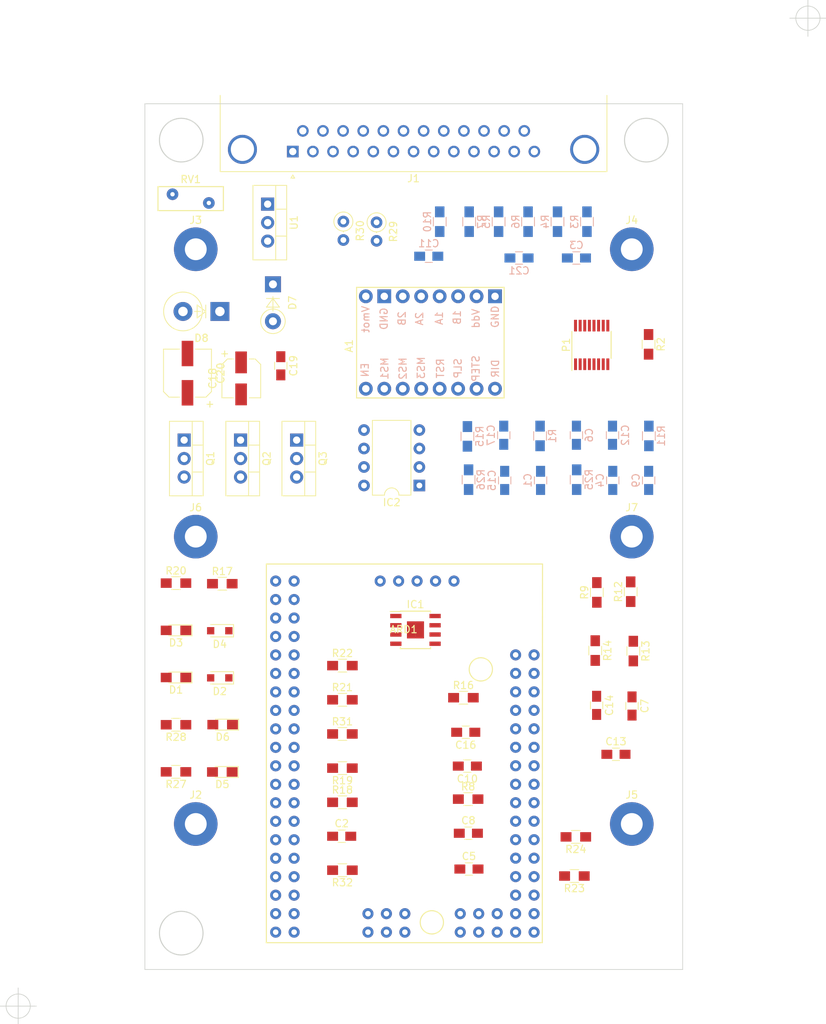
<source format=kicad_pcb>
(kicad_pcb (version 20171130) (host pcbnew "(5.1.4)-1")

  (general
    (thickness 1.6)
    (drawings 9)
    (tracks 0)
    (zones 0)
    (modules 78)
    (nets 57)
  )

  (page A4)
  (layers
    (0 F.Cu signal)
    (31 B.Cu signal)
    (32 B.Adhes user)
    (33 F.Adhes user)
    (34 B.Paste user)
    (35 F.Paste user)
    (36 B.SilkS user)
    (37 F.SilkS user)
    (38 B.Mask user)
    (39 F.Mask user)
    (40 Dwgs.User user)
    (41 Cmts.User user)
    (42 Eco1.User user)
    (43 Eco2.User user)
    (44 Edge.Cuts user)
    (45 Margin user)
    (46 B.CrtYd user)
    (47 F.CrtYd user)
    (48 B.Fab user)
    (49 F.Fab user)
  )

  (setup
    (last_trace_width 0.41)
    (user_trace_width 0.36)
    (user_trace_width 0.41)
    (trace_clearance 0.2)
    (zone_clearance 0.508)
    (zone_45_only no)
    (trace_min 0.2)
    (via_size 1.2)
    (via_drill 0.2)
    (via_min_size 0.1)
    (via_min_drill 0.2)
    (uvia_size 0.3)
    (uvia_drill 0.1)
    (uvias_allowed no)
    (uvia_min_size 0.2)
    (uvia_min_drill 0.1)
    (edge_width 0.1)
    (segment_width 0.2)
    (pcb_text_width 0.3)
    (pcb_text_size 1.5 1.5)
    (mod_edge_width 0.15)
    (mod_text_size 1 1)
    (mod_text_width 0.15)
    (pad_size 6 6)
    (pad_drill 3)
    (pad_to_mask_clearance 0)
    (aux_axis_origin 0 0)
    (visible_elements 7FFFFFFF)
    (pcbplotparams
      (layerselection 0x010fc_ffffffff)
      (usegerberextensions false)
      (usegerberattributes false)
      (usegerberadvancedattributes false)
      (creategerberjobfile false)
      (excludeedgelayer true)
      (linewidth 0.100000)
      (plotframeref false)
      (viasonmask false)
      (mode 1)
      (useauxorigin false)
      (hpglpennumber 1)
      (hpglpenspeed 20)
      (hpglpendiameter 15.000000)
      (psnegative false)
      (psa4output false)
      (plotreference true)
      (plotvalue true)
      (plotinvisibletext false)
      (padsonsilk false)
      (subtractmaskfromsilk false)
      (outputformat 1)
      (mirror false)
      (drillshape 1)
      (scaleselection 1)
      (outputdirectory ""))
  )

  (net 0 "")
  (net 1 STEPDIR-CPU-D16)
  (net 2 STEP-CPU-D17)
  (net 3 5V)
  (net 4 STEPEN-CPU-D24)
  (net 5 12V)
  (net 6 GND)
  (net 7 STEP-2B-OUT)
  (net 8 STEP-2A-OUT)
  (net 9 STEP-1A-OUT)
  (net 10 STEP-1B-OUT)
  (net 11 IGN1-CPU-D40)
  (net 12 IGN2-CPU-D38)
  (net 13 ADC-Clamp1)
  (net 14 ADC-Clamp4)
  (net 15 ADC-Clamp3)
  (net 16 ADC-Clamp6)
  (net 17 ADC-Clamp2)
  (net 18 MAP-CPU-A3)
  (net 19 ADC-Clamp5)
  (net 20 INJ2-CPU-D9)
  (net 21 TACH2-CPU-D18)
  (net 22 INJ1-CPU-D8)
  (net 23 IDLE-CPU-D6)
  (net 24 "Net-(C3-Pad2)")
  (net 25 "Net-(C3-Pad1)")
  (net 26 O2_sens)
  (net 27 TPS_sens)
  (net 28 ITS_sens)
  (net 29 "Net-(C13-Pad1)")
  (net 30 CLT_sens)
  (net 31 +12V)
  (net 32 "Net-(D1-Pad2)")
  (net 33 "Net-(D1-Pad1)")
  (net 34 inj-1-out)
  (net 35 "Net-(D3-Pad2)")
  (net 36 "Net-(D3-Pad1)")
  (net 37 inj-2-out)
  (net 38 "Net-(D5-Pad2)")
  (net 39 "Net-(D6-Pad2)")
  (net 40 "Net-(IC2-Pad2)")
  (net 41 "Net-(IC2-Pad4)")
  (net 42 "Net-(IC2-Pad5)")
  (net 43 "Net-(IC2-Pad7)")
  (net 44 ign-2-out)
  (net 45 ign-1-out)
  (net 46 idle-out)
  (net 47 MAP)
  (net 48 VR2-)
  (net 49 VR2+)
  (net 50 VR1-)
  (net 51 VR1+)
  (net 52 "Net-(Q1-Pad1)")
  (net 53 "Net-(Q2-Pad1)")
  (net 54 "Net-(Q3-Pad1)")
  (net 55 "Net-(C21-Pad1)")
  (net 56 "Net-(C21-Pad2)")

  (net_class Default "Это класс цепей по умолчанию."
    (clearance 0.2)
    (trace_width 0.6)
    (via_dia 1.2)
    (via_drill 0.2)
    (uvia_dia 0.3)
    (uvia_drill 0.1)
    (add_net ADC-Clamp1)
    (add_net ADC-Clamp2)
    (add_net ADC-Clamp3)
    (add_net ADC-Clamp4)
    (add_net ADC-Clamp5)
    (add_net ADC-Clamp6)
    (add_net CLT_sens)
    (add_net IDLE-CPU-D6)
    (add_net IGN1-CPU-D40)
    (add_net IGN2-CPU-D38)
    (add_net INJ1-CPU-D8)
    (add_net INJ2-CPU-D9)
    (add_net ITS_sens)
    (add_net MAP)
    (add_net MAP-CPU-A3)
    (add_net "Net-(C13-Pad1)")
    (add_net "Net-(C21-Pad1)")
    (add_net "Net-(C21-Pad2)")
    (add_net "Net-(C3-Pad1)")
    (add_net "Net-(C3-Pad2)")
    (add_net "Net-(D1-Pad1)")
    (add_net "Net-(D1-Pad2)")
    (add_net "Net-(D3-Pad1)")
    (add_net "Net-(D3-Pad2)")
    (add_net "Net-(D5-Pad2)")
    (add_net "Net-(D6-Pad2)")
    (add_net "Net-(IC2-Pad2)")
    (add_net "Net-(IC2-Pad4)")
    (add_net "Net-(Q1-Pad1)")
    (add_net "Net-(Q2-Pad1)")
    (add_net "Net-(Q3-Pad1)")
    (add_net O2_sens)
    (add_net STEP-CPU-D17)
    (add_net STEPDIR-CPU-D16)
    (add_net STEPEN-CPU-D24)
    (add_net TACH2-CPU-D18)
    (add_net TPS_sens)
    (add_net VR1+)
    (add_net VR1-)
    (add_net VR2+)
    (add_net VR2-)
  )

  (net_class 5v_small ""
    (clearance 0.2)
    (trace_width 0.5)
    (via_dia 1.2)
    (via_drill 0.2)
    (uvia_dia 0.3)
    (uvia_drill 0.1)
  )

  (net_class GND_MOSFIT ""
    (clearance 0.2)
    (trace_width 1)
    (via_dia 1.2)
    (via_drill 0.2)
    (uvia_dia 0.3)
    (uvia_drill 0.1)
    (add_net "Net-(IC2-Pad5)")
    (add_net "Net-(IC2-Pad7)")
    (add_net ign-1-out)
    (add_net ign-2-out)
    (add_net inj-1-out)
    (add_net inj-2-out)
  )

  (net_class POWER_ENG ""
    (clearance 0.2)
    (trace_width 0.8)
    (via_dia 1.2)
    (via_drill 0.2)
    (uvia_dia 0.3)
    (uvia_drill 0.1)
  )

  (net_class Power ""
    (clearance 0.2)
    (trace_width 0.8)
    (via_dia 1.2)
    (via_drill 0.2)
    (uvia_dia 0.3)
    (uvia_drill 0.1)
    (add_net +12V)
    (add_net 12V)
    (add_net 5V)
    (add_net GND)
  )

  (net_class power_exit ""
    (clearance 0.2)
    (trace_width 1)
    (via_dia 1.2)
    (via_drill 0.2)
    (uvia_dia 0.3)
    (uvia_drill 0.1)
    (add_net idle-out)
  )

  (net_class power_logic ""
    (clearance 0.2)
    (trace_width 0.5)
    (via_dia 1.2)
    (via_drill 0.2)
    (uvia_dia 0.3)
    (uvia_drill 0.1)
  )

  (net_class step_engine_exit ""
    (clearance 0.2)
    (trace_width 0.6)
    (via_dia 1.2)
    (via_drill 0.2)
    (uvia_dia 0.3)
    (uvia_drill 0.1)
    (add_net STEP-1A-OUT)
    (add_net STEP-1B-OUT)
    (add_net STEP-2A-OUT)
    (add_net STEP-2B-OUT)
  )

  (module Mounting_Holes:MountingHole_3mm_Pad (layer F.Cu) (tedit 56D1B4CB) (tstamp 5D9BA447)
    (at 179.07 100.54)
    (descr "Mounting Hole 3mm")
    (tags "mounting hole 3mm")
    (path /5D9B919E)
    (attr virtual)
    (fp_text reference J7 (at 0 -4) (layer F.SilkS)
      (effects (font (size 1 1) (thickness 0.15)))
    )
    (fp_text value Conn_01x01 (at 0 4) (layer F.Fab)
      (effects (font (size 1 1) (thickness 0.15)))
    )
    (fp_text user %R (at 0.3 0) (layer F.Fab)
      (effects (font (size 1 1) (thickness 0.15)))
    )
    (fp_circle (center 0 0) (end 3 0) (layer Cmts.User) (width 0.15))
    (fp_circle (center 0 0) (end 3.25 0) (layer F.CrtYd) (width 0.05))
    (pad 1 thru_hole circle (at 0 0) (size 6 6) (drill 3) (layers *.Cu *.Mask)
      (net 6 GND))
  )

  (module Mounting_Holes:MountingHole_3mm_Pad (layer F.Cu) (tedit 56D1B4CB) (tstamp 5D9BA444)
    (at 119.07 100.54)
    (descr "Mounting Hole 3mm")
    (tags "mounting hole 3mm")
    (path /5D9B8B08)
    (attr virtual)
    (fp_text reference J6 (at 0 -4) (layer F.SilkS)
      (effects (font (size 1 1) (thickness 0.15)))
    )
    (fp_text value Conn_01x01 (at 0 4) (layer F.Fab)
      (effects (font (size 1 1) (thickness 0.15)))
    )
    (fp_text user %R (at 0.3 0) (layer F.Fab)
      (effects (font (size 1 1) (thickness 0.15)))
    )
    (fp_circle (center 0 0) (end 3 0) (layer Cmts.User) (width 0.15))
    (fp_circle (center 0 0) (end 3.25 0) (layer F.CrtYd) (width 0.05))
    (pad 1 thru_hole circle (at 0 0) (size 6 6) (drill 3) (layers *.Cu *.Mask)
      (net 6 GND))
  )

  (module Mounting_Holes:MountingHole_3mm_Pad (layer F.Cu) (tedit 56D1B4CB) (tstamp 5D9B82BD)
    (at 179.07 140.04)
    (descr "Mounting Hole 3mm")
    (tags "mounting hole 3mm")
    (path /5D75460C)
    (attr virtual)
    (fp_text reference J5 (at 0 -4) (layer F.SilkS)
      (effects (font (size 1 1) (thickness 0.15)))
    )
    (fp_text value Conn_01x01 (at 0 4) (layer F.Fab)
      (effects (font (size 1 1) (thickness 0.15)))
    )
    (fp_text user %R (at 0.3 0) (layer F.Fab)
      (effects (font (size 1 1) (thickness 0.15)))
    )
    (fp_circle (center 0 0) (end 3 0) (layer Cmts.User) (width 0.15))
    (fp_circle (center 0 0) (end 3.25 0) (layer F.CrtYd) (width 0.05))
    (pad 1 thru_hole circle (at 0 0) (size 6 6) (drill 3) (layers *.Cu *.Mask)
      (net 6 GND))
  )

  (module Mounting_Holes:MountingHole_3mm_Pad (layer F.Cu) (tedit 56D1B4CB) (tstamp 5D9B82A8)
    (at 179.07 61.04)
    (descr "Mounting Hole 3mm")
    (tags "mounting hole 3mm")
    (path /5D75441C)
    (attr virtual)
    (fp_text reference J4 (at 0 -4) (layer F.SilkS)
      (effects (font (size 1 1) (thickness 0.15)))
    )
    (fp_text value Conn_01x01 (at 0 4) (layer F.Fab)
      (effects (font (size 1 1) (thickness 0.15)))
    )
    (fp_text user %R (at 0.3 0) (layer F.Fab)
      (effects (font (size 1 1) (thickness 0.15)))
    )
    (fp_circle (center 0 0) (end 3 0) (layer Cmts.User) (width 0.15))
    (fp_circle (center 0 0) (end 3.25 0) (layer F.CrtYd) (width 0.05))
    (pad 1 thru_hole circle (at 0 0) (size 6 6) (drill 3) (layers *.Cu *.Mask)
      (net 6 GND))
  )

  (module Mounting_Holes:MountingHole_3mm_Pad (layer F.Cu) (tedit 56D1B4CB) (tstamp 5D75AA2D)
    (at 119.07 61.04)
    (descr "Mounting Hole 3mm")
    (tags "mounting hole 3mm")
    (path /5D7540D7)
    (attr virtual)
    (fp_text reference J3 (at 0 -4) (layer F.SilkS)
      (effects (font (size 1 1) (thickness 0.15)))
    )
    (fp_text value Conn_01x01 (at 0 4) (layer F.Fab)
      (effects (font (size 1 1) (thickness 0.15)))
    )
    (fp_text user %R (at 0.3 0) (layer F.Fab)
      (effects (font (size 1 1) (thickness 0.15)))
    )
    (fp_circle (center 0 0) (end 3 0) (layer Cmts.User) (width 0.15))
    (fp_circle (center 0 0) (end 3.25 0) (layer F.CrtYd) (width 0.05))
    (pad 1 thru_hole circle (at 0 0) (size 6 6) (drill 3) (layers *.Cu *.Mask)
      (net 6 GND))
  )

  (module Mounting_Holes:MountingHole_3mm_Pad (layer F.Cu) (tedit 56D1B4CB) (tstamp 5D9B8293)
    (at 119.07 140.04)
    (descr "Mounting Hole 3mm")
    (tags "mounting hole 3mm")
    (path /5D753D1F)
    (attr virtual)
    (fp_text reference J2 (at 0 -4) (layer F.SilkS)
      (effects (font (size 1 1) (thickness 0.15)))
    )
    (fp_text value Conn_01x01 (at 0 4) (layer F.Fab)
      (effects (font (size 1 1) (thickness 0.15)))
    )
    (fp_text user %R (at 0.3 0) (layer F.Fab)
      (effects (font (size 1 1) (thickness 0.15)))
    )
    (fp_circle (center 0 0) (end 3 0) (layer Cmts.User) (width 0.15))
    (fp_circle (center 0 0) (end 3.25 0) (layer F.CrtYd) (width 0.05))
    (pad 1 thru_hole circle (at 0 0) (size 6 6) (drill 3) (layers *.Cu *.Mask)
      (net 6 GND))
  )

  (module Varistors:RV_Disc_D9_W3.3_P5 (layer F.Cu) (tedit 5529CAF8) (tstamp 5D9B7E70)
    (at 120.87 54.68 180)
    (tags "varistor SIOV")
    (path /5D6BFA4A/5D6BFEE4)
    (fp_text reference RV1 (at 2.5 3.25) (layer F.SilkS)
      (effects (font (size 1 1) (thickness 0.15)))
    )
    (fp_text value ERZV14D220 (at 2.5 -2.05) (layer F.Fab)
      (effects (font (size 1 1) (thickness 0.15)))
    )
    (fp_line (start -2.25 2.5) (end 7.25 2.5) (layer F.CrtYd) (width 0.05))
    (fp_line (start -2.25 -1.3) (end 7.25 -1.3) (layer F.CrtYd) (width 0.05))
    (fp_line (start 7.25 -1.3) (end 7.25 2.5) (layer F.CrtYd) (width 0.05))
    (fp_line (start -2.25 -1.3) (end -2.25 2.5) (layer F.CrtYd) (width 0.05))
    (fp_line (start -2 2.25) (end 7 2.25) (layer F.SilkS) (width 0.15))
    (fp_line (start -2 -1.05) (end 7 -1.05) (layer F.SilkS) (width 0.15))
    (fp_line (start 7 -1.05) (end 7 2.25) (layer F.SilkS) (width 0.15))
    (fp_line (start -2 -1.05) (end -2 2.25) (layer F.SilkS) (width 0.15))
    (pad 1 thru_hole circle (at 0 0 180) (size 1.6 1.6) (drill 0.6) (layers *.Cu *.Mask)
      (net 5 12V))
    (pad 2 thru_hole circle (at 5 1.2 180) (size 1.6 1.6) (drill 0.6) (layers *.Cu *.Mask)
      (net 6 GND))
  )

  (module ntv650_ecu:DSUB-25_Female_Horizontal_P2.77x2.84mm_EdgePinOffset4.94mm_Housed_MountingHolesOffset7.48mm (layer F.Cu) (tedit 59FEDEE2) (tstamp 5D9BFC6B)
    (at 132.42 47.61 180)
    (descr "25-pin D-Sub connector, horizontal/angled (90 deg), THT-mount, female, pitch 2.77x2.84mm, pin-PCB-offset 4.9399999999999995mm, distance of mounting holes 47.1mm, distance of mounting holes to PCB edge 7.4799999999999995mm, see https://disti-assets.s3.amazonaws.com/tonar/files/datasheets/16730.pdf")
    (tags "25-pin D-Sub connector horizontal angled 90deg THT female pitch 2.77x2.84mm pin-PCB-offset 4.9399999999999995mm mounting-holes-distance 47.1mm mounting-hole-offset 47.1mm")
    (path /5D9D0F26)
    (fp_text reference J1 (at -16.62 -3.7) (layer F.SilkS)
      (effects (font (size 1 1) (thickness 0.15)))
    )
    (fp_text value DB25_Female_MountingHoles (at -16.62 15.85) (layer F.Fab)
      (effects (font (size 1 1) (thickness 0.15)))
    )
    (fp_text user %R (at -16.62 11.265) (layer F.Fab)
      (effects (font (size 1 1) (thickness 0.15)))
    )
    (fp_line (start 10.45 -3.25) (end -43.7 -3.25) (layer F.CrtYd) (width 0.05))
    (fp_line (start 10.45 14.85) (end 10.45 -3.25) (layer F.CrtYd) (width 0.05))
    (fp_line (start -43.7 14.85) (end 10.45 14.85) (layer F.CrtYd) (width 0.05))
    (fp_line (start -43.7 -3.25) (end -43.7 14.85) (layer F.CrtYd) (width 0.05))
    (fp_line (start 0 -3.221325) (end -0.25 -3.654338) (layer F.SilkS) (width 0.12))
    (fp_line (start 0.25 -3.654338) (end 0 -3.221325) (layer F.SilkS) (width 0.12))
    (fp_line (start -0.25 -3.654338) (end 0.25 -3.654338) (layer F.SilkS) (width 0.12))
    (fp_line (start 9.99 -2.76) (end 9.99 7.72) (layer F.SilkS) (width 0.12))
    (fp_line (start -43.23 -2.76) (end 9.99 -2.76) (layer F.SilkS) (width 0.12))
    (fp_line (start -43.23 7.72) (end -43.23 -2.76) (layer F.SilkS) (width 0.12))
    (fp_line (start 8.53 7.78) (end 8.53 0.3) (layer F.Fab) (width 0.1))
    (fp_line (start 5.33 7.78) (end 5.33 0.3) (layer F.Fab) (width 0.1))
    (fp_line (start -38.57 7.78) (end -38.57 0.3) (layer F.Fab) (width 0.1))
    (fp_line (start -41.77 7.78) (end -41.77 0.3) (layer F.Fab) (width 0.1))
    (fp_line (start 9.43 8.18) (end 4.43 8.18) (layer F.Fab) (width 0.1))
    (fp_line (start 9.43 13.18) (end 9.43 8.18) (layer F.Fab) (width 0.1))
    (fp_line (start 4.43 13.18) (end 9.43 13.18) (layer F.Fab) (width 0.1))
    (fp_line (start 4.43 8.18) (end 4.43 13.18) (layer F.Fab) (width 0.1))
    (fp_line (start -37.67 8.18) (end -42.67 8.18) (layer F.Fab) (width 0.1))
    (fp_line (start -37.67 13.18) (end -37.67 8.18) (layer F.Fab) (width 0.1))
    (fp_line (start -42.67 13.18) (end -37.67 13.18) (layer F.Fab) (width 0.1))
    (fp_line (start -42.67 8.18) (end -42.67 13.18) (layer F.Fab) (width 0.1))
    (fp_line (start 2.53 8.18) (end -35.77 8.18) (layer F.Fab) (width 0.1))
    (fp_line (start 2.53 14.35) (end 2.53 8.18) (layer F.Fab) (width 0.1))
    (fp_line (start -35.77 14.35) (end 2.53 14.35) (layer F.Fab) (width 0.1))
    (fp_line (start -35.77 8.18) (end -35.77 14.35) (layer F.Fab) (width 0.1))
    (fp_line (start 9.93 7.78) (end -43.17 7.78) (layer F.Fab) (width 0.1))
    (fp_line (start 9.93 8.18) (end 9.93 7.78) (layer F.Fab) (width 0.1))
    (fp_line (start -43.17 8.18) (end 9.93 8.18) (layer F.Fab) (width 0.1))
    (fp_line (start -43.17 7.78) (end -43.17 8.18) (layer F.Fab) (width 0.1))
    (fp_line (start 9.93 -2.7) (end -43.17 -2.7) (layer F.Fab) (width 0.1))
    (fp_line (start 9.93 7.78) (end 9.93 -2.7) (layer F.Fab) (width 0.1))
    (fp_line (start -43.17 7.78) (end 9.93 7.78) (layer F.Fab) (width 0.1))
    (fp_line (start -43.17 -2.7) (end -43.17 7.78) (layer F.Fab) (width 0.1))
    (fp_arc (start 6.93 0.3) (end 5.33 0.3) (angle 180) (layer F.Fab) (width 0.1))
    (fp_arc (start -40.17 0.3) (end -41.77 0.3) (angle 180) (layer F.Fab) (width 0.1))
    (pad 0 thru_hole circle (at 6.93 0.3 180) (size 4 4) (drill 3.2) (layers *.Cu *.Mask)
      (net 6 GND))
    (pad 0 thru_hole circle (at -40.17 0.3 180) (size 4 4) (drill 3.2) (layers *.Cu *.Mask)
      (net 6 GND))
    (pad 25 thru_hole circle (at -31.855 2.84 180) (size 1.6 1.6) (drill 1) (layers *.Cu *.Mask)
      (net 50 VR1-))
    (pad 24 thru_hole circle (at -29.085 2.84 180) (size 1.6 1.6) (drill 1) (layers *.Cu *.Mask)
      (net 48 VR2-))
    (pad 23 thru_hole circle (at -26.315 2.84 180) (size 1.6 1.6) (drill 1) (layers *.Cu *.Mask)
      (net 6 GND))
    (pad 22 thru_hole circle (at -23.545 2.84 180) (size 1.6 1.6) (drill 1) (layers *.Cu *.Mask)
      (net 6 GND))
    (pad 21 thru_hole circle (at -20.775 2.84 180) (size 1.6 1.6) (drill 1) (layers *.Cu *.Mask)
      (net 27 TPS_sens))
    (pad 20 thru_hole circle (at -18.005 2.84 180) (size 1.6 1.6) (drill 1) (layers *.Cu *.Mask)
      (net 28 ITS_sens))
    (pad 19 thru_hole circle (at -15.235 2.84 180) (size 1.6 1.6) (drill 1) (layers *.Cu *.Mask)
      (net 10 STEP-1B-OUT))
    (pad 18 thru_hole circle (at -12.465 2.84 180) (size 1.6 1.6) (drill 1) (layers *.Cu *.Mask)
      (net 7 STEP-2B-OUT))
    (pad 17 thru_hole circle (at -9.695 2.84 180) (size 1.6 1.6) (drill 1) (layers *.Cu *.Mask)
      (net 37 inj-2-out))
    (pad 16 thru_hole circle (at -6.925 2.84 180) (size 1.6 1.6) (drill 1) (layers *.Cu *.Mask)
      (net 44 ign-2-out))
    (pad 15 thru_hole circle (at -4.155 2.84 180) (size 1.6 1.6) (drill 1) (layers *.Cu *.Mask)
      (net 5 12V))
    (pad 14 thru_hole circle (at -1.385 2.84 180) (size 1.6 1.6) (drill 1) (layers *.Cu *.Mask)
      (net 6 GND))
    (pad 13 thru_hole circle (at -33.24 0 180) (size 1.6 1.6) (drill 1) (layers *.Cu *.Mask)
      (net 51 VR1+))
    (pad 12 thru_hole circle (at -30.47 0 180) (size 1.6 1.6) (drill 1) (layers *.Cu *.Mask)
      (net 49 VR2+))
    (pad 11 thru_hole circle (at -27.7 0 180) (size 1.6 1.6) (drill 1) (layers *.Cu *.Mask)
      (net 47 MAP))
    (pad 10 thru_hole circle (at -24.93 0 180) (size 1.6 1.6) (drill 1) (layers *.Cu *.Mask)
      (net 3 5V))
    (pad 9 thru_hole circle (at -22.16 0 180) (size 1.6 1.6) (drill 1) (layers *.Cu *.Mask)
      (net 26 O2_sens))
    (pad 8 thru_hole circle (at -19.39 0 180) (size 1.6 1.6) (drill 1) (layers *.Cu *.Mask)
      (net 30 CLT_sens))
    (pad 7 thru_hole circle (at -16.62 0 180) (size 1.6 1.6) (drill 1) (layers *.Cu *.Mask)
      (net 9 STEP-1A-OUT))
    (pad 6 thru_hole circle (at -13.85 0 180) (size 1.6 1.6) (drill 1) (layers *.Cu *.Mask)
      (net 8 STEP-2A-OUT))
    (pad 5 thru_hole circle (at -11.08 0 180) (size 1.6 1.6) (drill 1) (layers *.Cu *.Mask)
      (net 34 inj-1-out))
    (pad 4 thru_hole circle (at -8.31 0 180) (size 1.6 1.6) (drill 1) (layers *.Cu *.Mask)
      (net 45 ign-1-out))
    (pad 3 thru_hole circle (at -5.54 0 180) (size 1.6 1.6) (drill 1) (layers *.Cu *.Mask)
      (net 46 idle-out))
    (pad 2 thru_hole circle (at -2.77 0 180) (size 1.6 1.6) (drill 1) (layers *.Cu *.Mask)
      (net 5 12V))
    (pad 1 thru_hole rect (at 0 0 180) (size 1.6 1.6) (drill 1) (layers *.Cu *.Mask)
      (net 6 GND))
    (model ${KISYS3DMOD}/Connector_Dsub.3dshapes/DSUB-25_Female_Horizontal_P2.77x2.84mm_EdgePinOffset4.94mm_Housed_MountingHolesOffset7.48mm.wrl
      (at (xyz 0 0 0))
      (scale (xyz 1 1 1))
      (rotate (xyz 0 0 0))
    )
  )

  (module Diodes_SMD:D_SOD-323_HandSoldering (layer F.Cu) (tedit 58641869) (tstamp 5D9B7F37)
    (at 122.37 113.474 180)
    (descr SOD-323)
    (tags SOD-323)
    (path /5D676664/5D663BD7)
    (attr smd)
    (fp_text reference D4 (at 0 -1.85) (layer F.SilkS)
      (effects (font (size 1 1) (thickness 0.15)))
    )
    (fp_text value D (at 0.1 1.9) (layer F.Fab)
      (effects (font (size 1 1) (thickness 0.15)))
    )
    (fp_text user %R (at 0 -1.85) (layer F.Fab)
      (effects (font (size 1 1) (thickness 0.15)))
    )
    (fp_line (start -1.9 -0.85) (end -1.9 0.85) (layer F.SilkS) (width 0.12))
    (fp_line (start 0.2 0) (end 0.45 0) (layer F.Fab) (width 0.1))
    (fp_line (start 0.2 0.35) (end -0.3 0) (layer F.Fab) (width 0.1))
    (fp_line (start 0.2 -0.35) (end 0.2 0.35) (layer F.Fab) (width 0.1))
    (fp_line (start -0.3 0) (end 0.2 -0.35) (layer F.Fab) (width 0.1))
    (fp_line (start -0.3 0) (end -0.5 0) (layer F.Fab) (width 0.1))
    (fp_line (start -0.3 -0.35) (end -0.3 0.35) (layer F.Fab) (width 0.1))
    (fp_line (start -0.9 0.7) (end -0.9 -0.7) (layer F.Fab) (width 0.1))
    (fp_line (start 0.9 0.7) (end -0.9 0.7) (layer F.Fab) (width 0.1))
    (fp_line (start 0.9 -0.7) (end 0.9 0.7) (layer F.Fab) (width 0.1))
    (fp_line (start -0.9 -0.7) (end 0.9 -0.7) (layer F.Fab) (width 0.1))
    (fp_line (start -2 -0.95) (end 2 -0.95) (layer F.CrtYd) (width 0.05))
    (fp_line (start 2 -0.95) (end 2 0.95) (layer F.CrtYd) (width 0.05))
    (fp_line (start -2 0.95) (end 2 0.95) (layer F.CrtYd) (width 0.05))
    (fp_line (start -2 -0.95) (end -2 0.95) (layer F.CrtYd) (width 0.05))
    (fp_line (start -1.9 0.85) (end 1.25 0.85) (layer F.SilkS) (width 0.12))
    (fp_line (start -1.9 -0.85) (end 1.25 -0.85) (layer F.SilkS) (width 0.12))
    (pad 1 smd rect (at -1.25 0 180) (size 1 1) (layers F.Cu F.Paste F.Mask)
      (net 37 inj-2-out))
    (pad 2 smd rect (at 1.25 0 180) (size 1 1) (layers F.Cu F.Paste F.Mask)
      (net 36 "Net-(D3-Pad1)"))
    (model ${KISYS3DMOD}/Diodes_SMD.3dshapes/D_SOD-323.wrl
      (at (xyz 0 0 0))
      (scale (xyz 1 1 1))
      (rotate (xyz 0 0 0))
    )
  )

  (module Diodes_SMD:D_SOD-323_HandSoldering (layer F.Cu) (tedit 58641869) (tstamp 5D9B7EF2)
    (at 122.37 119.952 180)
    (descr SOD-323)
    (tags SOD-323)
    (path /5D65DEE2/5D663BD7)
    (attr smd)
    (fp_text reference D2 (at 0 -1.85) (layer F.SilkS)
      (effects (font (size 1 1) (thickness 0.15)))
    )
    (fp_text value D (at 0.1 1.9) (layer F.Fab)
      (effects (font (size 1 1) (thickness 0.15)))
    )
    (fp_text user %R (at 0 -1.85) (layer F.Fab)
      (effects (font (size 1 1) (thickness 0.15)))
    )
    (fp_line (start -1.9 -0.85) (end -1.9 0.85) (layer F.SilkS) (width 0.12))
    (fp_line (start 0.2 0) (end 0.45 0) (layer F.Fab) (width 0.1))
    (fp_line (start 0.2 0.35) (end -0.3 0) (layer F.Fab) (width 0.1))
    (fp_line (start 0.2 -0.35) (end 0.2 0.35) (layer F.Fab) (width 0.1))
    (fp_line (start -0.3 0) (end 0.2 -0.35) (layer F.Fab) (width 0.1))
    (fp_line (start -0.3 0) (end -0.5 0) (layer F.Fab) (width 0.1))
    (fp_line (start -0.3 -0.35) (end -0.3 0.35) (layer F.Fab) (width 0.1))
    (fp_line (start -0.9 0.7) (end -0.9 -0.7) (layer F.Fab) (width 0.1))
    (fp_line (start 0.9 0.7) (end -0.9 0.7) (layer F.Fab) (width 0.1))
    (fp_line (start 0.9 -0.7) (end 0.9 0.7) (layer F.Fab) (width 0.1))
    (fp_line (start -0.9 -0.7) (end 0.9 -0.7) (layer F.Fab) (width 0.1))
    (fp_line (start -2 -0.95) (end 2 -0.95) (layer F.CrtYd) (width 0.05))
    (fp_line (start 2 -0.95) (end 2 0.95) (layer F.CrtYd) (width 0.05))
    (fp_line (start -2 0.95) (end 2 0.95) (layer F.CrtYd) (width 0.05))
    (fp_line (start -2 -0.95) (end -2 0.95) (layer F.CrtYd) (width 0.05))
    (fp_line (start -1.9 0.85) (end 1.25 0.85) (layer F.SilkS) (width 0.12))
    (fp_line (start -1.9 -0.85) (end 1.25 -0.85) (layer F.SilkS) (width 0.12))
    (pad 1 smd rect (at -1.25 0 180) (size 1 1) (layers F.Cu F.Paste F.Mask)
      (net 34 inj-1-out))
    (pad 2 smd rect (at 1.25 0 180) (size 1 1) (layers F.Cu F.Paste F.Mask)
      (net 33 "Net-(D1-Pad1)"))
    (model ${KISYS3DMOD}/Diodes_SMD.3dshapes/D_SOD-323.wrl
      (at (xyz 0 0 0))
      (scale (xyz 1 1 1))
      (rotate (xyz 0 0 0))
    )
  )

  (module Housings_DIP:DIP-8_W7.62mm (layer F.Cu) (tedit 59C78D6B) (tstamp 5D9B7EA5)
    (at 149.84 93.51 180)
    (descr "8-lead though-hole mounted DIP package, row spacing 7.62 mm (300 mils)")
    (tags "THT DIP DIL PDIP 2.54mm 7.62mm 300mil")
    (path /5D68FA4A/5D696903)
    (fp_text reference IC2 (at 3.81 -2.33) (layer F.SilkS)
      (effects (font (size 1 1) (thickness 0.15)))
    )
    (fp_text value TC4424 (at 3.81 9.95) (layer F.Fab)
      (effects (font (size 1 1) (thickness 0.15)))
    )
    (fp_arc (start 3.81 -1.33) (end 2.81 -1.33) (angle -180) (layer F.SilkS) (width 0.12))
    (fp_line (start 1.635 -1.27) (end 6.985 -1.27) (layer F.Fab) (width 0.1))
    (fp_line (start 6.985 -1.27) (end 6.985 8.89) (layer F.Fab) (width 0.1))
    (fp_line (start 6.985 8.89) (end 0.635 8.89) (layer F.Fab) (width 0.1))
    (fp_line (start 0.635 8.89) (end 0.635 -0.27) (layer F.Fab) (width 0.1))
    (fp_line (start 0.635 -0.27) (end 1.635 -1.27) (layer F.Fab) (width 0.1))
    (fp_line (start 2.81 -1.33) (end 1.16 -1.33) (layer F.SilkS) (width 0.12))
    (fp_line (start 1.16 -1.33) (end 1.16 8.95) (layer F.SilkS) (width 0.12))
    (fp_line (start 1.16 8.95) (end 6.46 8.95) (layer F.SilkS) (width 0.12))
    (fp_line (start 6.46 8.95) (end 6.46 -1.33) (layer F.SilkS) (width 0.12))
    (fp_line (start 6.46 -1.33) (end 4.81 -1.33) (layer F.SilkS) (width 0.12))
    (fp_line (start -1.1 -1.55) (end -1.1 9.15) (layer F.CrtYd) (width 0.05))
    (fp_line (start -1.1 9.15) (end 8.7 9.15) (layer F.CrtYd) (width 0.05))
    (fp_line (start 8.7 9.15) (end 8.7 -1.55) (layer F.CrtYd) (width 0.05))
    (fp_line (start 8.7 -1.55) (end -1.1 -1.55) (layer F.CrtYd) (width 0.05))
    (fp_text user %R (at 3.81 3.81) (layer F.Fab)
      (effects (font (size 1 1) (thickness 0.15)))
    )
    (pad 1 thru_hole rect (at 0 0 180) (size 1.6 1.6) (drill 0.8) (layers *.Cu *.Mask))
    (pad 5 thru_hole oval (at 7.62 7.62 180) (size 1.6 1.6) (drill 0.8) (layers *.Cu *.Mask)
      (net 42 "Net-(IC2-Pad5)"))
    (pad 2 thru_hole oval (at 0 2.54 180) (size 1.6 1.6) (drill 0.8) (layers *.Cu *.Mask)
      (net 40 "Net-(IC2-Pad2)"))
    (pad 6 thru_hole oval (at 7.62 5.08 180) (size 1.6 1.6) (drill 0.8) (layers *.Cu *.Mask)
      (net 3 5V))
    (pad 3 thru_hole oval (at 0 5.08 180) (size 1.6 1.6) (drill 0.8) (layers *.Cu *.Mask)
      (net 6 GND))
    (pad 7 thru_hole oval (at 7.62 2.54 180) (size 1.6 1.6) (drill 0.8) (layers *.Cu *.Mask)
      (net 43 "Net-(IC2-Pad7)"))
    (pad 4 thru_hole oval (at 0 7.62 180) (size 1.6 1.6) (drill 0.8) (layers *.Cu *.Mask)
      (net 41 "Net-(IC2-Pad4)"))
    (pad 8 thru_hole oval (at 7.62 0 180) (size 1.6 1.6) (drill 0.8) (layers *.Cu *.Mask))
    (model ${KISYS3DMOD}/Housings_DIP.3dshapes/DIP-8_W7.62mm.wrl
      (at (xyz 0 0 0))
      (scale (xyz 1 1 1))
      (rotate (xyz 0 0 0))
    )
  )

  (module Resistors_SMD:R_0805_HandSoldering (layer F.Cu) (tedit 58E0A804) (tstamp 5D9B7E43)
    (at 139.25 146.39 180)
    (descr "Resistor SMD 0805, hand soldering")
    (tags "resistor 0805")
    (path /5D6DB8FB/5D6E0849)
    (attr smd)
    (fp_text reference R32 (at 0 -1.7) (layer F.SilkS)
      (effects (font (size 1 1) (thickness 0.15)))
    )
    (fp_text value 1K (at 0 1.75) (layer F.Fab)
      (effects (font (size 1 1) (thickness 0.15)))
    )
    (fp_text user %R (at 0 0) (layer F.Fab)
      (effects (font (size 0.5 0.5) (thickness 0.075)))
    )
    (fp_line (start -1 0.62) (end -1 -0.62) (layer F.Fab) (width 0.1))
    (fp_line (start 1 0.62) (end -1 0.62) (layer F.Fab) (width 0.1))
    (fp_line (start 1 -0.62) (end 1 0.62) (layer F.Fab) (width 0.1))
    (fp_line (start -1 -0.62) (end 1 -0.62) (layer F.Fab) (width 0.1))
    (fp_line (start 0.6 0.88) (end -0.6 0.88) (layer F.SilkS) (width 0.12))
    (fp_line (start -0.6 -0.88) (end 0.6 -0.88) (layer F.SilkS) (width 0.12))
    (fp_line (start -2.35 -0.9) (end 2.35 -0.9) (layer F.CrtYd) (width 0.05))
    (fp_line (start -2.35 -0.9) (end -2.35 0.9) (layer F.CrtYd) (width 0.05))
    (fp_line (start 2.35 0.9) (end 2.35 -0.9) (layer F.CrtYd) (width 0.05))
    (fp_line (start 2.35 0.9) (end -2.35 0.9) (layer F.CrtYd) (width 0.05))
    (pad 1 smd rect (at -1.35 0 180) (size 1.5 1.3) (layers F.Cu F.Paste F.Mask)
      (net 54 "Net-(Q3-Pad1)"))
    (pad 2 smd rect (at 1.35 0 180) (size 1.5 1.3) (layers F.Cu F.Paste F.Mask)
      (net 23 IDLE-CPU-D6))
    (model ${KISYS3DMOD}/Resistors_SMD.3dshapes/R_0805.wrl
      (at (xyz 0 0 0))
      (scale (xyz 1 1 1))
      (rotate (xyz 0 0 0))
    )
  )

  (module Resistors_SMD:R_0805_HandSoldering (layer F.Cu) (tedit 58E0A804) (tstamp 5D9B7E13)
    (at 139.25 127.663)
    (descr "Resistor SMD 0805, hand soldering")
    (tags "resistor 0805")
    (path /5D6DB8FB/5D6E0843)
    (attr smd)
    (fp_text reference R31 (at 0 -1.7) (layer F.SilkS)
      (effects (font (size 1 1) (thickness 0.15)))
    )
    (fp_text value 100K (at 0 1.75) (layer F.Fab)
      (effects (font (size 1 1) (thickness 0.15)))
    )
    (fp_text user %R (at 0 0) (layer F.Fab)
      (effects (font (size 0.5 0.5) (thickness 0.075)))
    )
    (fp_line (start -1 0.62) (end -1 -0.62) (layer F.Fab) (width 0.1))
    (fp_line (start 1 0.62) (end -1 0.62) (layer F.Fab) (width 0.1))
    (fp_line (start 1 -0.62) (end 1 0.62) (layer F.Fab) (width 0.1))
    (fp_line (start -1 -0.62) (end 1 -0.62) (layer F.Fab) (width 0.1))
    (fp_line (start 0.6 0.88) (end -0.6 0.88) (layer F.SilkS) (width 0.12))
    (fp_line (start -0.6 -0.88) (end 0.6 -0.88) (layer F.SilkS) (width 0.12))
    (fp_line (start -2.35 -0.9) (end 2.35 -0.9) (layer F.CrtYd) (width 0.05))
    (fp_line (start -2.35 -0.9) (end -2.35 0.9) (layer F.CrtYd) (width 0.05))
    (fp_line (start 2.35 0.9) (end 2.35 -0.9) (layer F.CrtYd) (width 0.05))
    (fp_line (start 2.35 0.9) (end -2.35 0.9) (layer F.CrtYd) (width 0.05))
    (pad 1 smd rect (at -1.35 0) (size 1.5 1.3) (layers F.Cu F.Paste F.Mask)
      (net 23 IDLE-CPU-D6))
    (pad 2 smd rect (at 1.35 0) (size 1.5 1.3) (layers F.Cu F.Paste F.Mask)
      (net 6 GND))
    (model ${KISYS3DMOD}/Resistors_SMD.3dshapes/R_0805.wrl
      (at (xyz 0 0 0))
      (scale (xyz 1 1 1))
      (rotate (xyz 0 0 0))
    )
  )

  (module Resistors_ThroughHole:R_Axial_DIN0207_L6.3mm_D2.5mm_P2.54mm_Vertical placed (layer F.Cu) (tedit 5874F706) (tstamp 5D9B7DE9)
    (at 139.38 57.23 270)
    (descr "Resistor, Axial_DIN0207 series, Axial, Vertical, pin pitch=2.54mm, 0.25W = 1/4W, length*diameter=6.3*2.5mm^2, http://cdn-reichelt.de/documents/datenblatt/B400/1_4W%23YAG.pdf")
    (tags "Resistor Axial_DIN0207 series Axial Vertical pin pitch 2.54mm 0.25W = 1/4W length 6.3mm diameter 2.5mm")
    (path /5D68FA4A/5D69DC84)
    (fp_text reference R30 (at 1.27 -2.31 90) (layer F.SilkS)
      (effects (font (size 1 1) (thickness 0.15)))
    )
    (fp_text value 160 (at 1.27 2.31 90) (layer F.Fab)
      (effects (font (size 1 1) (thickness 0.15)))
    )
    (fp_circle (center 0 0) (end 1.25 0) (layer F.Fab) (width 0.1))
    (fp_circle (center 0 0) (end 1.31 0) (layer F.SilkS) (width 0.12))
    (fp_line (start 0 0) (end 2.54 0) (layer F.Fab) (width 0.1))
    (fp_line (start 1.31 0) (end 1.44 0) (layer F.SilkS) (width 0.12))
    (fp_line (start -1.6 -1.6) (end -1.6 1.6) (layer F.CrtYd) (width 0.05))
    (fp_line (start -1.6 1.6) (end 3.65 1.6) (layer F.CrtYd) (width 0.05))
    (fp_line (start 3.65 1.6) (end 3.65 -1.6) (layer F.CrtYd) (width 0.05))
    (fp_line (start 3.65 -1.6) (end -1.6 -1.6) (layer F.CrtYd) (width 0.05))
    (pad 1 thru_hole circle (at 0 0 270) (size 1.6 1.6) (drill 0.8) (layers *.Cu *.Mask)
      (net 44 ign-2-out))
    (pad 2 thru_hole oval (at 2.54 0 270) (size 1.6 1.6) (drill 0.8) (layers *.Cu *.Mask)
      (net 42 "Net-(IC2-Pad5)"))
    (model ${KISYS3DMOD}/Resistors_THT.3dshapes/R_Axial_DIN0207_L6.3mm_D2.5mm_P2.54mm_Vertical.wrl
      (at (xyz 0 0 0))
      (scale (xyz 0.393701 0.393701 0.393701))
      (rotate (xyz 0 0 0))
    )
  )

  (module Resistors_ThroughHole:R_Axial_DIN0207_L6.3mm_D2.5mm_P2.54mm_Vertical placed (layer F.Cu) (tedit 5874F706) (tstamp 5D9B7DC2)
    (at 143.95 57.34 270)
    (descr "Resistor, Axial_DIN0207 series, Axial, Vertical, pin pitch=2.54mm, 0.25W = 1/4W, length*diameter=6.3*2.5mm^2, http://cdn-reichelt.de/documents/datenblatt/B400/1_4W%23YAG.pdf")
    (tags "Resistor Axial_DIN0207 series Axial Vertical pin pitch 2.54mm 0.25W = 1/4W length 6.3mm diameter 2.5mm")
    (path /5D68FA4A/5D690569)
    (fp_text reference R29 (at 1.27 -2.31 90) (layer F.SilkS)
      (effects (font (size 1 1) (thickness 0.15)))
    )
    (fp_text value 160 (at 1.27 2.31 90) (layer F.Fab)
      (effects (font (size 1 1) (thickness 0.15)))
    )
    (fp_circle (center 0 0) (end 1.25 0) (layer F.Fab) (width 0.1))
    (fp_circle (center 0 0) (end 1.31 0) (layer F.SilkS) (width 0.12))
    (fp_line (start 0 0) (end 2.54 0) (layer F.Fab) (width 0.1))
    (fp_line (start 1.31 0) (end 1.44 0) (layer F.SilkS) (width 0.12))
    (fp_line (start -1.6 -1.6) (end -1.6 1.6) (layer F.CrtYd) (width 0.05))
    (fp_line (start -1.6 1.6) (end 3.65 1.6) (layer F.CrtYd) (width 0.05))
    (fp_line (start 3.65 1.6) (end 3.65 -1.6) (layer F.CrtYd) (width 0.05))
    (fp_line (start 3.65 -1.6) (end -1.6 -1.6) (layer F.CrtYd) (width 0.05))
    (pad 1 thru_hole circle (at 0 0 270) (size 1.6 1.6) (drill 0.8) (layers *.Cu *.Mask)
      (net 45 ign-1-out))
    (pad 2 thru_hole oval (at 2.54 0 270) (size 1.6 1.6) (drill 0.8) (layers *.Cu *.Mask)
      (net 43 "Net-(IC2-Pad7)"))
    (model ${KISYS3DMOD}/Resistors_THT.3dshapes/R_Axial_DIN0207_L6.3mm_D2.5mm_P2.54mm_Vertical.wrl
      (at (xyz 0 0 0))
      (scale (xyz 0.393701 0.393701 0.393701))
      (rotate (xyz 0 0 0))
    )
  )

  (module Resistors_SMD:R_0805_HandSoldering placed (layer F.Cu) (tedit 58E0A804) (tstamp 5D9B7D95)
    (at 116.35 126.396 180)
    (descr "Resistor SMD 0805, hand soldering")
    (tags "resistor 0805")
    (path /5D68FA4A/5D69086A)
    (attr smd)
    (fp_text reference R28 (at 0 -1.7) (layer F.SilkS)
      (effects (font (size 1 1) (thickness 0.15)))
    )
    (fp_text value 2.4K (at 0 1.75) (layer F.Fab)
      (effects (font (size 1 1) (thickness 0.15)))
    )
    (fp_text user %R (at 0 0) (layer F.Fab)
      (effects (font (size 0.5 0.5) (thickness 0.075)))
    )
    (fp_line (start -1 0.62) (end -1 -0.62) (layer F.Fab) (width 0.1))
    (fp_line (start 1 0.62) (end -1 0.62) (layer F.Fab) (width 0.1))
    (fp_line (start 1 -0.62) (end 1 0.62) (layer F.Fab) (width 0.1))
    (fp_line (start -1 -0.62) (end 1 -0.62) (layer F.Fab) (width 0.1))
    (fp_line (start 0.6 0.88) (end -0.6 0.88) (layer F.SilkS) (width 0.12))
    (fp_line (start -0.6 -0.88) (end 0.6 -0.88) (layer F.SilkS) (width 0.12))
    (fp_line (start -2.35 -0.9) (end 2.35 -0.9) (layer F.CrtYd) (width 0.05))
    (fp_line (start -2.35 -0.9) (end -2.35 0.9) (layer F.CrtYd) (width 0.05))
    (fp_line (start 2.35 0.9) (end 2.35 -0.9) (layer F.CrtYd) (width 0.05))
    (fp_line (start 2.35 0.9) (end -2.35 0.9) (layer F.CrtYd) (width 0.05))
    (pad 1 smd rect (at -1.35 0 180) (size 1.5 1.3) (layers F.Cu F.Paste F.Mask)
      (net 39 "Net-(D6-Pad2)"))
    (pad 2 smd rect (at 1.35 0 180) (size 1.5 1.3) (layers F.Cu F.Paste F.Mask)
      (net 45 ign-1-out))
    (model ${KISYS3DMOD}/Resistors_SMD.3dshapes/R_0805.wrl
      (at (xyz 0 0 0))
      (scale (xyz 1 1 1))
      (rotate (xyz 0 0 0))
    )
  )

  (module Resistors_SMD:R_0805_HandSoldering placed (layer F.Cu) (tedit 58E0A804) (tstamp 5D9B7D65)
    (at 116.35 132.87 180)
    (descr "Resistor SMD 0805, hand soldering")
    (tags "resistor 0805")
    (path /5D68FA4A/5D6AA65A)
    (attr smd)
    (fp_text reference R27 (at 0 -1.7 180) (layer F.SilkS)
      (effects (font (size 1 1) (thickness 0.15)))
    )
    (fp_text value 2.4K (at 0 1.75 180) (layer F.Fab)
      (effects (font (size 1 1) (thickness 0.15)))
    )
    (fp_text user %R (at 0 0 180) (layer F.Fab)
      (effects (font (size 0.5 0.5) (thickness 0.075)))
    )
    (fp_line (start -1 0.62) (end -1 -0.62) (layer F.Fab) (width 0.1))
    (fp_line (start 1 0.62) (end -1 0.62) (layer F.Fab) (width 0.1))
    (fp_line (start 1 -0.62) (end 1 0.62) (layer F.Fab) (width 0.1))
    (fp_line (start -1 -0.62) (end 1 -0.62) (layer F.Fab) (width 0.1))
    (fp_line (start 0.6 0.88) (end -0.6 0.88) (layer F.SilkS) (width 0.12))
    (fp_line (start -0.6 -0.88) (end 0.6 -0.88) (layer F.SilkS) (width 0.12))
    (fp_line (start -2.35 -0.9) (end 2.35 -0.9) (layer F.CrtYd) (width 0.05))
    (fp_line (start -2.35 -0.9) (end -2.35 0.9) (layer F.CrtYd) (width 0.05))
    (fp_line (start 2.35 0.9) (end 2.35 -0.9) (layer F.CrtYd) (width 0.05))
    (fp_line (start 2.35 0.9) (end -2.35 0.9) (layer F.CrtYd) (width 0.05))
    (pad 1 smd rect (at -1.35 0 180) (size 1.5 1.3) (layers F.Cu F.Paste F.Mask)
      (net 38 "Net-(D5-Pad2)"))
    (pad 2 smd rect (at 1.35 0 180) (size 1.5 1.3) (layers F.Cu F.Paste F.Mask)
      (net 44 ign-2-out))
    (model ${KISYS3DMOD}/Resistors_SMD.3dshapes/R_0805.wrl
      (at (xyz 0 0 0))
      (scale (xyz 1 1 1))
      (rotate (xyz 0 0 0))
    )
  )

  (module Resistors_SMD:R_0805_HandSoldering placed (layer B.Cu) (tedit 58E0A804) (tstamp 5D9B7D35)
    (at 156.61 92.71 90)
    (descr "Resistor SMD 0805, hand soldering")
    (tags "resistor 0805")
    (path /5D68FA4A/5D6A1E9D)
    (attr smd)
    (fp_text reference R26 (at 0 1.7 270) (layer B.SilkS)
      (effects (font (size 1 1) (thickness 0.15)) (justify mirror))
    )
    (fp_text value 100K (at 0 -1.75 270) (layer B.Fab)
      (effects (font (size 1 1) (thickness 0.15)) (justify mirror))
    )
    (fp_text user %R (at 0 0 270) (layer B.Fab)
      (effects (font (size 0.5 0.5) (thickness 0.075)) (justify mirror))
    )
    (fp_line (start -1 -0.62) (end -1 0.62) (layer B.Fab) (width 0.1))
    (fp_line (start 1 -0.62) (end -1 -0.62) (layer B.Fab) (width 0.1))
    (fp_line (start 1 0.62) (end 1 -0.62) (layer B.Fab) (width 0.1))
    (fp_line (start -1 0.62) (end 1 0.62) (layer B.Fab) (width 0.1))
    (fp_line (start 0.6 -0.88) (end -0.6 -0.88) (layer B.SilkS) (width 0.12))
    (fp_line (start -0.6 0.88) (end 0.6 0.88) (layer B.SilkS) (width 0.12))
    (fp_line (start -2.35 0.9) (end 2.35 0.9) (layer B.CrtYd) (width 0.05))
    (fp_line (start -2.35 0.9) (end -2.35 -0.9) (layer B.CrtYd) (width 0.05))
    (fp_line (start 2.35 -0.9) (end 2.35 0.9) (layer B.CrtYd) (width 0.05))
    (fp_line (start 2.35 -0.9) (end -2.35 -0.9) (layer B.CrtYd) (width 0.05))
    (pad 1 smd rect (at -1.35 0 90) (size 1.5 1.3) (layers B.Cu B.Paste B.Mask)
      (net 6 GND))
    (pad 2 smd rect (at 1.35 0 90) (size 1.5 1.3) (layers B.Cu B.Paste B.Mask)
      (net 41 "Net-(IC2-Pad4)"))
    (model ${KISYS3DMOD}/Resistors_SMD.3dshapes/R_0805.wrl
      (at (xyz 0 0 0))
      (scale (xyz 1 1 1))
      (rotate (xyz 0 0 0))
    )
  )

  (module Resistors_SMD:R_0805_HandSoldering placed (layer B.Cu) (tedit 58E0A804) (tstamp 5D9B7D05)
    (at 171.484 92.71 90)
    (descr "Resistor SMD 0805, hand soldering")
    (tags "resistor 0805")
    (path /5D68FA4A/5D6901D8)
    (attr smd)
    (fp_text reference R25 (at 0 1.7 270) (layer B.SilkS)
      (effects (font (size 1 1) (thickness 0.15)) (justify mirror))
    )
    (fp_text value 100K (at 0 -1.75 270) (layer B.Fab)
      (effects (font (size 1 1) (thickness 0.15)) (justify mirror))
    )
    (fp_text user %R (at 0 0 270) (layer B.Fab)
      (effects (font (size 0.5 0.5) (thickness 0.075)) (justify mirror))
    )
    (fp_line (start -1 -0.62) (end -1 0.62) (layer B.Fab) (width 0.1))
    (fp_line (start 1 -0.62) (end -1 -0.62) (layer B.Fab) (width 0.1))
    (fp_line (start 1 0.62) (end 1 -0.62) (layer B.Fab) (width 0.1))
    (fp_line (start -1 0.62) (end 1 0.62) (layer B.Fab) (width 0.1))
    (fp_line (start 0.6 -0.88) (end -0.6 -0.88) (layer B.SilkS) (width 0.12))
    (fp_line (start -0.6 0.88) (end 0.6 0.88) (layer B.SilkS) (width 0.12))
    (fp_line (start -2.35 0.9) (end 2.35 0.9) (layer B.CrtYd) (width 0.05))
    (fp_line (start -2.35 0.9) (end -2.35 -0.9) (layer B.CrtYd) (width 0.05))
    (fp_line (start 2.35 -0.9) (end 2.35 0.9) (layer B.CrtYd) (width 0.05))
    (fp_line (start 2.35 -0.9) (end -2.35 -0.9) (layer B.CrtYd) (width 0.05))
    (pad 1 smd rect (at -1.35 0 90) (size 1.5 1.3) (layers B.Cu B.Paste B.Mask)
      (net 40 "Net-(IC2-Pad2)"))
    (pad 2 smd rect (at 1.35 0 90) (size 1.5 1.3) (layers B.Cu B.Paste B.Mask)
      (net 6 GND))
    (model ${KISYS3DMOD}/Resistors_SMD.3dshapes/R_0805.wrl
      (at (xyz 0 0 0))
      (scale (xyz 1 1 1))
      (rotate (xyz 0 0 0))
    )
  )

  (module Resistors_SMD:R_0805_HandSoldering placed (layer F.Cu) (tedit 58E0A804) (tstamp 5D9B7CD5)
    (at 171.37 141.81 180)
    (descr "Resistor SMD 0805, hand soldering")
    (tags "resistor 0805")
    (path /5D68FA4A/5D6A1E97)
    (attr smd)
    (fp_text reference R24 (at 0 -1.7) (layer F.SilkS)
      (effects (font (size 1 1) (thickness 0.15)))
    )
    (fp_text value 1K (at 0 1.75) (layer F.Fab)
      (effects (font (size 1 1) (thickness 0.15)))
    )
    (fp_text user %R (at 0 0) (layer F.Fab)
      (effects (font (size 0.5 0.5) (thickness 0.075)))
    )
    (fp_line (start -1 0.62) (end -1 -0.62) (layer F.Fab) (width 0.1))
    (fp_line (start 1 0.62) (end -1 0.62) (layer F.Fab) (width 0.1))
    (fp_line (start 1 -0.62) (end 1 0.62) (layer F.Fab) (width 0.1))
    (fp_line (start -1 -0.62) (end 1 -0.62) (layer F.Fab) (width 0.1))
    (fp_line (start 0.6 0.88) (end -0.6 0.88) (layer F.SilkS) (width 0.12))
    (fp_line (start -0.6 -0.88) (end 0.6 -0.88) (layer F.SilkS) (width 0.12))
    (fp_line (start -2.35 -0.9) (end 2.35 -0.9) (layer F.CrtYd) (width 0.05))
    (fp_line (start -2.35 -0.9) (end -2.35 0.9) (layer F.CrtYd) (width 0.05))
    (fp_line (start 2.35 0.9) (end 2.35 -0.9) (layer F.CrtYd) (width 0.05))
    (fp_line (start 2.35 0.9) (end -2.35 0.9) (layer F.CrtYd) (width 0.05))
    (pad 1 smd rect (at -1.35 0 180) (size 1.5 1.3) (layers F.Cu F.Paste F.Mask)
      (net 41 "Net-(IC2-Pad4)"))
    (pad 2 smd rect (at 1.35 0 180) (size 1.5 1.3) (layers F.Cu F.Paste F.Mask)
      (net 12 IGN2-CPU-D38))
    (model ${KISYS3DMOD}/Resistors_SMD.3dshapes/R_0805.wrl
      (at (xyz 0 0 0))
      (scale (xyz 1 1 1))
      (rotate (xyz 0 0 0))
    )
  )

  (module Resistors_SMD:R_0805_HandSoldering placed (layer F.Cu) (tedit 58E0A804) (tstamp 5D9B7CA5)
    (at 171.17 147.19 180)
    (descr "Resistor SMD 0805, hand soldering")
    (tags "resistor 0805")
    (path /5D68FA4A/5D68FD75)
    (attr smd)
    (fp_text reference R23 (at 0 -1.7) (layer F.SilkS)
      (effects (font (size 1 1) (thickness 0.15)))
    )
    (fp_text value 1K (at 0 1.75) (layer F.Fab)
      (effects (font (size 1 1) (thickness 0.15)))
    )
    (fp_text user %R (at 0 0) (layer F.Fab)
      (effects (font (size 0.5 0.5) (thickness 0.075)))
    )
    (fp_line (start -1 0.62) (end -1 -0.62) (layer F.Fab) (width 0.1))
    (fp_line (start 1 0.62) (end -1 0.62) (layer F.Fab) (width 0.1))
    (fp_line (start 1 -0.62) (end 1 0.62) (layer F.Fab) (width 0.1))
    (fp_line (start -1 -0.62) (end 1 -0.62) (layer F.Fab) (width 0.1))
    (fp_line (start 0.6 0.88) (end -0.6 0.88) (layer F.SilkS) (width 0.12))
    (fp_line (start -0.6 -0.88) (end 0.6 -0.88) (layer F.SilkS) (width 0.12))
    (fp_line (start -2.35 -0.9) (end 2.35 -0.9) (layer F.CrtYd) (width 0.05))
    (fp_line (start -2.35 -0.9) (end -2.35 0.9) (layer F.CrtYd) (width 0.05))
    (fp_line (start 2.35 0.9) (end 2.35 -0.9) (layer F.CrtYd) (width 0.05))
    (fp_line (start 2.35 0.9) (end -2.35 0.9) (layer F.CrtYd) (width 0.05))
    (pad 1 smd rect (at -1.35 0 180) (size 1.5 1.3) (layers F.Cu F.Paste F.Mask)
      (net 40 "Net-(IC2-Pad2)"))
    (pad 2 smd rect (at 1.35 0 180) (size 1.5 1.3) (layers F.Cu F.Paste F.Mask)
      (net 11 IGN1-CPU-D40))
    (model ${KISYS3DMOD}/Resistors_SMD.3dshapes/R_0805.wrl
      (at (xyz 0 0 0))
      (scale (xyz 1 1 1))
      (rotate (xyz 0 0 0))
    )
  )

  (module Resistors_SMD:R_0805_HandSoldering (layer F.Cu) (tedit 58E0A804) (tstamp 5D9B7C75)
    (at 139.25 118.27)
    (descr "Resistor SMD 0805, hand soldering")
    (tags "resistor 0805")
    (path /5D676664/5D66AF50)
    (attr smd)
    (fp_text reference R22 (at 0 -1.7) (layer F.SilkS)
      (effects (font (size 1 1) (thickness 0.15)))
    )
    (fp_text value 1K (at 0 1.75) (layer F.Fab)
      (effects (font (size 1 1) (thickness 0.15)))
    )
    (fp_text user %R (at 0 0) (layer F.Fab)
      (effects (font (size 0.5 0.5) (thickness 0.075)))
    )
    (fp_line (start -1 0.62) (end -1 -0.62) (layer F.Fab) (width 0.1))
    (fp_line (start 1 0.62) (end -1 0.62) (layer F.Fab) (width 0.1))
    (fp_line (start 1 -0.62) (end 1 0.62) (layer F.Fab) (width 0.1))
    (fp_line (start -1 -0.62) (end 1 -0.62) (layer F.Fab) (width 0.1))
    (fp_line (start 0.6 0.88) (end -0.6 0.88) (layer F.SilkS) (width 0.12))
    (fp_line (start -0.6 -0.88) (end 0.6 -0.88) (layer F.SilkS) (width 0.12))
    (fp_line (start -2.35 -0.9) (end 2.35 -0.9) (layer F.CrtYd) (width 0.05))
    (fp_line (start -2.35 -0.9) (end -2.35 0.9) (layer F.CrtYd) (width 0.05))
    (fp_line (start 2.35 0.9) (end 2.35 -0.9) (layer F.CrtYd) (width 0.05))
    (fp_line (start 2.35 0.9) (end -2.35 0.9) (layer F.CrtYd) (width 0.05))
    (pad 1 smd rect (at -1.35 0) (size 1.5 1.3) (layers F.Cu F.Paste F.Mask)
      (net 53 "Net-(Q2-Pad1)"))
    (pad 2 smd rect (at 1.35 0) (size 1.5 1.3) (layers F.Cu F.Paste F.Mask)
      (net 20 INJ2-CPU-D9))
    (model ${KISYS3DMOD}/Resistors_SMD.3dshapes/R_0805.wrl
      (at (xyz 0 0 0))
      (scale (xyz 1 1 1))
      (rotate (xyz 0 0 0))
    )
  )

  (module Resistors_SMD:R_0805_HandSoldering (layer F.Cu) (tedit 58E0A804) (tstamp 5D9B8C8C)
    (at 139.25 122.967)
    (descr "Resistor SMD 0805, hand soldering")
    (tags "resistor 0805")
    (path /5D676664/5D66AAEC)
    (attr smd)
    (fp_text reference R21 (at 0 -1.7) (layer F.SilkS)
      (effects (font (size 1 1) (thickness 0.15)))
    )
    (fp_text value 100K (at 0 1.75) (layer F.Fab)
      (effects (font (size 1 1) (thickness 0.15)))
    )
    (fp_text user %R (at 0 0) (layer F.Fab)
      (effects (font (size 0.5 0.5) (thickness 0.075)))
    )
    (fp_line (start -1 0.62) (end -1 -0.62) (layer F.Fab) (width 0.1))
    (fp_line (start 1 0.62) (end -1 0.62) (layer F.Fab) (width 0.1))
    (fp_line (start 1 -0.62) (end 1 0.62) (layer F.Fab) (width 0.1))
    (fp_line (start -1 -0.62) (end 1 -0.62) (layer F.Fab) (width 0.1))
    (fp_line (start 0.6 0.88) (end -0.6 0.88) (layer F.SilkS) (width 0.12))
    (fp_line (start -0.6 -0.88) (end 0.6 -0.88) (layer F.SilkS) (width 0.12))
    (fp_line (start -2.35 -0.9) (end 2.35 -0.9) (layer F.CrtYd) (width 0.05))
    (fp_line (start -2.35 -0.9) (end -2.35 0.9) (layer F.CrtYd) (width 0.05))
    (fp_line (start 2.35 0.9) (end 2.35 -0.9) (layer F.CrtYd) (width 0.05))
    (fp_line (start 2.35 0.9) (end -2.35 0.9) (layer F.CrtYd) (width 0.05))
    (pad 1 smd rect (at -1.35 0) (size 1.5 1.3) (layers F.Cu F.Paste F.Mask)
      (net 20 INJ2-CPU-D9))
    (pad 2 smd rect (at 1.35 0) (size 1.5 1.3) (layers F.Cu F.Paste F.Mask)
      (net 6 GND))
    (model ${KISYS3DMOD}/Resistors_SMD.3dshapes/R_0805.wrl
      (at (xyz 0 0 0))
      (scale (xyz 1 1 1))
      (rotate (xyz 0 0 0))
    )
  )

  (module Resistors_SMD:R_0805_HandSoldering placed (layer F.Cu) (tedit 58E0A804) (tstamp 5D9B8C5C)
    (at 116.35 106.93)
    (descr "Resistor SMD 0805, hand soldering")
    (tags "resistor 0805")
    (path /5D676664/5D662C68)
    (attr smd)
    (fp_text reference R20 (at 0 -1.7) (layer F.SilkS)
      (effects (font (size 1 1) (thickness 0.15)))
    )
    (fp_text value 2.4K (at 0 1.75) (layer F.Fab)
      (effects (font (size 1 1) (thickness 0.15)))
    )
    (fp_text user %R (at 0 0) (layer F.Fab)
      (effects (font (size 0.5 0.5) (thickness 0.075)))
    )
    (fp_line (start -1 0.62) (end -1 -0.62) (layer F.Fab) (width 0.1))
    (fp_line (start 1 0.62) (end -1 0.62) (layer F.Fab) (width 0.1))
    (fp_line (start 1 -0.62) (end 1 0.62) (layer F.Fab) (width 0.1))
    (fp_line (start -1 -0.62) (end 1 -0.62) (layer F.Fab) (width 0.1))
    (fp_line (start 0.6 0.88) (end -0.6 0.88) (layer F.SilkS) (width 0.12))
    (fp_line (start -0.6 -0.88) (end 0.6 -0.88) (layer F.SilkS) (width 0.12))
    (fp_line (start -2.35 -0.9) (end 2.35 -0.9) (layer F.CrtYd) (width 0.05))
    (fp_line (start -2.35 -0.9) (end -2.35 0.9) (layer F.CrtYd) (width 0.05))
    (fp_line (start 2.35 0.9) (end 2.35 -0.9) (layer F.CrtYd) (width 0.05))
    (fp_line (start 2.35 0.9) (end -2.35 0.9) (layer F.CrtYd) (width 0.05))
    (pad 1 smd rect (at -1.35 0) (size 1.5 1.3) (layers F.Cu F.Paste F.Mask)
      (net 35 "Net-(D3-Pad2)"))
    (pad 2 smd rect (at 1.35 0) (size 1.5 1.3) (layers F.Cu F.Paste F.Mask)
      (net 5 12V))
    (model ${KISYS3DMOD}/Resistors_SMD.3dshapes/R_0805.wrl
      (at (xyz 0 0 0))
      (scale (xyz 1 1 1))
      (rotate (xyz 0 0 0))
    )
  )

  (module Resistors_SMD:R_0805_HandSoldering (layer F.Cu) (tedit 58E0A804) (tstamp 5D9BDC52)
    (at 139.25 132.36 180)
    (descr "Resistor SMD 0805, hand soldering")
    (tags "resistor 0805")
    (path /5D65DEE2/5D66AF50)
    (attr smd)
    (fp_text reference R19 (at 0 -1.7) (layer F.SilkS)
      (effects (font (size 1 1) (thickness 0.15)))
    )
    (fp_text value 1K (at 0 1.75) (layer F.Fab)
      (effects (font (size 1 1) (thickness 0.15)))
    )
    (fp_text user %R (at 0 0) (layer F.Fab)
      (effects (font (size 0.5 0.5) (thickness 0.075)))
    )
    (fp_line (start -1 0.62) (end -1 -0.62) (layer F.Fab) (width 0.1))
    (fp_line (start 1 0.62) (end -1 0.62) (layer F.Fab) (width 0.1))
    (fp_line (start 1 -0.62) (end 1 0.62) (layer F.Fab) (width 0.1))
    (fp_line (start -1 -0.62) (end 1 -0.62) (layer F.Fab) (width 0.1))
    (fp_line (start 0.6 0.88) (end -0.6 0.88) (layer F.SilkS) (width 0.12))
    (fp_line (start -0.6 -0.88) (end 0.6 -0.88) (layer F.SilkS) (width 0.12))
    (fp_line (start -2.35 -0.9) (end 2.35 -0.9) (layer F.CrtYd) (width 0.05))
    (fp_line (start -2.35 -0.9) (end -2.35 0.9) (layer F.CrtYd) (width 0.05))
    (fp_line (start 2.35 0.9) (end 2.35 -0.9) (layer F.CrtYd) (width 0.05))
    (fp_line (start 2.35 0.9) (end -2.35 0.9) (layer F.CrtYd) (width 0.05))
    (pad 1 smd rect (at -1.35 0 180) (size 1.5 1.3) (layers F.Cu F.Paste F.Mask)
      (net 52 "Net-(Q1-Pad1)"))
    (pad 2 smd rect (at 1.35 0 180) (size 1.5 1.3) (layers F.Cu F.Paste F.Mask)
      (net 22 INJ1-CPU-D8))
    (model ${KISYS3DMOD}/Resistors_SMD.3dshapes/R_0805.wrl
      (at (xyz 0 0 0))
      (scale (xyz 1 1 1))
      (rotate (xyz 0 0 0))
    )
  )

  (module Resistors_SMD:R_0805_HandSoldering (layer F.Cu) (tedit 58E0A804) (tstamp 5D9BDC22)
    (at 139.25 137.057)
    (descr "Resistor SMD 0805, hand soldering")
    (tags "resistor 0805")
    (path /5D65DEE2/5D66AAEC)
    (attr smd)
    (fp_text reference R18 (at 0 -1.7) (layer F.SilkS)
      (effects (font (size 1 1) (thickness 0.15)))
    )
    (fp_text value 100K (at 0 1.75) (layer F.Fab)
      (effects (font (size 1 1) (thickness 0.15)))
    )
    (fp_text user %R (at 0 0) (layer F.Fab)
      (effects (font (size 0.5 0.5) (thickness 0.075)))
    )
    (fp_line (start -1 0.62) (end -1 -0.62) (layer F.Fab) (width 0.1))
    (fp_line (start 1 0.62) (end -1 0.62) (layer F.Fab) (width 0.1))
    (fp_line (start 1 -0.62) (end 1 0.62) (layer F.Fab) (width 0.1))
    (fp_line (start -1 -0.62) (end 1 -0.62) (layer F.Fab) (width 0.1))
    (fp_line (start 0.6 0.88) (end -0.6 0.88) (layer F.SilkS) (width 0.12))
    (fp_line (start -0.6 -0.88) (end 0.6 -0.88) (layer F.SilkS) (width 0.12))
    (fp_line (start -2.35 -0.9) (end 2.35 -0.9) (layer F.CrtYd) (width 0.05))
    (fp_line (start -2.35 -0.9) (end -2.35 0.9) (layer F.CrtYd) (width 0.05))
    (fp_line (start 2.35 0.9) (end 2.35 -0.9) (layer F.CrtYd) (width 0.05))
    (fp_line (start 2.35 0.9) (end -2.35 0.9) (layer F.CrtYd) (width 0.05))
    (pad 1 smd rect (at -1.35 0) (size 1.5 1.3) (layers F.Cu F.Paste F.Mask)
      (net 22 INJ1-CPU-D8))
    (pad 2 smd rect (at 1.35 0) (size 1.5 1.3) (layers F.Cu F.Paste F.Mask)
      (net 6 GND))
    (model ${KISYS3DMOD}/Resistors_SMD.3dshapes/R_0805.wrl
      (at (xyz 0 0 0))
      (scale (xyz 1 1 1))
      (rotate (xyz 0 0 0))
    )
  )

  (module Resistors_SMD:R_0805_HandSoldering placed (layer F.Cu) (tedit 58E0A804) (tstamp 5D9B8BCC)
    (at 122.72 107.01)
    (descr "Resistor SMD 0805, hand soldering")
    (tags "resistor 0805")
    (path /5D65DEE2/5D662C68)
    (attr smd)
    (fp_text reference R17 (at 0 -1.7) (layer F.SilkS)
      (effects (font (size 1 1) (thickness 0.15)))
    )
    (fp_text value 2.4K (at 0 1.75) (layer F.Fab)
      (effects (font (size 1 1) (thickness 0.15)))
    )
    (fp_text user %R (at 0 0) (layer F.Fab)
      (effects (font (size 0.5 0.5) (thickness 0.075)))
    )
    (fp_line (start -1 0.62) (end -1 -0.62) (layer F.Fab) (width 0.1))
    (fp_line (start 1 0.62) (end -1 0.62) (layer F.Fab) (width 0.1))
    (fp_line (start 1 -0.62) (end 1 0.62) (layer F.Fab) (width 0.1))
    (fp_line (start -1 -0.62) (end 1 -0.62) (layer F.Fab) (width 0.1))
    (fp_line (start 0.6 0.88) (end -0.6 0.88) (layer F.SilkS) (width 0.12))
    (fp_line (start -0.6 -0.88) (end 0.6 -0.88) (layer F.SilkS) (width 0.12))
    (fp_line (start -2.35 -0.9) (end 2.35 -0.9) (layer F.CrtYd) (width 0.05))
    (fp_line (start -2.35 -0.9) (end -2.35 0.9) (layer F.CrtYd) (width 0.05))
    (fp_line (start 2.35 0.9) (end 2.35 -0.9) (layer F.CrtYd) (width 0.05))
    (fp_line (start 2.35 0.9) (end -2.35 0.9) (layer F.CrtYd) (width 0.05))
    (pad 1 smd rect (at -1.35 0) (size 1.5 1.3) (layers F.Cu F.Paste F.Mask)
      (net 32 "Net-(D1-Pad2)"))
    (pad 2 smd rect (at 1.35 0) (size 1.5 1.3) (layers F.Cu F.Paste F.Mask)
      (net 5 12V))
    (model ${KISYS3DMOD}/Resistors_SMD.3dshapes/R_0805.wrl
      (at (xyz 0 0 0))
      (scale (xyz 1 1 1))
      (rotate (xyz 0 0 0))
    )
  )

  (module Resistors_SMD:R_0805_HandSoldering placed (layer F.Cu) (tedit 58E0A804) (tstamp 5D9B8B9C)
    (at 155.9 122.68)
    (descr "Resistor SMD 0805, hand soldering")
    (tags "resistor 0805")
    (path /5D648515/5D64A112)
    (attr smd)
    (fp_text reference R16 (at 0 -1.7 180) (layer F.SilkS)
      (effects (font (size 1 1) (thickness 0.15)))
    )
    (fp_text value 470 (at 0 1.75 180) (layer F.Fab)
      (effects (font (size 1 1) (thickness 0.15)))
    )
    (fp_text user %R (at 0 0 180) (layer F.Fab)
      (effects (font (size 0.5 0.5) (thickness 0.075)))
    )
    (fp_line (start -1 0.62) (end -1 -0.62) (layer F.Fab) (width 0.1))
    (fp_line (start 1 0.62) (end -1 0.62) (layer F.Fab) (width 0.1))
    (fp_line (start 1 -0.62) (end 1 0.62) (layer F.Fab) (width 0.1))
    (fp_line (start -1 -0.62) (end 1 -0.62) (layer F.Fab) (width 0.1))
    (fp_line (start 0.6 0.88) (end -0.6 0.88) (layer F.SilkS) (width 0.12))
    (fp_line (start -0.6 -0.88) (end 0.6 -0.88) (layer F.SilkS) (width 0.12))
    (fp_line (start -2.35 -0.9) (end 2.35 -0.9) (layer F.CrtYd) (width 0.05))
    (fp_line (start -2.35 -0.9) (end -2.35 0.9) (layer F.CrtYd) (width 0.05))
    (fp_line (start 2.35 0.9) (end 2.35 -0.9) (layer F.CrtYd) (width 0.05))
    (fp_line (start 2.35 0.9) (end -2.35 0.9) (layer F.CrtYd) (width 0.05))
    (pad 1 smd rect (at -1.35 0) (size 1.5 1.3) (layers F.Cu F.Paste F.Mask)
      (net 17 ADC-Clamp2))
    (pad 2 smd rect (at 1.35 0) (size 1.5 1.3) (layers F.Cu F.Paste F.Mask)
      (net 30 CLT_sens))
    (model ${KISYS3DMOD}/Resistors_SMD.3dshapes/R_0805.wrl
      (at (xyz 0 0 0))
      (scale (xyz 1 1 1))
      (rotate (xyz 0 0 0))
    )
  )

  (module Resistors_SMD:R_0805_HandSoldering placed (layer B.Cu) (tedit 58E0A804) (tstamp 5D9B8B6C)
    (at 156.45 86.76 90)
    (descr "Resistor SMD 0805, hand soldering")
    (tags "resistor 0805")
    (path /5D648515/5D64A133)
    (attr smd)
    (fp_text reference R15 (at 0 1.7 90) (layer B.SilkS)
      (effects (font (size 1 1) (thickness 0.15)) (justify mirror))
    )
    (fp_text value 2.49K (at 0 -1.75 90) (layer B.Fab)
      (effects (font (size 1 1) (thickness 0.15)) (justify mirror))
    )
    (fp_text user %R (at 0 0 90) (layer B.Fab)
      (effects (font (size 0.5 0.5) (thickness 0.075)) (justify mirror))
    )
    (fp_line (start -1 -0.62) (end -1 0.62) (layer B.Fab) (width 0.1))
    (fp_line (start 1 -0.62) (end -1 -0.62) (layer B.Fab) (width 0.1))
    (fp_line (start 1 0.62) (end 1 -0.62) (layer B.Fab) (width 0.1))
    (fp_line (start -1 0.62) (end 1 0.62) (layer B.Fab) (width 0.1))
    (fp_line (start 0.6 -0.88) (end -0.6 -0.88) (layer B.SilkS) (width 0.12))
    (fp_line (start -0.6 0.88) (end 0.6 0.88) (layer B.SilkS) (width 0.12))
    (fp_line (start -2.35 0.9) (end 2.35 0.9) (layer B.CrtYd) (width 0.05))
    (fp_line (start -2.35 0.9) (end -2.35 -0.9) (layer B.CrtYd) (width 0.05))
    (fp_line (start 2.35 -0.9) (end 2.35 0.9) (layer B.CrtYd) (width 0.05))
    (fp_line (start 2.35 -0.9) (end -2.35 -0.9) (layer B.CrtYd) (width 0.05))
    (pad 1 smd rect (at -1.35 0 90) (size 1.5 1.3) (layers B.Cu B.Paste B.Mask)
      (net 3 5V))
    (pad 2 smd rect (at 1.35 0 90) (size 1.5 1.3) (layers B.Cu B.Paste B.Mask)
      (net 30 CLT_sens))
    (model ${KISYS3DMOD}/Resistors_SMD.3dshapes/R_0805.wrl
      (at (xyz 0 0 0))
      (scale (xyz 1 1 1))
      (rotate (xyz 0 0 0))
    )
  )

  (module Resistors_SMD:R_0805_HandSoldering placed (layer F.Cu) (tedit 58E0A804) (tstamp 5D9B8B3C)
    (at 174.04 116.2 270)
    (descr "Resistor SMD 0805, hand soldering")
    (tags "resistor 0805")
    (path /5D63F6DA/5D6406DE)
    (attr smd)
    (fp_text reference R14 (at 0 -1.7 270) (layer F.SilkS)
      (effects (font (size 1 1) (thickness 0.15)))
    )
    (fp_text value 470 (at 0 1.75 270) (layer F.Fab)
      (effects (font (size 1 1) (thickness 0.15)))
    )
    (fp_text user %R (at 0 0 270) (layer F.Fab)
      (effects (font (size 0.5 0.5) (thickness 0.075)))
    )
    (fp_line (start -1 0.62) (end -1 -0.62) (layer F.Fab) (width 0.1))
    (fp_line (start 1 0.62) (end -1 0.62) (layer F.Fab) (width 0.1))
    (fp_line (start 1 -0.62) (end 1 0.62) (layer F.Fab) (width 0.1))
    (fp_line (start -1 -0.62) (end 1 -0.62) (layer F.Fab) (width 0.1))
    (fp_line (start 0.6 0.88) (end -0.6 0.88) (layer F.SilkS) (width 0.12))
    (fp_line (start -0.6 -0.88) (end 0.6 -0.88) (layer F.SilkS) (width 0.12))
    (fp_line (start -2.35 -0.9) (end 2.35 -0.9) (layer F.CrtYd) (width 0.05))
    (fp_line (start -2.35 -0.9) (end -2.35 0.9) (layer F.CrtYd) (width 0.05))
    (fp_line (start 2.35 0.9) (end 2.35 -0.9) (layer F.CrtYd) (width 0.05))
    (fp_line (start 2.35 0.9) (end -2.35 0.9) (layer F.CrtYd) (width 0.05))
    (pad 1 smd rect (at -1.35 0 270) (size 1.5 1.3) (layers F.Cu F.Paste F.Mask)
      (net 14 ADC-Clamp4))
    (pad 2 smd rect (at 1.35 0 270) (size 1.5 1.3) (layers F.Cu F.Paste F.Mask)
      (net 29 "Net-(C13-Pad1)"))
    (model ${KISYS3DMOD}/Resistors_SMD.3dshapes/R_0805.wrl
      (at (xyz 0 0 0))
      (scale (xyz 1 1 1))
      (rotate (xyz 0 0 0))
    )
  )

  (module Resistors_SMD:R_0805_HandSoldering placed (layer F.Cu) (tedit 58E0A804) (tstamp 5D9B8B0C)
    (at 179.28 116.27 270)
    (descr "Resistor SMD 0805, hand soldering")
    (tags "resistor 0805")
    (path /5D63F6DA/5D6423C2)
    (attr smd)
    (fp_text reference R13 (at 0 -1.7 90) (layer F.SilkS)
      (effects (font (size 1 1) (thickness 0.15)))
    )
    (fp_text value 1K (at 0 1.75 90) (layer F.Fab)
      (effects (font (size 1 1) (thickness 0.15)))
    )
    (fp_text user %R (at 0 0 90) (layer F.Fab)
      (effects (font (size 0.5 0.5) (thickness 0.075)))
    )
    (fp_line (start -1 0.62) (end -1 -0.62) (layer F.Fab) (width 0.1))
    (fp_line (start 1 0.62) (end -1 0.62) (layer F.Fab) (width 0.1))
    (fp_line (start 1 -0.62) (end 1 0.62) (layer F.Fab) (width 0.1))
    (fp_line (start -1 -0.62) (end 1 -0.62) (layer F.Fab) (width 0.1))
    (fp_line (start 0.6 0.88) (end -0.6 0.88) (layer F.SilkS) (width 0.12))
    (fp_line (start -0.6 -0.88) (end 0.6 -0.88) (layer F.SilkS) (width 0.12))
    (fp_line (start -2.35 -0.9) (end 2.35 -0.9) (layer F.CrtYd) (width 0.05))
    (fp_line (start -2.35 -0.9) (end -2.35 0.9) (layer F.CrtYd) (width 0.05))
    (fp_line (start 2.35 0.9) (end 2.35 -0.9) (layer F.CrtYd) (width 0.05))
    (fp_line (start 2.35 0.9) (end -2.35 0.9) (layer F.CrtYd) (width 0.05))
    (pad 1 smd rect (at -1.35 0 270) (size 1.5 1.3) (layers F.Cu F.Paste F.Mask)
      (net 6 GND))
    (pad 2 smd rect (at 1.35 0 270) (size 1.5 1.3) (layers F.Cu F.Paste F.Mask)
      (net 29 "Net-(C13-Pad1)"))
    (model ${KISYS3DMOD}/Resistors_SMD.3dshapes/R_0805.wrl
      (at (xyz 0 0 0))
      (scale (xyz 1 1 1))
      (rotate (xyz 0 0 0))
    )
  )

  (module Resistors_SMD:R_0805_HandSoldering placed (layer F.Cu) (tedit 58E0A804) (tstamp 5D9B8ADC)
    (at 178.92 108.11 90)
    (descr "Resistor SMD 0805, hand soldering")
    (tags "resistor 0805")
    (path /5D63F6DA/5D640D55)
    (attr smd)
    (fp_text reference R12 (at 0 -1.7 90) (layer F.SilkS)
      (effects (font (size 1 1) (thickness 0.15)))
    )
    (fp_text value 3.9K (at 0 1.75 90) (layer F.Fab)
      (effects (font (size 1 1) (thickness 0.15)))
    )
    (fp_text user %R (at 0 0 90) (layer F.Fab)
      (effects (font (size 0.5 0.5) (thickness 0.075)))
    )
    (fp_line (start -1 0.62) (end -1 -0.62) (layer F.Fab) (width 0.1))
    (fp_line (start 1 0.62) (end -1 0.62) (layer F.Fab) (width 0.1))
    (fp_line (start 1 -0.62) (end 1 0.62) (layer F.Fab) (width 0.1))
    (fp_line (start -1 -0.62) (end 1 -0.62) (layer F.Fab) (width 0.1))
    (fp_line (start 0.6 0.88) (end -0.6 0.88) (layer F.SilkS) (width 0.12))
    (fp_line (start -0.6 -0.88) (end 0.6 -0.88) (layer F.SilkS) (width 0.12))
    (fp_line (start -2.35 -0.9) (end 2.35 -0.9) (layer F.CrtYd) (width 0.05))
    (fp_line (start -2.35 -0.9) (end -2.35 0.9) (layer F.CrtYd) (width 0.05))
    (fp_line (start 2.35 0.9) (end 2.35 -0.9) (layer F.CrtYd) (width 0.05))
    (fp_line (start 2.35 0.9) (end -2.35 0.9) (layer F.CrtYd) (width 0.05))
    (pad 1 smd rect (at -1.35 0 90) (size 1.5 1.3) (layers F.Cu F.Paste F.Mask)
      (net 29 "Net-(C13-Pad1)"))
    (pad 2 smd rect (at 1.35 0 90) (size 1.5 1.3) (layers F.Cu F.Paste F.Mask)
      (net 5 12V))
    (model ${KISYS3DMOD}/Resistors_SMD.3dshapes/R_0805.wrl
      (at (xyz 0 0 0))
      (scale (xyz 1 1 1))
      (rotate (xyz 0 0 0))
    )
  )

  (module Resistors_SMD:R_0805_HandSoldering placed (layer B.Cu) (tedit 58E0A804) (tstamp 5D9B8AAC)
    (at 181.42 86.7 90)
    (descr "Resistor SMD 0805, hand soldering")
    (tags "resistor 0805")
    (path /5D63B349/5D63C6EE)
    (attr smd)
    (fp_text reference R11 (at 0 1.7 90) (layer B.SilkS)
      (effects (font (size 1 1) (thickness 0.15)) (justify mirror))
    )
    (fp_text value 470 (at 0 -1.75 90) (layer B.Fab)
      (effects (font (size 1 1) (thickness 0.15)) (justify mirror))
    )
    (fp_text user %R (at 0 0 90) (layer B.Fab)
      (effects (font (size 0.5 0.5) (thickness 0.075)) (justify mirror))
    )
    (fp_line (start -1 -0.62) (end -1 0.62) (layer B.Fab) (width 0.1))
    (fp_line (start 1 -0.62) (end -1 -0.62) (layer B.Fab) (width 0.1))
    (fp_line (start 1 0.62) (end 1 -0.62) (layer B.Fab) (width 0.1))
    (fp_line (start -1 0.62) (end 1 0.62) (layer B.Fab) (width 0.1))
    (fp_line (start 0.6 -0.88) (end -0.6 -0.88) (layer B.SilkS) (width 0.12))
    (fp_line (start -0.6 0.88) (end 0.6 0.88) (layer B.SilkS) (width 0.12))
    (fp_line (start -2.35 0.9) (end 2.35 0.9) (layer B.CrtYd) (width 0.05))
    (fp_line (start -2.35 0.9) (end -2.35 -0.9) (layer B.CrtYd) (width 0.05))
    (fp_line (start 2.35 -0.9) (end 2.35 0.9) (layer B.CrtYd) (width 0.05))
    (fp_line (start 2.35 -0.9) (end -2.35 -0.9) (layer B.CrtYd) (width 0.05))
    (pad 1 smd rect (at -1.35 0 90) (size 1.5 1.3) (layers B.Cu B.Paste B.Mask)
      (net 16 ADC-Clamp6))
    (pad 2 smd rect (at 1.35 0 90) (size 1.5 1.3) (layers B.Cu B.Paste B.Mask)
      (net 28 ITS_sens))
    (model ${KISYS3DMOD}/Resistors_SMD.3dshapes/R_0805.wrl
      (at (xyz 0 0 0))
      (scale (xyz 1 1 1))
      (rotate (xyz 0 0 0))
    )
  )

  (module Resistors_SMD:R_0805_HandSoldering placed (layer B.Cu) (tedit 58E0A804) (tstamp 5D9B8A7C)
    (at 152.64 57.25 270)
    (descr "Resistor SMD 0805, hand soldering")
    (tags "resistor 0805")
    (path /5D63B349/5D63C8DD)
    (attr smd)
    (fp_text reference R10 (at 0 1.7 90) (layer B.SilkS)
      (effects (font (size 1 1) (thickness 0.15)) (justify mirror))
    )
    (fp_text value 2.49K (at 0 -1.75 90) (layer B.Fab)
      (effects (font (size 1 1) (thickness 0.15)) (justify mirror))
    )
    (fp_text user %R (at 0 0 90) (layer B.Fab)
      (effects (font (size 0.5 0.5) (thickness 0.075)) (justify mirror))
    )
    (fp_line (start -1 -0.62) (end -1 0.62) (layer B.Fab) (width 0.1))
    (fp_line (start 1 -0.62) (end -1 -0.62) (layer B.Fab) (width 0.1))
    (fp_line (start 1 0.62) (end 1 -0.62) (layer B.Fab) (width 0.1))
    (fp_line (start -1 0.62) (end 1 0.62) (layer B.Fab) (width 0.1))
    (fp_line (start 0.6 -0.88) (end -0.6 -0.88) (layer B.SilkS) (width 0.12))
    (fp_line (start -0.6 0.88) (end 0.6 0.88) (layer B.SilkS) (width 0.12))
    (fp_line (start -2.35 0.9) (end 2.35 0.9) (layer B.CrtYd) (width 0.05))
    (fp_line (start -2.35 0.9) (end -2.35 -0.9) (layer B.CrtYd) (width 0.05))
    (fp_line (start 2.35 -0.9) (end 2.35 0.9) (layer B.CrtYd) (width 0.05))
    (fp_line (start 2.35 -0.9) (end -2.35 -0.9) (layer B.CrtYd) (width 0.05))
    (pad 1 smd rect (at -1.35 0 270) (size 1.5 1.3) (layers B.Cu B.Paste B.Mask)
      (net 3 5V))
    (pad 2 smd rect (at 1.35 0 270) (size 1.5 1.3) (layers B.Cu B.Paste B.Mask)
      (net 28 ITS_sens))
    (model ${KISYS3DMOD}/Resistors_SMD.3dshapes/R_0805.wrl
      (at (xyz 0 0 0))
      (scale (xyz 1 1 1))
      (rotate (xyz 0 0 0))
    )
  )

  (module Resistors_SMD:R_0805_HandSoldering placed (layer F.Cu) (tedit 58E0A804) (tstamp 5D9B8A4C)
    (at 174.26 108.21 90)
    (descr "Resistor SMD 0805, hand soldering")
    (tags "resistor 0805")
    (path /5D633C36/5D638829)
    (attr smd)
    (fp_text reference R9 (at 0 -1.7 90) (layer F.SilkS)
      (effects (font (size 1 1) (thickness 0.15)))
    )
    (fp_text value 470 (at 0 1.75 90) (layer F.Fab)
      (effects (font (size 1 1) (thickness 0.15)))
    )
    (fp_text user %R (at 0 0 90) (layer F.Fab)
      (effects (font (size 0.5 0.5) (thickness 0.075)))
    )
    (fp_line (start -1 0.62) (end -1 -0.62) (layer F.Fab) (width 0.1))
    (fp_line (start 1 0.62) (end -1 0.62) (layer F.Fab) (width 0.1))
    (fp_line (start 1 -0.62) (end 1 0.62) (layer F.Fab) (width 0.1))
    (fp_line (start -1 -0.62) (end 1 -0.62) (layer F.Fab) (width 0.1))
    (fp_line (start 0.6 0.88) (end -0.6 0.88) (layer F.SilkS) (width 0.12))
    (fp_line (start -0.6 -0.88) (end 0.6 -0.88) (layer F.SilkS) (width 0.12))
    (fp_line (start -2.35 -0.9) (end 2.35 -0.9) (layer F.CrtYd) (width 0.05))
    (fp_line (start -2.35 -0.9) (end -2.35 0.9) (layer F.CrtYd) (width 0.05))
    (fp_line (start 2.35 0.9) (end 2.35 -0.9) (layer F.CrtYd) (width 0.05))
    (fp_line (start 2.35 0.9) (end -2.35 0.9) (layer F.CrtYd) (width 0.05))
    (pad 1 smd rect (at -1.35 0 90) (size 1.5 1.3) (layers F.Cu F.Paste F.Mask)
      (net 15 ADC-Clamp3))
    (pad 2 smd rect (at 1.35 0 90) (size 1.5 1.3) (layers F.Cu F.Paste F.Mask)
      (net 27 TPS_sens))
    (model ${KISYS3DMOD}/Resistors_SMD.3dshapes/R_0805.wrl
      (at (xyz 0 0 0))
      (scale (xyz 1 1 1))
      (rotate (xyz 0 0 0))
    )
  )

  (module Resistors_SMD:R_0805_HandSoldering placed (layer F.Cu) (tedit 58E0A804) (tstamp 5D9B8A1C)
    (at 156.55 136.62)
    (descr "Resistor SMD 0805, hand soldering")
    (tags "resistor 0805")
    (path /5D6317A4/5D631EDD)
    (attr smd)
    (fp_text reference R8 (at 0 -1.7 180) (layer F.SilkS)
      (effects (font (size 1 1) (thickness 0.15)))
    )
    (fp_text value 470 (at 0 1.75 180) (layer F.Fab)
      (effects (font (size 1 1) (thickness 0.15)))
    )
    (fp_text user %R (at 0 0 180) (layer F.Fab)
      (effects (font (size 0.5 0.5) (thickness 0.075)))
    )
    (fp_line (start -1 0.62) (end -1 -0.62) (layer F.Fab) (width 0.1))
    (fp_line (start 1 0.62) (end -1 0.62) (layer F.Fab) (width 0.1))
    (fp_line (start 1 -0.62) (end 1 0.62) (layer F.Fab) (width 0.1))
    (fp_line (start -1 -0.62) (end 1 -0.62) (layer F.Fab) (width 0.1))
    (fp_line (start 0.6 0.88) (end -0.6 0.88) (layer F.SilkS) (width 0.12))
    (fp_line (start -0.6 -0.88) (end 0.6 -0.88) (layer F.SilkS) (width 0.12))
    (fp_line (start -2.35 -0.9) (end 2.35 -0.9) (layer F.CrtYd) (width 0.05))
    (fp_line (start -2.35 -0.9) (end -2.35 0.9) (layer F.CrtYd) (width 0.05))
    (fp_line (start 2.35 0.9) (end 2.35 -0.9) (layer F.CrtYd) (width 0.05))
    (fp_line (start 2.35 0.9) (end -2.35 0.9) (layer F.CrtYd) (width 0.05))
    (pad 1 smd rect (at -1.35 0) (size 1.5 1.3) (layers F.Cu F.Paste F.Mask)
      (net 13 ADC-Clamp1))
    (pad 2 smd rect (at 1.35 0) (size 1.5 1.3) (layers F.Cu F.Paste F.Mask)
      (net 26 O2_sens))
    (model ${KISYS3DMOD}/Resistors_SMD.3dshapes/R_0805.wrl
      (at (xyz 0 0 0))
      (scale (xyz 1 1 1))
      (rotate (xyz 0 0 0))
    )
  )

  (module Resistors_SMD:R_0805_HandSoldering placed (layer B.Cu) (tedit 58E0A804) (tstamp 5D9B89EC)
    (at 156.692 57.25 90)
    (descr "Resistor SMD 0805, hand soldering")
    (tags "resistor 0805")
    (path /5D5EEFF5/5D61FACC)
    (attr smd)
    (fp_text reference R7 (at 0 1.7 90) (layer B.SilkS)
      (effects (font (size 1 1) (thickness 0.15)) (justify mirror))
    )
    (fp_text value 750 (at 0 -1.75 90) (layer B.Fab)
      (effects (font (size 1 1) (thickness 0.15)) (justify mirror))
    )
    (fp_text user %R (at 0 0 90) (layer B.Fab)
      (effects (font (size 0.5 0.5) (thickness 0.075)) (justify mirror))
    )
    (fp_line (start -1 -0.62) (end -1 0.62) (layer B.Fab) (width 0.1))
    (fp_line (start 1 -0.62) (end -1 -0.62) (layer B.Fab) (width 0.1))
    (fp_line (start 1 0.62) (end 1 -0.62) (layer B.Fab) (width 0.1))
    (fp_line (start -1 0.62) (end 1 0.62) (layer B.Fab) (width 0.1))
    (fp_line (start 0.6 -0.88) (end -0.6 -0.88) (layer B.SilkS) (width 0.12))
    (fp_line (start -0.6 0.88) (end 0.6 0.88) (layer B.SilkS) (width 0.12))
    (fp_line (start -2.35 0.9) (end 2.35 0.9) (layer B.CrtYd) (width 0.05))
    (fp_line (start -2.35 0.9) (end -2.35 -0.9) (layer B.CrtYd) (width 0.05))
    (fp_line (start 2.35 -0.9) (end 2.35 0.9) (layer B.CrtYd) (width 0.05))
    (fp_line (start 2.35 -0.9) (end -2.35 -0.9) (layer B.CrtYd) (width 0.05))
    (pad 1 smd rect (at -1.35 0 90) (size 1.5 1.3) (layers B.Cu B.Paste B.Mask)
      (net 18 MAP-CPU-A3))
    (pad 2 smd rect (at 1.35 0 90) (size 1.5 1.3) (layers B.Cu B.Paste B.Mask)
      (net 47 MAP))
    (model ${KISYS3DMOD}/Resistors_SMD.3dshapes/R_0805.wrl
      (at (xyz 0 0 0))
      (scale (xyz 1 1 1))
      (rotate (xyz 0 0 0))
    )
  )

  (module LEDs:LED_0805_HandSoldering placed (layer F.Cu) (tedit 595FCA25) (tstamp 5D9B89B4)
    (at 122.77 126.38 180)
    (descr "Resistor SMD 0805, hand soldering")
    (tags "resistor 0805")
    (path /5D68FA4A/5D6941C6)
    (attr smd)
    (fp_text reference D6 (at 0 -1.7) (layer F.SilkS)
      (effects (font (size 1 1) (thickness 0.15)))
    )
    (fp_text value "LED AGN1" (at 0.36 1.89) (layer F.Fab)
      (effects (font (size 1 1) (thickness 0.15)))
    )
    (fp_line (start -0.4 -0.4) (end -0.4 0.4) (layer F.Fab) (width 0.1))
    (fp_line (start -0.4 0) (end 0.2 -0.4) (layer F.Fab) (width 0.1))
    (fp_line (start 0.2 0.4) (end -0.4 0) (layer F.Fab) (width 0.1))
    (fp_line (start 0.2 -0.4) (end 0.2 0.4) (layer F.Fab) (width 0.1))
    (fp_line (start -1 0.62) (end -1 -0.62) (layer F.Fab) (width 0.1))
    (fp_line (start 1 0.62) (end -1 0.62) (layer F.Fab) (width 0.1))
    (fp_line (start 1 -0.62) (end 1 0.62) (layer F.Fab) (width 0.1))
    (fp_line (start -1 -0.62) (end 1 -0.62) (layer F.Fab) (width 0.1))
    (fp_line (start 1 0.75) (end -2.2 0.75) (layer F.SilkS) (width 0.12))
    (fp_line (start -2.2 -0.75) (end 1 -0.75) (layer F.SilkS) (width 0.12))
    (fp_line (start -2.35 -0.9) (end 2.35 -0.9) (layer F.CrtYd) (width 0.05))
    (fp_line (start -2.35 -0.9) (end -2.35 0.9) (layer F.CrtYd) (width 0.05))
    (fp_line (start 2.35 0.9) (end 2.35 -0.9) (layer F.CrtYd) (width 0.05))
    (fp_line (start 2.35 0.9) (end -2.35 0.9) (layer F.CrtYd) (width 0.05))
    (fp_line (start -2.2 -0.75) (end -2.2 0.75) (layer F.SilkS) (width 0.12))
    (pad 1 smd rect (at -1.35 0 180) (size 1.5 1.3) (layers F.Cu F.Paste F.Mask)
      (net 6 GND))
    (pad 2 smd rect (at 1.35 0 180) (size 1.5 1.3) (layers F.Cu F.Paste F.Mask)
      (net 39 "Net-(D6-Pad2)"))
    (model ${KISYS3DMOD}/LEDs.3dshapes/LED_0805.wrl
      (at (xyz 0 0 0))
      (scale (xyz 1 1 1))
      (rotate (xyz 0 0 0))
    )
  )

  (module LEDs:LED_0805_HandSoldering placed (layer F.Cu) (tedit 595FCA25) (tstamp 5D9B8978)
    (at 122.72 132.89 180)
    (descr "Resistor SMD 0805, hand soldering")
    (tags "resistor 0805")
    (path /5D68FA4A/5D6A1EA3)
    (attr smd)
    (fp_text reference D5 (at 0 -1.7) (layer F.SilkS)
      (effects (font (size 1 1) (thickness 0.15)))
    )
    (fp_text value "LED AGN2" (at 0 1.75) (layer F.Fab)
      (effects (font (size 1 1) (thickness 0.15)))
    )
    (fp_line (start -0.4 -0.4) (end -0.4 0.4) (layer F.Fab) (width 0.1))
    (fp_line (start -0.4 0) (end 0.2 -0.4) (layer F.Fab) (width 0.1))
    (fp_line (start 0.2 0.4) (end -0.4 0) (layer F.Fab) (width 0.1))
    (fp_line (start 0.2 -0.4) (end 0.2 0.4) (layer F.Fab) (width 0.1))
    (fp_line (start -1 0.62) (end -1 -0.62) (layer F.Fab) (width 0.1))
    (fp_line (start 1 0.62) (end -1 0.62) (layer F.Fab) (width 0.1))
    (fp_line (start 1 -0.62) (end 1 0.62) (layer F.Fab) (width 0.1))
    (fp_line (start -1 -0.62) (end 1 -0.62) (layer F.Fab) (width 0.1))
    (fp_line (start 1 0.75) (end -2.2 0.75) (layer F.SilkS) (width 0.12))
    (fp_line (start -2.2 -0.75) (end 1 -0.75) (layer F.SilkS) (width 0.12))
    (fp_line (start -2.35 -0.9) (end 2.35 -0.9) (layer F.CrtYd) (width 0.05))
    (fp_line (start -2.35 -0.9) (end -2.35 0.9) (layer F.CrtYd) (width 0.05))
    (fp_line (start 2.35 0.9) (end 2.35 -0.9) (layer F.CrtYd) (width 0.05))
    (fp_line (start 2.35 0.9) (end -2.35 0.9) (layer F.CrtYd) (width 0.05))
    (fp_line (start -2.2 -0.75) (end -2.2 0.75) (layer F.SilkS) (width 0.12))
    (pad 1 smd rect (at -1.35 0 180) (size 1.5 1.3) (layers F.Cu F.Paste F.Mask)
      (net 6 GND))
    (pad 2 smd rect (at 1.35 0 180) (size 1.5 1.3) (layers F.Cu F.Paste F.Mask)
      (net 38 "Net-(D5-Pad2)"))
    (model ${KISYS3DMOD}/LEDs.3dshapes/LED_0805.wrl
      (at (xyz 0 0 0))
      (scale (xyz 1 1 1))
      (rotate (xyz 0 0 0))
    )
  )

  (module LEDs:LED_0805_HandSoldering placed (layer F.Cu) (tedit 595FCA25) (tstamp 5D9B893C)
    (at 116.35 113.424 180)
    (descr "Resistor SMD 0805, hand soldering")
    (tags "resistor 0805")
    (path /5D676664/5D6633CA)
    (attr smd)
    (fp_text reference D3 (at 0 -1.7) (layer F.SilkS)
      (effects (font (size 1 1) (thickness 0.15)))
    )
    (fp_text value "LED INJ" (at 0 1.75) (layer F.Fab)
      (effects (font (size 1 1) (thickness 0.15)))
    )
    (fp_line (start -0.4 -0.4) (end -0.4 0.4) (layer F.Fab) (width 0.1))
    (fp_line (start -0.4 0) (end 0.2 -0.4) (layer F.Fab) (width 0.1))
    (fp_line (start 0.2 0.4) (end -0.4 0) (layer F.Fab) (width 0.1))
    (fp_line (start 0.2 -0.4) (end 0.2 0.4) (layer F.Fab) (width 0.1))
    (fp_line (start -1 0.62) (end -1 -0.62) (layer F.Fab) (width 0.1))
    (fp_line (start 1 0.62) (end -1 0.62) (layer F.Fab) (width 0.1))
    (fp_line (start 1 -0.62) (end 1 0.62) (layer F.Fab) (width 0.1))
    (fp_line (start -1 -0.62) (end 1 -0.62) (layer F.Fab) (width 0.1))
    (fp_line (start 1 0.75) (end -2.2 0.75) (layer F.SilkS) (width 0.12))
    (fp_line (start -2.2 -0.75) (end 1 -0.75) (layer F.SilkS) (width 0.12))
    (fp_line (start -2.35 -0.9) (end 2.35 -0.9) (layer F.CrtYd) (width 0.05))
    (fp_line (start -2.35 -0.9) (end -2.35 0.9) (layer F.CrtYd) (width 0.05))
    (fp_line (start 2.35 0.9) (end 2.35 -0.9) (layer F.CrtYd) (width 0.05))
    (fp_line (start 2.35 0.9) (end -2.35 0.9) (layer F.CrtYd) (width 0.05))
    (fp_line (start -2.2 -0.75) (end -2.2 0.75) (layer F.SilkS) (width 0.12))
    (pad 1 smd rect (at -1.35 0 180) (size 1.5 1.3) (layers F.Cu F.Paste F.Mask)
      (net 36 "Net-(D3-Pad1)"))
    (pad 2 smd rect (at 1.35 0 180) (size 1.5 1.3) (layers F.Cu F.Paste F.Mask)
      (net 35 "Net-(D3-Pad2)"))
    (model ${KISYS3DMOD}/LEDs.3dshapes/LED_0805.wrl
      (at (xyz 0 0 0))
      (scale (xyz 1 1 1))
      (rotate (xyz 0 0 0))
    )
  )

  (module LEDs:LED_0805_HandSoldering placed (layer F.Cu) (tedit 595FCA25) (tstamp 5D9B8900)
    (at 116.35 119.902 180)
    (descr "Resistor SMD 0805, hand soldering")
    (tags "resistor 0805")
    (path /5D65DEE2/5D6633CA)
    (attr smd)
    (fp_text reference D1 (at 0 -1.7) (layer F.SilkS)
      (effects (font (size 1 1) (thickness 0.15)))
    )
    (fp_text value "LED INJ" (at 0 1.75) (layer F.Fab)
      (effects (font (size 1 1) (thickness 0.15)))
    )
    (fp_line (start -0.4 -0.4) (end -0.4 0.4) (layer F.Fab) (width 0.1))
    (fp_line (start -0.4 0) (end 0.2 -0.4) (layer F.Fab) (width 0.1))
    (fp_line (start 0.2 0.4) (end -0.4 0) (layer F.Fab) (width 0.1))
    (fp_line (start 0.2 -0.4) (end 0.2 0.4) (layer F.Fab) (width 0.1))
    (fp_line (start -1 0.62) (end -1 -0.62) (layer F.Fab) (width 0.1))
    (fp_line (start 1 0.62) (end -1 0.62) (layer F.Fab) (width 0.1))
    (fp_line (start 1 -0.62) (end 1 0.62) (layer F.Fab) (width 0.1))
    (fp_line (start -1 -0.62) (end 1 -0.62) (layer F.Fab) (width 0.1))
    (fp_line (start 1 0.75) (end -2.2 0.75) (layer F.SilkS) (width 0.12))
    (fp_line (start -2.2 -0.75) (end 1 -0.75) (layer F.SilkS) (width 0.12))
    (fp_line (start -2.35 -0.9) (end 2.35 -0.9) (layer F.CrtYd) (width 0.05))
    (fp_line (start -2.35 -0.9) (end -2.35 0.9) (layer F.CrtYd) (width 0.05))
    (fp_line (start 2.35 0.9) (end 2.35 -0.9) (layer F.CrtYd) (width 0.05))
    (fp_line (start 2.35 0.9) (end -2.35 0.9) (layer F.CrtYd) (width 0.05))
    (fp_line (start -2.2 -0.75) (end -2.2 0.75) (layer F.SilkS) (width 0.12))
    (pad 1 smd rect (at -1.35 0 180) (size 1.5 1.3) (layers F.Cu F.Paste F.Mask)
      (net 33 "Net-(D1-Pad1)"))
    (pad 2 smd rect (at 1.35 0 180) (size 1.5 1.3) (layers F.Cu F.Paste F.Mask)
      (net 32 "Net-(D1-Pad2)"))
    (model ${KISYS3DMOD}/LEDs.3dshapes/LED_0805.wrl
      (at (xyz 0 0 0))
      (scale (xyz 1 1 1))
      (rotate (xyz 0 0 0))
    )
  )

  (module Capacitors_SMD:C_0805_HandSoldering placed (layer F.Cu) (tedit 58AA84A8) (tstamp 5D9B88CC)
    (at 130.77 77.06 270)
    (descr "Capacitor SMD 0805, hand soldering")
    (tags "capacitor 0805")
    (path /5D6BFA4A/5D6C19A2)
    (attr smd)
    (fp_text reference C19 (at 0 -1.75 90) (layer F.SilkS)
      (effects (font (size 1 1) (thickness 0.15)))
    )
    (fp_text value 0.1uF (at 0 1.75 90) (layer F.Fab)
      (effects (font (size 1 1) (thickness 0.15)))
    )
    (fp_text user %R (at 0 -1.75 90) (layer F.Fab)
      (effects (font (size 1 1) (thickness 0.15)))
    )
    (fp_line (start -1 0.62) (end -1 -0.62) (layer F.Fab) (width 0.1))
    (fp_line (start 1 0.62) (end -1 0.62) (layer F.Fab) (width 0.1))
    (fp_line (start 1 -0.62) (end 1 0.62) (layer F.Fab) (width 0.1))
    (fp_line (start -1 -0.62) (end 1 -0.62) (layer F.Fab) (width 0.1))
    (fp_line (start 0.5 -0.85) (end -0.5 -0.85) (layer F.SilkS) (width 0.12))
    (fp_line (start -0.5 0.85) (end 0.5 0.85) (layer F.SilkS) (width 0.12))
    (fp_line (start -2.25 -0.88) (end 2.25 -0.88) (layer F.CrtYd) (width 0.05))
    (fp_line (start -2.25 -0.88) (end -2.25 0.87) (layer F.CrtYd) (width 0.05))
    (fp_line (start 2.25 0.87) (end 2.25 -0.88) (layer F.CrtYd) (width 0.05))
    (fp_line (start 2.25 0.87) (end -2.25 0.87) (layer F.CrtYd) (width 0.05))
    (pad 1 smd rect (at -1.25 0 270) (size 1.5 1.25) (layers F.Cu F.Paste F.Mask)
      (net 31 +12V))
    (pad 2 smd rect (at 1.25 0 270) (size 1.5 1.25) (layers F.Cu F.Paste F.Mask)
      (net 6 GND))
    (model Capacitors_SMD.3dshapes/C_0805.wrl
      (at (xyz 0 0 0))
      (scale (xyz 1 1 1))
      (rotate (xyz 0 0 0))
    )
  )

  (module Capacitors_SMD:C_0805_HandSoldering placed (layer B.Cu) (tedit 58AA84A8) (tstamp 5D9B889C)
    (at 161.45 86.6 270)
    (descr "Capacitor SMD 0805, hand soldering")
    (tags "capacitor 0805")
    (path /5D68FA4A/5D69783F)
    (attr smd)
    (fp_text reference C17 (at 0 1.75 270) (layer B.SilkS)
      (effects (font (size 1 1) (thickness 0.15)) (justify mirror))
    )
    (fp_text value 1uF (at 0 -1.75 270) (layer B.Fab)
      (effects (font (size 1 1) (thickness 0.15)) (justify mirror))
    )
    (fp_text user %R (at 0 1.75 270) (layer B.Fab)
      (effects (font (size 1 1) (thickness 0.15)) (justify mirror))
    )
    (fp_line (start -1 -0.62) (end -1 0.62) (layer B.Fab) (width 0.1))
    (fp_line (start 1 -0.62) (end -1 -0.62) (layer B.Fab) (width 0.1))
    (fp_line (start 1 0.62) (end 1 -0.62) (layer B.Fab) (width 0.1))
    (fp_line (start -1 0.62) (end 1 0.62) (layer B.Fab) (width 0.1))
    (fp_line (start 0.5 0.85) (end -0.5 0.85) (layer B.SilkS) (width 0.12))
    (fp_line (start -0.5 -0.85) (end 0.5 -0.85) (layer B.SilkS) (width 0.12))
    (fp_line (start -2.25 0.88) (end 2.25 0.88) (layer B.CrtYd) (width 0.05))
    (fp_line (start -2.25 0.88) (end -2.25 -0.87) (layer B.CrtYd) (width 0.05))
    (fp_line (start 2.25 -0.87) (end 2.25 0.88) (layer B.CrtYd) (width 0.05))
    (fp_line (start 2.25 -0.87) (end -2.25 -0.87) (layer B.CrtYd) (width 0.05))
    (pad 1 smd rect (at -1.25 0 270) (size 1.5 1.25) (layers B.Cu B.Paste B.Mask)
      (net 3 5V))
    (pad 2 smd rect (at 1.25 0 270) (size 1.5 1.25) (layers B.Cu B.Paste B.Mask)
      (net 6 GND))
    (model Capacitors_SMD.3dshapes/C_0805.wrl
      (at (xyz 0 0 0))
      (scale (xyz 1 1 1))
      (rotate (xyz 0 0 0))
    )
  )

  (module Capacitors_SMD:C_0805_HandSoldering placed (layer F.Cu) (tedit 58AA84A8) (tstamp 5D9B886C)
    (at 156.22 127.43 180)
    (descr "Capacitor SMD 0805, hand soldering")
    (tags "capacitor 0805")
    (path /5D648515/5D64A10C)
    (attr smd)
    (fp_text reference C16 (at 0 -1.75) (layer F.SilkS)
      (effects (font (size 1 1) (thickness 0.15)))
    )
    (fp_text value 0.22uF (at 0 1.75) (layer F.Fab)
      (effects (font (size 1 1) (thickness 0.15)))
    )
    (fp_text user %R (at 0 -1.75) (layer F.Fab)
      (effects (font (size 1 1) (thickness 0.15)))
    )
    (fp_line (start -1 0.62) (end -1 -0.62) (layer F.Fab) (width 0.1))
    (fp_line (start 1 0.62) (end -1 0.62) (layer F.Fab) (width 0.1))
    (fp_line (start 1 -0.62) (end 1 0.62) (layer F.Fab) (width 0.1))
    (fp_line (start -1 -0.62) (end 1 -0.62) (layer F.Fab) (width 0.1))
    (fp_line (start 0.5 -0.85) (end -0.5 -0.85) (layer F.SilkS) (width 0.12))
    (fp_line (start -0.5 0.85) (end 0.5 0.85) (layer F.SilkS) (width 0.12))
    (fp_line (start -2.25 -0.88) (end 2.25 -0.88) (layer F.CrtYd) (width 0.05))
    (fp_line (start -2.25 -0.88) (end -2.25 0.87) (layer F.CrtYd) (width 0.05))
    (fp_line (start 2.25 0.87) (end 2.25 -0.88) (layer F.CrtYd) (width 0.05))
    (fp_line (start 2.25 0.87) (end -2.25 0.87) (layer F.CrtYd) (width 0.05))
    (pad 1 smd rect (at -1.25 0 180) (size 1.5 1.25) (layers F.Cu F.Paste F.Mask)
      (net 17 ADC-Clamp2))
    (pad 2 smd rect (at 1.25 0 180) (size 1.5 1.25) (layers F.Cu F.Paste F.Mask)
      (net 6 GND))
    (model Capacitors_SMD.3dshapes/C_0805.wrl
      (at (xyz 0 0 0))
      (scale (xyz 1 1 1))
      (rotate (xyz 0 0 0))
    )
  )

  (module Capacitors_SMD:C_0805_HandSoldering placed (layer B.Cu) (tedit 58AA84A8) (tstamp 5D9B883C)
    (at 161.578 92.81 270)
    (descr "Capacitor SMD 0805, hand soldering")
    (tags "capacitor 0805")
    (path /5D648515/5D64A106)
    (attr smd)
    (fp_text reference C15 (at 0 1.75 270) (layer B.SilkS)
      (effects (font (size 1 1) (thickness 0.15)) (justify mirror))
    )
    (fp_text value 0.1uF (at 0 -1.75 270) (layer B.Fab)
      (effects (font (size 1 1) (thickness 0.15)) (justify mirror))
    )
    (fp_text user %R (at 0 1.75 270) (layer B.Fab)
      (effects (font (size 1 1) (thickness 0.15)) (justify mirror))
    )
    (fp_line (start -1 -0.62) (end -1 0.62) (layer B.Fab) (width 0.1))
    (fp_line (start 1 -0.62) (end -1 -0.62) (layer B.Fab) (width 0.1))
    (fp_line (start 1 0.62) (end 1 -0.62) (layer B.Fab) (width 0.1))
    (fp_line (start -1 0.62) (end 1 0.62) (layer B.Fab) (width 0.1))
    (fp_line (start 0.5 0.85) (end -0.5 0.85) (layer B.SilkS) (width 0.12))
    (fp_line (start -0.5 -0.85) (end 0.5 -0.85) (layer B.SilkS) (width 0.12))
    (fp_line (start -2.25 0.88) (end 2.25 0.88) (layer B.CrtYd) (width 0.05))
    (fp_line (start -2.25 0.88) (end -2.25 -0.87) (layer B.CrtYd) (width 0.05))
    (fp_line (start 2.25 -0.87) (end 2.25 0.88) (layer B.CrtYd) (width 0.05))
    (fp_line (start 2.25 -0.87) (end -2.25 -0.87) (layer B.CrtYd) (width 0.05))
    (pad 1 smd rect (at -1.25 0 270) (size 1.5 1.25) (layers B.Cu B.Paste B.Mask)
      (net 30 CLT_sens))
    (pad 2 smd rect (at 1.25 0 270) (size 1.5 1.25) (layers B.Cu B.Paste B.Mask)
      (net 6 GND))
    (model Capacitors_SMD.3dshapes/C_0805.wrl
      (at (xyz 0 0 0))
      (scale (xyz 1 1 1))
      (rotate (xyz 0 0 0))
    )
  )

  (module Capacitors_SMD:C_0805_HandSoldering placed (layer F.Cu) (tedit 58AA84A8) (tstamp 5D9B880C)
    (at 174.23 123.73 270)
    (descr "Capacitor SMD 0805, hand soldering")
    (tags "capacitor 0805")
    (path /5D63F6DA/5D6406D8)
    (attr smd)
    (fp_text reference C14 (at 0 -1.75 90) (layer F.SilkS)
      (effects (font (size 1 1) (thickness 0.15)))
    )
    (fp_text value 0.22uF (at 0 1.75 90) (layer F.Fab)
      (effects (font (size 1 1) (thickness 0.15)))
    )
    (fp_text user %R (at 0 -1.75 90) (layer F.Fab)
      (effects (font (size 1 1) (thickness 0.15)))
    )
    (fp_line (start -1 0.62) (end -1 -0.62) (layer F.Fab) (width 0.1))
    (fp_line (start 1 0.62) (end -1 0.62) (layer F.Fab) (width 0.1))
    (fp_line (start 1 -0.62) (end 1 0.62) (layer F.Fab) (width 0.1))
    (fp_line (start -1 -0.62) (end 1 -0.62) (layer F.Fab) (width 0.1))
    (fp_line (start 0.5 -0.85) (end -0.5 -0.85) (layer F.SilkS) (width 0.12))
    (fp_line (start -0.5 0.85) (end 0.5 0.85) (layer F.SilkS) (width 0.12))
    (fp_line (start -2.25 -0.88) (end 2.25 -0.88) (layer F.CrtYd) (width 0.05))
    (fp_line (start -2.25 -0.88) (end -2.25 0.87) (layer F.CrtYd) (width 0.05))
    (fp_line (start 2.25 0.87) (end 2.25 -0.88) (layer F.CrtYd) (width 0.05))
    (fp_line (start 2.25 0.87) (end -2.25 0.87) (layer F.CrtYd) (width 0.05))
    (pad 1 smd rect (at -1.25 0 270) (size 1.5 1.25) (layers F.Cu F.Paste F.Mask)
      (net 14 ADC-Clamp4))
    (pad 2 smd rect (at 1.25 0 270) (size 1.5 1.25) (layers F.Cu F.Paste F.Mask)
      (net 6 GND))
    (model Capacitors_SMD.3dshapes/C_0805.wrl
      (at (xyz 0 0 0))
      (scale (xyz 1 1 1))
      (rotate (xyz 0 0 0))
    )
  )

  (module Capacitors_SMD:C_0805_HandSoldering placed (layer F.Cu) (tedit 58AA84A8) (tstamp 5D9B87DC)
    (at 176.89 130.46)
    (descr "Capacitor SMD 0805, hand soldering")
    (tags "capacitor 0805")
    (path /5D63F6DA/5D6406D2)
    (attr smd)
    (fp_text reference C13 (at 0 -1.75) (layer F.SilkS)
      (effects (font (size 1 1) (thickness 0.15)))
    )
    (fp_text value 0.1uF (at 0 1.75) (layer F.Fab)
      (effects (font (size 1 1) (thickness 0.15)))
    )
    (fp_text user %R (at 0 -1.75) (layer F.Fab)
      (effects (font (size 1 1) (thickness 0.15)))
    )
    (fp_line (start -1 0.62) (end -1 -0.62) (layer F.Fab) (width 0.1))
    (fp_line (start 1 0.62) (end -1 0.62) (layer F.Fab) (width 0.1))
    (fp_line (start 1 -0.62) (end 1 0.62) (layer F.Fab) (width 0.1))
    (fp_line (start -1 -0.62) (end 1 -0.62) (layer F.Fab) (width 0.1))
    (fp_line (start 0.5 -0.85) (end -0.5 -0.85) (layer F.SilkS) (width 0.12))
    (fp_line (start -0.5 0.85) (end 0.5 0.85) (layer F.SilkS) (width 0.12))
    (fp_line (start -2.25 -0.88) (end 2.25 -0.88) (layer F.CrtYd) (width 0.05))
    (fp_line (start -2.25 -0.88) (end -2.25 0.87) (layer F.CrtYd) (width 0.05))
    (fp_line (start 2.25 0.87) (end 2.25 -0.88) (layer F.CrtYd) (width 0.05))
    (fp_line (start 2.25 0.87) (end -2.25 0.87) (layer F.CrtYd) (width 0.05))
    (pad 1 smd rect (at -1.25 0) (size 1.5 1.25) (layers F.Cu F.Paste F.Mask)
      (net 29 "Net-(C13-Pad1)"))
    (pad 2 smd rect (at 1.25 0) (size 1.5 1.25) (layers F.Cu F.Paste F.Mask)
      (net 6 GND))
    (model Capacitors_SMD.3dshapes/C_0805.wrl
      (at (xyz 0 0 0))
      (scale (xyz 1 1 1))
      (rotate (xyz 0 0 0))
    )
  )

  (module Capacitors_SMD:C_0805_HandSoldering placed (layer B.Cu) (tedit 58AA84A8) (tstamp 5D9B87AC)
    (at 176.42 86.6 90)
    (descr "Capacitor SMD 0805, hand soldering")
    (tags "capacitor 0805")
    (path /5D63B349/5D63C6E8)
    (attr smd)
    (fp_text reference C12 (at 0 1.75 270) (layer B.SilkS)
      (effects (font (size 1 1) (thickness 0.15)) (justify mirror))
    )
    (fp_text value 0.22uF (at 0 -1.75 270) (layer B.Fab)
      (effects (font (size 1 1) (thickness 0.15)) (justify mirror))
    )
    (fp_text user %R (at 0 1.75 270) (layer B.Fab)
      (effects (font (size 1 1) (thickness 0.15)) (justify mirror))
    )
    (fp_line (start -1 -0.62) (end -1 0.62) (layer B.Fab) (width 0.1))
    (fp_line (start 1 -0.62) (end -1 -0.62) (layer B.Fab) (width 0.1))
    (fp_line (start 1 0.62) (end 1 -0.62) (layer B.Fab) (width 0.1))
    (fp_line (start -1 0.62) (end 1 0.62) (layer B.Fab) (width 0.1))
    (fp_line (start 0.5 0.85) (end -0.5 0.85) (layer B.SilkS) (width 0.12))
    (fp_line (start -0.5 -0.85) (end 0.5 -0.85) (layer B.SilkS) (width 0.12))
    (fp_line (start -2.25 0.88) (end 2.25 0.88) (layer B.CrtYd) (width 0.05))
    (fp_line (start -2.25 0.88) (end -2.25 -0.87) (layer B.CrtYd) (width 0.05))
    (fp_line (start 2.25 -0.87) (end 2.25 0.88) (layer B.CrtYd) (width 0.05))
    (fp_line (start 2.25 -0.87) (end -2.25 -0.87) (layer B.CrtYd) (width 0.05))
    (pad 1 smd rect (at -1.25 0 90) (size 1.5 1.25) (layers B.Cu B.Paste B.Mask)
      (net 16 ADC-Clamp6))
    (pad 2 smd rect (at 1.25 0 90) (size 1.5 1.25) (layers B.Cu B.Paste B.Mask)
      (net 6 GND))
    (model Capacitors_SMD.3dshapes/C_0805.wrl
      (at (xyz 0 0 0))
      (scale (xyz 1 1 1))
      (rotate (xyz 0 0 0))
    )
  )

  (module Capacitors_SMD:C_0805_HandSoldering placed (layer B.Cu) (tedit 58AA84A8) (tstamp 5D9B877C)
    (at 151.13 62 180)
    (descr "Capacitor SMD 0805, hand soldering")
    (tags "capacitor 0805")
    (path /5D63B349/5D63C6E2)
    (attr smd)
    (fp_text reference C11 (at 0 1.75) (layer B.SilkS)
      (effects (font (size 1 1) (thickness 0.15)) (justify mirror))
    )
    (fp_text value 0.1uF (at 0 -1.75) (layer B.Fab)
      (effects (font (size 1 1) (thickness 0.15)) (justify mirror))
    )
    (fp_text user %R (at 0 1.75) (layer B.Fab)
      (effects (font (size 1 1) (thickness 0.15)) (justify mirror))
    )
    (fp_line (start -1 -0.62) (end -1 0.62) (layer B.Fab) (width 0.1))
    (fp_line (start 1 -0.62) (end -1 -0.62) (layer B.Fab) (width 0.1))
    (fp_line (start 1 0.62) (end 1 -0.62) (layer B.Fab) (width 0.1))
    (fp_line (start -1 0.62) (end 1 0.62) (layer B.Fab) (width 0.1))
    (fp_line (start 0.5 0.85) (end -0.5 0.85) (layer B.SilkS) (width 0.12))
    (fp_line (start -0.5 -0.85) (end 0.5 -0.85) (layer B.SilkS) (width 0.12))
    (fp_line (start -2.25 0.88) (end 2.25 0.88) (layer B.CrtYd) (width 0.05))
    (fp_line (start -2.25 0.88) (end -2.25 -0.87) (layer B.CrtYd) (width 0.05))
    (fp_line (start 2.25 -0.87) (end 2.25 0.88) (layer B.CrtYd) (width 0.05))
    (fp_line (start 2.25 -0.87) (end -2.25 -0.87) (layer B.CrtYd) (width 0.05))
    (pad 1 smd rect (at -1.25 0 180) (size 1.5 1.25) (layers B.Cu B.Paste B.Mask)
      (net 28 ITS_sens))
    (pad 2 smd rect (at 1.25 0 180) (size 1.5 1.25) (layers B.Cu B.Paste B.Mask)
      (net 6 GND))
    (model Capacitors_SMD.3dshapes/C_0805.wrl
      (at (xyz 0 0 0))
      (scale (xyz 1 1 1))
      (rotate (xyz 0 0 0))
    )
  )

  (module Capacitors_SMD:C_0805_HandSoldering placed (layer F.Cu) (tedit 58AA84A8) (tstamp 5D9B874C)
    (at 156.44 132.08 180)
    (descr "Capacitor SMD 0805, hand soldering")
    (tags "capacitor 0805")
    (path /5D633C36/5D638823)
    (attr smd)
    (fp_text reference C10 (at 0 -1.75) (layer F.SilkS)
      (effects (font (size 1 1) (thickness 0.15)))
    )
    (fp_text value 0.22uF (at 0 1.75) (layer F.Fab)
      (effects (font (size 1 1) (thickness 0.15)))
    )
    (fp_text user %R (at 0 -1.75) (layer F.Fab)
      (effects (font (size 1 1) (thickness 0.15)))
    )
    (fp_line (start -1 0.62) (end -1 -0.62) (layer F.Fab) (width 0.1))
    (fp_line (start 1 0.62) (end -1 0.62) (layer F.Fab) (width 0.1))
    (fp_line (start 1 -0.62) (end 1 0.62) (layer F.Fab) (width 0.1))
    (fp_line (start -1 -0.62) (end 1 -0.62) (layer F.Fab) (width 0.1))
    (fp_line (start 0.5 -0.85) (end -0.5 -0.85) (layer F.SilkS) (width 0.12))
    (fp_line (start -0.5 0.85) (end 0.5 0.85) (layer F.SilkS) (width 0.12))
    (fp_line (start -2.25 -0.88) (end 2.25 -0.88) (layer F.CrtYd) (width 0.05))
    (fp_line (start -2.25 -0.88) (end -2.25 0.87) (layer F.CrtYd) (width 0.05))
    (fp_line (start 2.25 0.87) (end 2.25 -0.88) (layer F.CrtYd) (width 0.05))
    (fp_line (start 2.25 0.87) (end -2.25 0.87) (layer F.CrtYd) (width 0.05))
    (pad 1 smd rect (at -1.25 0 180) (size 1.5 1.25) (layers F.Cu F.Paste F.Mask)
      (net 15 ADC-Clamp3))
    (pad 2 smd rect (at 1.25 0 180) (size 1.5 1.25) (layers F.Cu F.Paste F.Mask)
      (net 6 GND))
    (model Capacitors_SMD.3dshapes/C_0805.wrl
      (at (xyz 0 0 0))
      (scale (xyz 1 1 1))
      (rotate (xyz 0 0 0))
    )
  )

  (module Capacitors_SMD:C_0805_HandSoldering placed (layer B.Cu) (tedit 58AA84A8) (tstamp 5D9B871C)
    (at 181.39 92.81 270)
    (descr "Capacitor SMD 0805, hand soldering")
    (tags "capacitor 0805")
    (path /5D633C36/5D63881D)
    (attr smd)
    (fp_text reference C9 (at 0 1.75 270) (layer B.SilkS)
      (effects (font (size 1 1) (thickness 0.15)) (justify mirror))
    )
    (fp_text value 0.1uF (at 0 -1.75 270) (layer B.Fab)
      (effects (font (size 1 1) (thickness 0.15)) (justify mirror))
    )
    (fp_text user %R (at 0 1.75 270) (layer B.Fab)
      (effects (font (size 1 1) (thickness 0.15)) (justify mirror))
    )
    (fp_line (start -1 -0.62) (end -1 0.62) (layer B.Fab) (width 0.1))
    (fp_line (start 1 -0.62) (end -1 -0.62) (layer B.Fab) (width 0.1))
    (fp_line (start 1 0.62) (end 1 -0.62) (layer B.Fab) (width 0.1))
    (fp_line (start -1 0.62) (end 1 0.62) (layer B.Fab) (width 0.1))
    (fp_line (start 0.5 0.85) (end -0.5 0.85) (layer B.SilkS) (width 0.12))
    (fp_line (start -0.5 -0.85) (end 0.5 -0.85) (layer B.SilkS) (width 0.12))
    (fp_line (start -2.25 0.88) (end 2.25 0.88) (layer B.CrtYd) (width 0.05))
    (fp_line (start -2.25 0.88) (end -2.25 -0.87) (layer B.CrtYd) (width 0.05))
    (fp_line (start 2.25 -0.87) (end 2.25 0.88) (layer B.CrtYd) (width 0.05))
    (fp_line (start 2.25 -0.87) (end -2.25 -0.87) (layer B.CrtYd) (width 0.05))
    (pad 1 smd rect (at -1.25 0 270) (size 1.5 1.25) (layers B.Cu B.Paste B.Mask)
      (net 27 TPS_sens))
    (pad 2 smd rect (at 1.25 0 270) (size 1.5 1.25) (layers B.Cu B.Paste B.Mask)
      (net 6 GND))
    (model Capacitors_SMD.3dshapes/C_0805.wrl
      (at (xyz 0 0 0))
      (scale (xyz 1 1 1))
      (rotate (xyz 0 0 0))
    )
  )

  (module Capacitors_SMD:C_0805_HandSoldering placed (layer F.Cu) (tedit 58AA84A8) (tstamp 5D9B86EC)
    (at 156.58 141.31)
    (descr "Capacitor SMD 0805, hand soldering")
    (tags "capacitor 0805")
    (path /5D6317A4/5D631E33)
    (attr smd)
    (fp_text reference C8 (at 0 -1.75) (layer F.SilkS)
      (effects (font (size 1 1) (thickness 0.15)))
    )
    (fp_text value 0.22uF (at 0 1.75) (layer F.Fab)
      (effects (font (size 1 1) (thickness 0.15)))
    )
    (fp_text user %R (at 0 -1.75) (layer F.Fab)
      (effects (font (size 1 1) (thickness 0.15)))
    )
    (fp_line (start -1 0.62) (end -1 -0.62) (layer F.Fab) (width 0.1))
    (fp_line (start 1 0.62) (end -1 0.62) (layer F.Fab) (width 0.1))
    (fp_line (start 1 -0.62) (end 1 0.62) (layer F.Fab) (width 0.1))
    (fp_line (start -1 -0.62) (end 1 -0.62) (layer F.Fab) (width 0.1))
    (fp_line (start 0.5 -0.85) (end -0.5 -0.85) (layer F.SilkS) (width 0.12))
    (fp_line (start -0.5 0.85) (end 0.5 0.85) (layer F.SilkS) (width 0.12))
    (fp_line (start -2.25 -0.88) (end 2.25 -0.88) (layer F.CrtYd) (width 0.05))
    (fp_line (start -2.25 -0.88) (end -2.25 0.87) (layer F.CrtYd) (width 0.05))
    (fp_line (start 2.25 0.87) (end 2.25 -0.88) (layer F.CrtYd) (width 0.05))
    (fp_line (start 2.25 0.87) (end -2.25 0.87) (layer F.CrtYd) (width 0.05))
    (pad 1 smd rect (at -1.25 0) (size 1.5 1.25) (layers F.Cu F.Paste F.Mask)
      (net 13 ADC-Clamp1))
    (pad 2 smd rect (at 1.25 0) (size 1.5 1.25) (layers F.Cu F.Paste F.Mask)
      (net 6 GND))
    (model Capacitors_SMD.3dshapes/C_0805.wrl
      (at (xyz 0 0 0))
      (scale (xyz 1 1 1))
      (rotate (xyz 0 0 0))
    )
  )

  (module Capacitors_SMD:C_0805_HandSoldering placed (layer F.Cu) (tedit 58AA84A8) (tstamp 5D9B86BC)
    (at 179.1 123.82 270)
    (descr "Capacitor SMD 0805, hand soldering")
    (tags "capacitor 0805")
    (path /5D6317A4/5D631A96)
    (attr smd)
    (fp_text reference C7 (at 0 -1.75 90) (layer F.SilkS)
      (effects (font (size 1 1) (thickness 0.15)))
    )
    (fp_text value 0.1uF (at 0 1.75 90) (layer F.Fab)
      (effects (font (size 1 1) (thickness 0.15)))
    )
    (fp_text user %R (at 0 -1.75 90) (layer F.Fab)
      (effects (font (size 1 1) (thickness 0.15)))
    )
    (fp_line (start -1 0.62) (end -1 -0.62) (layer F.Fab) (width 0.1))
    (fp_line (start 1 0.62) (end -1 0.62) (layer F.Fab) (width 0.1))
    (fp_line (start 1 -0.62) (end 1 0.62) (layer F.Fab) (width 0.1))
    (fp_line (start -1 -0.62) (end 1 -0.62) (layer F.Fab) (width 0.1))
    (fp_line (start 0.5 -0.85) (end -0.5 -0.85) (layer F.SilkS) (width 0.12))
    (fp_line (start -0.5 0.85) (end 0.5 0.85) (layer F.SilkS) (width 0.12))
    (fp_line (start -2.25 -0.88) (end 2.25 -0.88) (layer F.CrtYd) (width 0.05))
    (fp_line (start -2.25 -0.88) (end -2.25 0.87) (layer F.CrtYd) (width 0.05))
    (fp_line (start 2.25 0.87) (end 2.25 -0.88) (layer F.CrtYd) (width 0.05))
    (fp_line (start 2.25 0.87) (end -2.25 0.87) (layer F.CrtYd) (width 0.05))
    (pad 1 smd rect (at -1.25 0 270) (size 1.5 1.25) (layers F.Cu F.Paste F.Mask)
      (net 26 O2_sens))
    (pad 2 smd rect (at 1.25 0 270) (size 1.5 1.25) (layers F.Cu F.Paste F.Mask)
      (net 6 GND))
    (model Capacitors_SMD.3dshapes/C_0805.wrl
      (at (xyz 0 0 0))
      (scale (xyz 1 1 1))
      (rotate (xyz 0 0 0))
    )
  )

  (module Capacitors_SMD:C_0805_HandSoldering placed (layer B.Cu) (tedit 58AA84A8) (tstamp 5D9B868C)
    (at 171.45 86.6 90)
    (descr "Capacitor SMD 0805, hand soldering")
    (tags "capacitor 0805")
    (path /5D5EEFF5/5D62B2EC)
    (attr smd)
    (fp_text reference C6 (at 0 1.75 270) (layer B.SilkS)
      (effects (font (size 1 1) (thickness 0.15)) (justify mirror))
    )
    (fp_text value 0.01uF (at 0 -1.75 270) (layer B.Fab)
      (effects (font (size 1 1) (thickness 0.15)) (justify mirror))
    )
    (fp_text user %R (at 0 1.75 270) (layer B.Fab)
      (effects (font (size 1 1) (thickness 0.15)) (justify mirror))
    )
    (fp_line (start -1 -0.62) (end -1 0.62) (layer B.Fab) (width 0.1))
    (fp_line (start 1 -0.62) (end -1 -0.62) (layer B.Fab) (width 0.1))
    (fp_line (start 1 0.62) (end 1 -0.62) (layer B.Fab) (width 0.1))
    (fp_line (start -1 0.62) (end 1 0.62) (layer B.Fab) (width 0.1))
    (fp_line (start 0.5 0.85) (end -0.5 0.85) (layer B.SilkS) (width 0.12))
    (fp_line (start -0.5 -0.85) (end 0.5 -0.85) (layer B.SilkS) (width 0.12))
    (fp_line (start -2.25 0.88) (end 2.25 0.88) (layer B.CrtYd) (width 0.05))
    (fp_line (start -2.25 0.88) (end -2.25 -0.87) (layer B.CrtYd) (width 0.05))
    (fp_line (start 2.25 -0.87) (end 2.25 0.88) (layer B.CrtYd) (width 0.05))
    (fp_line (start 2.25 -0.87) (end -2.25 -0.87) (layer B.CrtYd) (width 0.05))
    (pad 1 smd rect (at -1.25 0 90) (size 1.5 1.25) (layers B.Cu B.Paste B.Mask)
      (net 3 5V))
    (pad 2 smd rect (at 1.25 0 90) (size 1.5 1.25) (layers B.Cu B.Paste B.Mask)
      (net 6 GND))
    (model Capacitors_SMD.3dshapes/C_0805.wrl
      (at (xyz 0 0 0))
      (scale (xyz 1 1 1))
      (rotate (xyz 0 0 0))
    )
  )

  (module Capacitors_SMD:C_0805_HandSoldering placed (layer F.Cu) (tedit 58AA84A8) (tstamp 5D9B865C)
    (at 156.66 146.23)
    (descr "Capacitor SMD 0805, hand soldering")
    (tags "capacitor 0805")
    (path /5D5EEFF5/5D629BB2)
    (attr smd)
    (fp_text reference C5 (at 0 -1.75) (layer F.SilkS)
      (effects (font (size 1 1) (thickness 0.15)))
    )
    (fp_text value 1uF (at 0 1.75) (layer F.Fab)
      (effects (font (size 1 1) (thickness 0.15)))
    )
    (fp_text user %R (at 0 -1.75) (layer F.Fab)
      (effects (font (size 1 1) (thickness 0.15)))
    )
    (fp_line (start -1 0.62) (end -1 -0.62) (layer F.Fab) (width 0.1))
    (fp_line (start 1 0.62) (end -1 0.62) (layer F.Fab) (width 0.1))
    (fp_line (start 1 -0.62) (end 1 0.62) (layer F.Fab) (width 0.1))
    (fp_line (start -1 -0.62) (end 1 -0.62) (layer F.Fab) (width 0.1))
    (fp_line (start 0.5 -0.85) (end -0.5 -0.85) (layer F.SilkS) (width 0.12))
    (fp_line (start -0.5 0.85) (end 0.5 0.85) (layer F.SilkS) (width 0.12))
    (fp_line (start -2.25 -0.88) (end 2.25 -0.88) (layer F.CrtYd) (width 0.05))
    (fp_line (start -2.25 -0.88) (end -2.25 0.87) (layer F.CrtYd) (width 0.05))
    (fp_line (start 2.25 0.87) (end 2.25 -0.88) (layer F.CrtYd) (width 0.05))
    (fp_line (start 2.25 0.87) (end -2.25 0.87) (layer F.CrtYd) (width 0.05))
    (pad 1 smd rect (at -1.25 0) (size 1.5 1.25) (layers F.Cu F.Paste F.Mask)
      (net 3 5V))
    (pad 2 smd rect (at 1.25 0) (size 1.5 1.25) (layers F.Cu F.Paste F.Mask)
      (net 6 GND))
    (model Capacitors_SMD.3dshapes/C_0805.wrl
      (at (xyz 0 0 0))
      (scale (xyz 1 1 1))
      (rotate (xyz 0 0 0))
    )
  )

  (module Capacitors_SMD:C_0805_HandSoldering placed (layer B.Cu) (tedit 58AA84A8) (tstamp 5D9B862C)
    (at 176.452 92.81 270)
    (descr "Capacitor SMD 0805, hand soldering")
    (tags "capacitor 0805")
    (path /5D5EEFF5/5D6205A4)
    (attr smd)
    (fp_text reference C4 (at 0 1.75 270) (layer B.SilkS)
      (effects (font (size 1 1) (thickness 0.15)) (justify mirror))
    )
    (fp_text value 0.3uF (at 0 -1.75 270) (layer B.Fab)
      (effects (font (size 1 1) (thickness 0.15)) (justify mirror))
    )
    (fp_text user %R (at 0 1.75 270) (layer B.Fab)
      (effects (font (size 1 1) (thickness 0.15)) (justify mirror))
    )
    (fp_line (start -1 -0.62) (end -1 0.62) (layer B.Fab) (width 0.1))
    (fp_line (start 1 -0.62) (end -1 -0.62) (layer B.Fab) (width 0.1))
    (fp_line (start 1 0.62) (end 1 -0.62) (layer B.Fab) (width 0.1))
    (fp_line (start -1 0.62) (end 1 0.62) (layer B.Fab) (width 0.1))
    (fp_line (start 0.5 0.85) (end -0.5 0.85) (layer B.SilkS) (width 0.12))
    (fp_line (start -0.5 -0.85) (end 0.5 -0.85) (layer B.SilkS) (width 0.12))
    (fp_line (start -2.25 0.88) (end 2.25 0.88) (layer B.CrtYd) (width 0.05))
    (fp_line (start -2.25 0.88) (end -2.25 -0.87) (layer B.CrtYd) (width 0.05))
    (fp_line (start 2.25 -0.87) (end 2.25 0.88) (layer B.CrtYd) (width 0.05))
    (fp_line (start 2.25 -0.87) (end -2.25 -0.87) (layer B.CrtYd) (width 0.05))
    (pad 1 smd rect (at -1.25 0 270) (size 1.5 1.25) (layers B.Cu B.Paste B.Mask)
      (net 18 MAP-CPU-A3))
    (pad 2 smd rect (at 1.25 0 270) (size 1.5 1.25) (layers B.Cu B.Paste B.Mask)
      (net 6 GND))
    (model Capacitors_SMD.3dshapes/C_0805.wrl
      (at (xyz 0 0 0))
      (scale (xyz 1 1 1))
      (rotate (xyz 0 0 0))
    )
  )

  (module Resistors_SMD:R_0805_HandSoldering placed (layer B.Cu) (tedit 58E0A804) (tstamp 5D9B85FC)
    (at 164.796 57.25 270)
    (descr "Resistor SMD 0805, hand soldering")
    (tags "resistor 0805")
    (path /5D5F08C5/5D7AE421)
    (attr smd)
    (fp_text reference R6 (at 0 1.7 270) (layer B.SilkS)
      (effects (font (size 1 1) (thickness 0.15)) (justify mirror))
    )
    (fp_text value 10k (at 0 -1.75 270) (layer B.Fab)
      (effects (font (size 1 1) (thickness 0.15)) (justify mirror))
    )
    (fp_text user %R (at 0 0 270) (layer B.Fab)
      (effects (font (size 0.5 0.5) (thickness 0.075)) (justify mirror))
    )
    (fp_line (start -1 -0.62) (end -1 0.62) (layer B.Fab) (width 0.1))
    (fp_line (start 1 -0.62) (end -1 -0.62) (layer B.Fab) (width 0.1))
    (fp_line (start 1 0.62) (end 1 -0.62) (layer B.Fab) (width 0.1))
    (fp_line (start -1 0.62) (end 1 0.62) (layer B.Fab) (width 0.1))
    (fp_line (start 0.6 -0.88) (end -0.6 -0.88) (layer B.SilkS) (width 0.12))
    (fp_line (start -0.6 0.88) (end 0.6 0.88) (layer B.SilkS) (width 0.12))
    (fp_line (start -2.35 0.9) (end 2.35 0.9) (layer B.CrtYd) (width 0.05))
    (fp_line (start -2.35 0.9) (end -2.35 -0.9) (layer B.CrtYd) (width 0.05))
    (fp_line (start 2.35 -0.9) (end 2.35 0.9) (layer B.CrtYd) (width 0.05))
    (fp_line (start 2.35 -0.9) (end -2.35 -0.9) (layer B.CrtYd) (width 0.05))
    (pad 1 smd rect (at -1.35 0 270) (size 1.5 1.3) (layers B.Cu B.Paste B.Mask)
      (net 49 VR2+))
    (pad 2 smd rect (at 1.35 0 270) (size 1.5 1.3) (layers B.Cu B.Paste B.Mask)
      (net 56 "Net-(C21-Pad2)"))
    (model ${KISYS3DMOD}/Resistors_SMD.3dshapes/R_0805.wrl
      (at (xyz 0 0 0))
      (scale (xyz 1 1 1))
      (rotate (xyz 0 0 0))
    )
  )

  (module Resistors_SMD:R_0805_HandSoldering placed (layer B.Cu) (tedit 58E0A804) (tstamp 5D9B85CC)
    (at 160.744 57.25 270)
    (descr "Resistor SMD 0805, hand soldering")
    (tags "resistor 0805")
    (path /5D5F08C5/5D7AE41B)
    (attr smd)
    (fp_text reference R5 (at 0 1.7 270) (layer B.SilkS)
      (effects (font (size 1 1) (thickness 0.15)) (justify mirror))
    )
    (fp_text value 10k (at 0 -1.75 270) (layer B.Fab)
      (effects (font (size 1 1) (thickness 0.15)) (justify mirror))
    )
    (fp_text user %R (at 0 0 270) (layer B.Fab)
      (effects (font (size 0.5 0.5) (thickness 0.075)) (justify mirror))
    )
    (fp_line (start -1 -0.62) (end -1 0.62) (layer B.Fab) (width 0.1))
    (fp_line (start 1 -0.62) (end -1 -0.62) (layer B.Fab) (width 0.1))
    (fp_line (start 1 0.62) (end 1 -0.62) (layer B.Fab) (width 0.1))
    (fp_line (start -1 0.62) (end 1 0.62) (layer B.Fab) (width 0.1))
    (fp_line (start 0.6 -0.88) (end -0.6 -0.88) (layer B.SilkS) (width 0.12))
    (fp_line (start -0.6 0.88) (end 0.6 0.88) (layer B.SilkS) (width 0.12))
    (fp_line (start -2.35 0.9) (end 2.35 0.9) (layer B.CrtYd) (width 0.05))
    (fp_line (start -2.35 0.9) (end -2.35 -0.9) (layer B.CrtYd) (width 0.05))
    (fp_line (start 2.35 -0.9) (end 2.35 0.9) (layer B.CrtYd) (width 0.05))
    (fp_line (start 2.35 -0.9) (end -2.35 -0.9) (layer B.CrtYd) (width 0.05))
    (pad 1 smd rect (at -1.35 0 270) (size 1.5 1.3) (layers B.Cu B.Paste B.Mask)
      (net 48 VR2-))
    (pad 2 smd rect (at 1.35 0 270) (size 1.5 1.3) (layers B.Cu B.Paste B.Mask)
      (net 55 "Net-(C21-Pad1)"))
    (model ${KISYS3DMOD}/Resistors_SMD.3dshapes/R_0805.wrl
      (at (xyz 0 0 0))
      (scale (xyz 1 1 1))
      (rotate (xyz 0 0 0))
    )
  )

  (module Resistors_SMD:R_0805_HandSoldering placed (layer B.Cu) (tedit 58E0A804) (tstamp 5D9B859C)
    (at 168.848 57.25 270)
    (descr "Resistor SMD 0805, hand soldering")
    (tags "resistor 0805")
    (path /5D5F08C5/5D7AE407)
    (attr smd)
    (fp_text reference R4 (at 0 1.7 270) (layer B.SilkS)
      (effects (font (size 1 1) (thickness 0.15)) (justify mirror))
    )
    (fp_text value 10k (at 0 -1.75 270) (layer B.Fab)
      (effects (font (size 1 1) (thickness 0.15)) (justify mirror))
    )
    (fp_text user %R (at 0 0 270) (layer B.Fab)
      (effects (font (size 0.5 0.5) (thickness 0.075)) (justify mirror))
    )
    (fp_line (start -1 -0.62) (end -1 0.62) (layer B.Fab) (width 0.1))
    (fp_line (start 1 -0.62) (end -1 -0.62) (layer B.Fab) (width 0.1))
    (fp_line (start 1 0.62) (end 1 -0.62) (layer B.Fab) (width 0.1))
    (fp_line (start -1 0.62) (end 1 0.62) (layer B.Fab) (width 0.1))
    (fp_line (start 0.6 -0.88) (end -0.6 -0.88) (layer B.SilkS) (width 0.12))
    (fp_line (start -0.6 0.88) (end 0.6 0.88) (layer B.SilkS) (width 0.12))
    (fp_line (start -2.35 0.9) (end 2.35 0.9) (layer B.CrtYd) (width 0.05))
    (fp_line (start -2.35 0.9) (end -2.35 -0.9) (layer B.CrtYd) (width 0.05))
    (fp_line (start 2.35 -0.9) (end 2.35 0.9) (layer B.CrtYd) (width 0.05))
    (fp_line (start 2.35 -0.9) (end -2.35 -0.9) (layer B.CrtYd) (width 0.05))
    (pad 1 smd rect (at -1.35 0 270) (size 1.5 1.3) (layers B.Cu B.Paste B.Mask)
      (net 50 VR1-))
    (pad 2 smd rect (at 1.35 0 270) (size 1.5 1.3) (layers B.Cu B.Paste B.Mask)
      (net 24 "Net-(C3-Pad2)"))
    (model ${KISYS3DMOD}/Resistors_SMD.3dshapes/R_0805.wrl
      (at (xyz 0 0 0))
      (scale (xyz 1 1 1))
      (rotate (xyz 0 0 0))
    )
  )

  (module Resistors_SMD:R_0805_HandSoldering placed (layer B.Cu) (tedit 58E0A804) (tstamp 5D9B856C)
    (at 172.9 57.25 270)
    (descr "Resistor SMD 0805, hand soldering")
    (tags "resistor 0805")
    (path /5D5F08C5/5D7AE401)
    (attr smd)
    (fp_text reference R3 (at 0 1.7 270) (layer B.SilkS)
      (effects (font (size 1 1) (thickness 0.15)) (justify mirror))
    )
    (fp_text value 10k (at 0 -1.75 270) (layer B.Fab)
      (effects (font (size 1 1) (thickness 0.15)) (justify mirror))
    )
    (fp_text user %R (at 0 0 270) (layer B.Fab)
      (effects (font (size 0.5 0.5) (thickness 0.075)) (justify mirror))
    )
    (fp_line (start -1 -0.62) (end -1 0.62) (layer B.Fab) (width 0.1))
    (fp_line (start 1 -0.62) (end -1 -0.62) (layer B.Fab) (width 0.1))
    (fp_line (start 1 0.62) (end 1 -0.62) (layer B.Fab) (width 0.1))
    (fp_line (start -1 0.62) (end 1 0.62) (layer B.Fab) (width 0.1))
    (fp_line (start 0.6 -0.88) (end -0.6 -0.88) (layer B.SilkS) (width 0.12))
    (fp_line (start -0.6 0.88) (end 0.6 0.88) (layer B.SilkS) (width 0.12))
    (fp_line (start -2.35 0.9) (end 2.35 0.9) (layer B.CrtYd) (width 0.05))
    (fp_line (start -2.35 0.9) (end -2.35 -0.9) (layer B.CrtYd) (width 0.05))
    (fp_line (start 2.35 -0.9) (end 2.35 0.9) (layer B.CrtYd) (width 0.05))
    (fp_line (start 2.35 -0.9) (end -2.35 -0.9) (layer B.CrtYd) (width 0.05))
    (pad 1 smd rect (at -1.35 0 270) (size 1.5 1.3) (layers B.Cu B.Paste B.Mask)
      (net 51 VR1+))
    (pad 2 smd rect (at 1.35 0 270) (size 1.5 1.3) (layers B.Cu B.Paste B.Mask)
      (net 25 "Net-(C3-Pad1)"))
    (model ${KISYS3DMOD}/Resistors_SMD.3dshapes/R_0805.wrl
      (at (xyz 0 0 0))
      (scale (xyz 1 1 1))
      (rotate (xyz 0 0 0))
    )
  )

  (module Resistors_SMD:R_0805_HandSoldering placed (layer F.Cu) (tedit 58E0A804) (tstamp 5D9B853C)
    (at 181.38 74.11 270)
    (descr "Resistor SMD 0805, hand soldering")
    (tags "resistor 0805")
    (path /5D5F08C5/5D7AE435)
    (attr smd)
    (fp_text reference R2 (at 0 -1.7 90) (layer F.SilkS)
      (effects (font (size 1 1) (thickness 0.15)))
    )
    (fp_text value 1k (at 0 1.75 90) (layer F.Fab)
      (effects (font (size 1 1) (thickness 0.15)))
    )
    (fp_text user %R (at 0 0 90) (layer F.Fab)
      (effects (font (size 0.5 0.5) (thickness 0.075)))
    )
    (fp_line (start -1 0.62) (end -1 -0.62) (layer F.Fab) (width 0.1))
    (fp_line (start 1 0.62) (end -1 0.62) (layer F.Fab) (width 0.1))
    (fp_line (start 1 -0.62) (end 1 0.62) (layer F.Fab) (width 0.1))
    (fp_line (start -1 -0.62) (end 1 -0.62) (layer F.Fab) (width 0.1))
    (fp_line (start 0.6 0.88) (end -0.6 0.88) (layer F.SilkS) (width 0.12))
    (fp_line (start -0.6 -0.88) (end 0.6 -0.88) (layer F.SilkS) (width 0.12))
    (fp_line (start -2.35 -0.9) (end 2.35 -0.9) (layer F.CrtYd) (width 0.05))
    (fp_line (start -2.35 -0.9) (end -2.35 0.9) (layer F.CrtYd) (width 0.05))
    (fp_line (start 2.35 0.9) (end 2.35 -0.9) (layer F.CrtYd) (width 0.05))
    (fp_line (start 2.35 0.9) (end -2.35 0.9) (layer F.CrtYd) (width 0.05))
    (pad 1 smd rect (at -1.35 0 270) (size 1.5 1.3) (layers F.Cu F.Paste F.Mask)
      (net 3 5V))
    (pad 2 smd rect (at 1.35 0 270) (size 1.5 1.3) (layers F.Cu F.Paste F.Mask)
      (net 21 TACH2-CPU-D18))
    (model ${KISYS3DMOD}/Resistors_SMD.3dshapes/R_0805.wrl
      (at (xyz 0 0 0))
      (scale (xyz 1 1 1))
      (rotate (xyz 0 0 0))
    )
  )

  (module Resistors_SMD:R_0805_HandSoldering placed (layer B.Cu) (tedit 58E0A804) (tstamp 5D9B850C)
    (at 166.45 86.7 90)
    (descr "Resistor SMD 0805, hand soldering")
    (tags "resistor 0805")
    (path /5D5F08C5/5D7AE43F)
    (attr smd)
    (fp_text reference R1 (at 0 1.7 270) (layer B.SilkS)
      (effects (font (size 1 1) (thickness 0.15)) (justify mirror))
    )
    (fp_text value 1k (at 0 -1.75 270) (layer B.Fab)
      (effects (font (size 1 1) (thickness 0.15)) (justify mirror))
    )
    (fp_text user %R (at 0 0 270) (layer B.Fab)
      (effects (font (size 0.5 0.5) (thickness 0.075)) (justify mirror))
    )
    (fp_line (start -1 -0.62) (end -1 0.62) (layer B.Fab) (width 0.1))
    (fp_line (start 1 -0.62) (end -1 -0.62) (layer B.Fab) (width 0.1))
    (fp_line (start 1 0.62) (end 1 -0.62) (layer B.Fab) (width 0.1))
    (fp_line (start -1 0.62) (end 1 0.62) (layer B.Fab) (width 0.1))
    (fp_line (start 0.6 -0.88) (end -0.6 -0.88) (layer B.SilkS) (width 0.12))
    (fp_line (start -0.6 0.88) (end 0.6 0.88) (layer B.SilkS) (width 0.12))
    (fp_line (start -2.35 0.9) (end 2.35 0.9) (layer B.CrtYd) (width 0.05))
    (fp_line (start -2.35 0.9) (end -2.35 -0.9) (layer B.CrtYd) (width 0.05))
    (fp_line (start 2.35 -0.9) (end 2.35 0.9) (layer B.CrtYd) (width 0.05))
    (fp_line (start 2.35 -0.9) (end -2.35 -0.9) (layer B.CrtYd) (width 0.05))
    (pad 1 smd rect (at -1.35 0 90) (size 1.5 1.3) (layers B.Cu B.Paste B.Mask)
      (net 3 5V))
    (pad 2 smd rect (at 1.35 0 90) (size 1.5 1.3) (layers B.Cu B.Paste B.Mask)
      (net 19 ADC-Clamp5))
    (model ${KISYS3DMOD}/Resistors_SMD.3dshapes/R_0805.wrl
      (at (xyz 0 0 0))
      (scale (xyz 1 1 1))
      (rotate (xyz 0 0 0))
    )
  )

  (module Housings_SSOP:QSOP-16_3.9x4.9mm_Pitch0.635mm placed (layer F.Cu) (tedit 54130A77) (tstamp 5D9B84BE)
    (at 173.55 74.19 90)
    (descr "16-Lead Plastic Shrink Small Outline Narrow Body (QR)-.150\" Body [QSOP] (see Microchip Packaging Specification 00000049BS.pdf)")
    (tags "SSOP 0.635")
    (path /5D5F08C5/5D7AE474)
    (attr smd)
    (fp_text reference P1 (at 0 -3.5 90) (layer F.SilkS)
      (effects (font (size 1 1) (thickness 0.15)))
    )
    (fp_text value MAX9926_9927 (at 0 3.5 90) (layer F.Fab)
      (effects (font (size 1 1) (thickness 0.15)))
    )
    (fp_line (start -0.95 -2.45) (end 1.95 -2.45) (layer F.Fab) (width 0.15))
    (fp_line (start 1.95 -2.45) (end 1.95 2.45) (layer F.Fab) (width 0.15))
    (fp_line (start 1.95 2.45) (end -1.95 2.45) (layer F.Fab) (width 0.15))
    (fp_line (start -1.95 2.45) (end -1.95 -1.45) (layer F.Fab) (width 0.15))
    (fp_line (start -1.95 -1.45) (end -0.95 -2.45) (layer F.Fab) (width 0.15))
    (fp_line (start -3.7 -2.85) (end -3.7 2.8) (layer F.CrtYd) (width 0.05))
    (fp_line (start 3.7 -2.85) (end 3.7 2.8) (layer F.CrtYd) (width 0.05))
    (fp_line (start -3.7 -2.85) (end 3.7 -2.85) (layer F.CrtYd) (width 0.05))
    (fp_line (start -3.7 2.8) (end 3.7 2.8) (layer F.CrtYd) (width 0.05))
    (fp_line (start -1.8543 2.675) (end 1.8543 2.675) (layer F.SilkS) (width 0.15))
    (fp_line (start -3.525 -2.725) (end 1.8586 -2.725) (layer F.SilkS) (width 0.15))
    (fp_text user %R (at 0 0 90) (layer F.Fab)
      (effects (font (size 0.7 0.7) (thickness 0.15)))
    )
    (pad 1 smd rect (at -2.6543 -2.2225 90) (size 1.6 0.41) (layers F.Cu F.Paste F.Mask)
      (net 6 GND))
    (pad 2 smd rect (at -2.6543 -1.5875 90) (size 1.6 0.41) (layers F.Cu F.Paste F.Mask))
    (pad 3 smd rect (at -2.6543 -0.9525 90) (size 1.6 0.41) (layers F.Cu F.Paste F.Mask)
      (net 6 GND))
    (pad 4 smd rect (at -2.6543 -0.3175 90) (size 1.6 0.41) (layers F.Cu F.Paste F.Mask)
      (net 19 ADC-Clamp5))
    (pad 5 smd rect (at -2.6543 0.3175 90) (size 1.6 0.41) (layers F.Cu F.Paste F.Mask)
      (net 21 TACH2-CPU-D18))
    (pad 6 smd rect (at -2.6543 0.9525 90) (size 1.6 0.41) (layers F.Cu F.Paste F.Mask)
      (net 6 GND))
    (pad 7 smd rect (at -2.6543 1.5875 90) (size 1.6 0.41) (layers F.Cu F.Paste F.Mask))
    (pad 8 smd rect (at -2.6543 2.2225 90) (size 1.6 0.41) (layers F.Cu F.Paste F.Mask)
      (net 6 GND))
    (pad 9 smd rect (at 2.6543 2.2225 90) (size 1.6 0.41) (layers F.Cu F.Paste F.Mask)
      (net 56 "Net-(C21-Pad2)"))
    (pad 10 smd rect (at 2.6543 1.5875 90) (size 1.6 0.41) (layers F.Cu F.Paste F.Mask)
      (net 55 "Net-(C21-Pad1)"))
    (pad 11 smd rect (at 2.6543 0.9525 90) (size 1.6 0.41) (layers F.Cu F.Paste F.Mask)
      (net 6 GND))
    (pad 12 smd rect (at 2.6543 0.3175 90) (size 1.6 0.41) (layers F.Cu F.Paste F.Mask))
    (pad 13 smd rect (at 2.6543 -0.3175 90) (size 1.6 0.41) (layers F.Cu F.Paste F.Mask)
      (net 6 GND))
    (pad 14 smd rect (at 2.6543 -0.9525 90) (size 1.6 0.41) (layers F.Cu F.Paste F.Mask)
      (net 3 5V))
    (pad 15 smd rect (at 2.6543 -1.5875 90) (size 1.6 0.41) (layers F.Cu F.Paste F.Mask)
      (net 24 "Net-(C3-Pad2)"))
    (pad 16 smd rect (at 2.6543 -2.2225 90) (size 1.6 0.41) (layers F.Cu F.Paste F.Mask)
      (net 25 "Net-(C3-Pad1)"))
    (model ${KISYS3DMOD}/Housings_SSOP.3dshapes/QSOP-16_3.9x4.9mm_Pitch0.635mm.wrl
      (at (xyz 0 0 0))
      (scale (xyz 1 1 1))
      (rotate (xyz 0 0 0))
    )
  )

  (module Capacitors_SMD:C_0805_HandSoldering placed (layer B.Cu) (tedit 58AA84A8) (tstamp 5D9B847F)
    (at 163.55 62.24)
    (descr "Capacitor SMD 0805, hand soldering")
    (tags "capacitor 0805")
    (path /5D5F08C5/5D7AE429)
    (attr smd)
    (fp_text reference C21 (at 0 1.75) (layer B.SilkS)
      (effects (font (size 1 1) (thickness 0.15)) (justify mirror))
    )
    (fp_text value 1nF (at 0 -1.75) (layer B.Fab)
      (effects (font (size 1 1) (thickness 0.15)) (justify mirror))
    )
    (fp_text user %R (at 0 1.75) (layer B.Fab)
      (effects (font (size 1 1) (thickness 0.15)) (justify mirror))
    )
    (fp_line (start -1 -0.62) (end -1 0.62) (layer B.Fab) (width 0.1))
    (fp_line (start 1 -0.62) (end -1 -0.62) (layer B.Fab) (width 0.1))
    (fp_line (start 1 0.62) (end 1 -0.62) (layer B.Fab) (width 0.1))
    (fp_line (start -1 0.62) (end 1 0.62) (layer B.Fab) (width 0.1))
    (fp_line (start 0.5 0.85) (end -0.5 0.85) (layer B.SilkS) (width 0.12))
    (fp_line (start -0.5 -0.85) (end 0.5 -0.85) (layer B.SilkS) (width 0.12))
    (fp_line (start -2.25 0.88) (end 2.25 0.88) (layer B.CrtYd) (width 0.05))
    (fp_line (start -2.25 0.88) (end -2.25 -0.87) (layer B.CrtYd) (width 0.05))
    (fp_line (start 2.25 -0.87) (end 2.25 0.88) (layer B.CrtYd) (width 0.05))
    (fp_line (start 2.25 -0.87) (end -2.25 -0.87) (layer B.CrtYd) (width 0.05))
    (pad 1 smd rect (at -1.25 0) (size 1.5 1.25) (layers B.Cu B.Paste B.Mask)
      (net 55 "Net-(C21-Pad1)"))
    (pad 2 smd rect (at 1.25 0) (size 1.5 1.25) (layers B.Cu B.Paste B.Mask)
      (net 56 "Net-(C21-Pad2)"))
    (model Capacitors_SMD.3dshapes/C_0805.wrl
      (at (xyz 0 0 0))
      (scale (xyz 1 1 1))
      (rotate (xyz 0 0 0))
    )
  )

  (module Capacitors_SMD:C_0805_HandSoldering placed (layer B.Cu) (tedit 58AA84A8) (tstamp 5D9B844F)
    (at 171.45 62.24 180)
    (descr "Capacitor SMD 0805, hand soldering")
    (tags "capacitor 0805")
    (path /5D5F08C5/5D7AE40F)
    (attr smd)
    (fp_text reference C3 (at 0 1.75) (layer B.SilkS)
      (effects (font (size 1 1) (thickness 0.15)) (justify mirror))
    )
    (fp_text value 1nF (at 0 -1.75) (layer B.Fab)
      (effects (font (size 1 1) (thickness 0.15)) (justify mirror))
    )
    (fp_text user %R (at 0 1.75) (layer B.Fab)
      (effects (font (size 1 1) (thickness 0.15)) (justify mirror))
    )
    (fp_line (start -1 -0.62) (end -1 0.62) (layer B.Fab) (width 0.1))
    (fp_line (start 1 -0.62) (end -1 -0.62) (layer B.Fab) (width 0.1))
    (fp_line (start 1 0.62) (end 1 -0.62) (layer B.Fab) (width 0.1))
    (fp_line (start -1 0.62) (end 1 0.62) (layer B.Fab) (width 0.1))
    (fp_line (start 0.5 0.85) (end -0.5 0.85) (layer B.SilkS) (width 0.12))
    (fp_line (start -0.5 -0.85) (end 0.5 -0.85) (layer B.SilkS) (width 0.12))
    (fp_line (start -2.25 0.88) (end 2.25 0.88) (layer B.CrtYd) (width 0.05))
    (fp_line (start -2.25 0.88) (end -2.25 -0.87) (layer B.CrtYd) (width 0.05))
    (fp_line (start 2.25 -0.87) (end 2.25 0.88) (layer B.CrtYd) (width 0.05))
    (fp_line (start 2.25 -0.87) (end -2.25 -0.87) (layer B.CrtYd) (width 0.05))
    (pad 1 smd rect (at -1.25 0 180) (size 1.5 1.25) (layers B.Cu B.Paste B.Mask)
      (net 25 "Net-(C3-Pad1)"))
    (pad 2 smd rect (at 1.25 0 180) (size 1.5 1.25) (layers B.Cu B.Paste B.Mask)
      (net 24 "Net-(C3-Pad2)"))
    (model Capacitors_SMD.3dshapes/C_0805.wrl
      (at (xyz 0 0 0))
      (scale (xyz 1 1 1))
      (rotate (xyz 0 0 0))
    )
  )

  (module Capacitors_SMD:C_0805_HandSoldering placed (layer F.Cu) (tedit 58AA84A8) (tstamp 5D9B841F)
    (at 139.15 141.723)
    (descr "Capacitor SMD 0805, hand soldering")
    (tags "capacitor 0805")
    (path /5D5F08C5/5D7BB52D)
    (attr smd)
    (fp_text reference C2 (at 0 -1.75) (layer F.SilkS)
      (effects (font (size 1 1) (thickness 0.15)))
    )
    (fp_text value 0.22mF (at 0 1.75) (layer F.Fab)
      (effects (font (size 1 1) (thickness 0.15)))
    )
    (fp_text user %R (at 0 -1.75) (layer F.Fab)
      (effects (font (size 1 1) (thickness 0.15)))
    )
    (fp_line (start -1 0.62) (end -1 -0.62) (layer F.Fab) (width 0.1))
    (fp_line (start 1 0.62) (end -1 0.62) (layer F.Fab) (width 0.1))
    (fp_line (start 1 -0.62) (end 1 0.62) (layer F.Fab) (width 0.1))
    (fp_line (start -1 -0.62) (end 1 -0.62) (layer F.Fab) (width 0.1))
    (fp_line (start 0.5 -0.85) (end -0.5 -0.85) (layer F.SilkS) (width 0.12))
    (fp_line (start -0.5 0.85) (end 0.5 0.85) (layer F.SilkS) (width 0.12))
    (fp_line (start -2.25 -0.88) (end 2.25 -0.88) (layer F.CrtYd) (width 0.05))
    (fp_line (start -2.25 -0.88) (end -2.25 0.87) (layer F.CrtYd) (width 0.05))
    (fp_line (start 2.25 0.87) (end 2.25 -0.88) (layer F.CrtYd) (width 0.05))
    (fp_line (start 2.25 0.87) (end -2.25 0.87) (layer F.CrtYd) (width 0.05))
    (pad 1 smd rect (at -1.25 0) (size 1.5 1.25) (layers F.Cu F.Paste F.Mask)
      (net 6 GND))
    (pad 2 smd rect (at 1.25 0) (size 1.5 1.25) (layers F.Cu F.Paste F.Mask)
      (net 21 TACH2-CPU-D18))
    (model Capacitors_SMD.3dshapes/C_0805.wrl
      (at (xyz 0 0 0))
      (scale (xyz 1 1 1))
      (rotate (xyz 0 0 0))
    )
  )

  (module Capacitors_SMD:C_0805_HandSoldering placed (layer B.Cu) (tedit 58AA84A8) (tstamp 5D9B83EF)
    (at 166.516 92.81 270)
    (descr "Capacitor SMD 0805, hand soldering")
    (tags "capacitor 0805")
    (path /5D5F08C5/5D5E4511)
    (attr smd)
    (fp_text reference C1 (at 0 1.75 270) (layer B.SilkS)
      (effects (font (size 1 1) (thickness 0.15)) (justify mirror))
    )
    (fp_text value 0.01mF (at 0 -1.75 270) (layer B.Fab)
      (effects (font (size 1 1) (thickness 0.15)) (justify mirror))
    )
    (fp_text user %R (at 0 1.75 270) (layer B.Fab)
      (effects (font (size 1 1) (thickness 0.15)) (justify mirror))
    )
    (fp_line (start -1 -0.62) (end -1 0.62) (layer B.Fab) (width 0.1))
    (fp_line (start 1 -0.62) (end -1 -0.62) (layer B.Fab) (width 0.1))
    (fp_line (start 1 0.62) (end 1 -0.62) (layer B.Fab) (width 0.1))
    (fp_line (start -1 0.62) (end 1 0.62) (layer B.Fab) (width 0.1))
    (fp_line (start 0.5 0.85) (end -0.5 0.85) (layer B.SilkS) (width 0.12))
    (fp_line (start -0.5 -0.85) (end 0.5 -0.85) (layer B.SilkS) (width 0.12))
    (fp_line (start -2.25 0.88) (end 2.25 0.88) (layer B.CrtYd) (width 0.05))
    (fp_line (start -2.25 0.88) (end -2.25 -0.87) (layer B.CrtYd) (width 0.05))
    (fp_line (start 2.25 -0.87) (end 2.25 0.88) (layer B.CrtYd) (width 0.05))
    (fp_line (start 2.25 -0.87) (end -2.25 -0.87) (layer B.CrtYd) (width 0.05))
    (pad 1 smd rect (at -1.25 0 270) (size 1.5 1.25) (layers B.Cu B.Paste B.Mask)
      (net 6 GND))
    (pad 2 smd rect (at 1.25 0 270) (size 1.5 1.25) (layers B.Cu B.Paste B.Mask)
      (net 19 ADC-Clamp5))
    (model Capacitors_SMD.3dshapes/C_0805.wrl
      (at (xyz 0 0 0))
      (scale (xyz 1 1 1))
      (rotate (xyz 0 0 0))
    )
  )

  (module Diodes_ThroughHole:D_DO-201_P5.08mm_Vertical_KathodeUp placed (layer F.Cu) (tedit 5921392E) (tstamp 5D9B83B9)
    (at 122.39 69.59 180)
    (descr "D, DO-201 series, Axial, Vertical, pin pitch=5.08mm, , length*diameter=9.53*5.21mm^2, , http://www.diodes.com/_files/packages/DO-201.pdf")
    (tags "D DO-201 series Axial Vertical pin pitch 5.08mm  length 9.53mm diameter 5.21mm")
    (path /5D6BFA4A/5D6C36C1)
    (fp_text reference D8 (at 2.54 -3.665) (layer F.SilkS)
      (effects (font (size 1 1) (thickness 0.15)))
    )
    (fp_text value 1N5919BG (at 2.54 3.665) (layer F.Fab)
      (effects (font (size 1 1) (thickness 0.15)))
    )
    (fp_text user K (at -2 0) (layer F.Fab)
      (effects (font (size 1 1) (thickness 0.15)))
    )
    (fp_text user %R (at 2.54 0) (layer F.Fab)
      (effects (font (size 1 1) (thickness 0.15)))
    )
    (fp_line (start 0 0) (end 5.08 0) (layer F.Fab) (width 0.1))
    (fp_line (start 2.665 0) (end 3.48 0) (layer F.SilkS) (width 0.12))
    (fp_line (start 1.947333 -0.889) (end 1.947333 0.889) (layer F.SilkS) (width 0.12))
    (fp_line (start 1.947333 0) (end 3.132667 -0.889) (layer F.SilkS) (width 0.12))
    (fp_line (start 3.132667 -0.889) (end 3.132667 0.889) (layer F.SilkS) (width 0.12))
    (fp_line (start 3.132667 0.889) (end 1.947333 0) (layer F.SilkS) (width 0.12))
    (fp_line (start -1.65 -2.95) (end -1.65 2.95) (layer F.CrtYd) (width 0.05))
    (fp_line (start -1.65 2.95) (end 8 2.95) (layer F.CrtYd) (width 0.05))
    (fp_line (start 8 2.95) (end 8 -2.95) (layer F.CrtYd) (width 0.05))
    (fp_line (start 8 -2.95) (end -1.65 -2.95) (layer F.CrtYd) (width 0.05))
    (fp_circle (center 5.08 0) (end 7.685 0) (layer F.Fab) (width 0.1))
    (fp_circle (center 5.08 0) (end 7.745 0) (layer F.SilkS) (width 0.12))
    (pad 1 thru_hole rect (at 0 0 180) (size 2.6 2.6) (drill 1.3) (layers *.Cu *.Mask)
      (net 3 5V))
    (pad 2 thru_hole oval (at 5.08 0 180) (size 2.6 2.6) (drill 1.3) (layers *.Cu *.Mask)
      (net 6 GND))
    (model ${KISYS3DMOD}/Diodes_THT.3dshapes/D_DO-201_P5.08mm_Vertical_KathodeUp.wrl
      (at (xyz 0 0 0))
      (scale (xyz 0.393701 0.393701 0.393701))
      (rotate (xyz 0 0 0))
    )
  )

  (module Diodes_ThroughHole:D_DO-41_SOD81_P5.08mm_Vertical_KathodeUp placed (layer F.Cu) (tedit 5921392F) (tstamp 5D9B8380)
    (at 129.69 65.86 270)
    (descr "D, DO-41_SOD81 series, Axial, Vertical, pin pitch=5.08mm, , length*diameter=5.2*2.7mm^2, , http://www.diodes.com/_files/packages/DO-41%20(Plastic).pdf")
    (tags "D DO-41_SOD81 series Axial Vertical pin pitch 5.08mm  length 5.2mm diameter 2.7mm")
    (path /5D6BFA4A/5D6C0E6C)
    (fp_text reference D7 (at 2.54 -2.690635 90) (layer F.SilkS)
      (effects (font (size 1 1) (thickness 0.15)))
    )
    (fp_text value 1N5818 (at 2.54 2.690635 90) (layer F.Fab)
      (effects (font (size 1 1) (thickness 0.15)))
    )
    (fp_text user K (at -1.8 0 90) (layer F.Fab)
      (effects (font (size 1 1) (thickness 0.15)))
    )
    (fp_text user %R (at 2.54 0 90) (layer F.Fab)
      (effects (font (size 1 1) (thickness 0.15)))
    )
    (fp_line (start 0 0) (end 5.08 0) (layer F.Fab) (width 0.1))
    (fp_line (start 1.690635 0) (end 3.68 0) (layer F.SilkS) (width 0.12))
    (fp_line (start 1.947333 -0.889) (end 1.947333 0.889) (layer F.SilkS) (width 0.12))
    (fp_line (start 1.947333 0) (end 3.132667 -0.889) (layer F.SilkS) (width 0.12))
    (fp_line (start 3.132667 -0.889) (end 3.132667 0.889) (layer F.SilkS) (width 0.12))
    (fp_line (start 3.132667 0.889) (end 1.947333 0) (layer F.SilkS) (width 0.12))
    (fp_line (start -1.45 -1.95) (end -1.45 1.95) (layer F.CrtYd) (width 0.05))
    (fp_line (start -1.45 1.95) (end 6.75 1.95) (layer F.CrtYd) (width 0.05))
    (fp_line (start 6.75 1.95) (end 6.75 -1.95) (layer F.CrtYd) (width 0.05))
    (fp_line (start 6.75 -1.95) (end -1.45 -1.95) (layer F.CrtYd) (width 0.05))
    (fp_circle (center 5.08 0) (end 6.43 0) (layer F.Fab) (width 0.1))
    (fp_circle (center 5.08 0) (end 6.770635 0) (layer F.SilkS) (width 0.12))
    (pad 1 thru_hole rect (at 0 0 270) (size 2.2 2.2) (drill 1.1) (layers *.Cu *.Mask)
      (net 31 +12V))
    (pad 2 thru_hole oval (at 5.08 0 270) (size 2.2 2.2) (drill 1.1) (layers *.Cu *.Mask)
      (net 5 12V))
    (model ${KISYS3DMOD}/Diodes_THT.3dshapes/D_DO-41_SOD81_P5.08mm_Vertical_KathodeUp.wrl
      (at (xyz 0 0 0))
      (scale (xyz 0.393701 0.393701 0.393701))
      (rotate (xyz 0 0 0))
    )
  )

  (module Capacitors_SMD:CP_Elec_6.3x5.3 placed (layer F.Cu) (tedit 58AA8B2D) (tstamp 5D9B8337)
    (at 117.93 78.07 90)
    (descr "SMT capacitor, aluminium electrolytic, 6.3x5.3")
    (path /5D6BFA4A/5D790B06)
    (attr smd)
    (fp_text reference C20 (at 0 4.56 90) (layer F.SilkS)
      (effects (font (size 1 1) (thickness 0.15)))
    )
    (fp_text value 47uF (at 0 -4.56 90) (layer F.Fab)
      (effects (font (size 1 1) (thickness 0.15)))
    )
    (fp_circle (center 0 0) (end 0.6 3) (layer F.Fab) (width 0.1))
    (fp_text user + (at -1.75 -0.08 90) (layer F.Fab)
      (effects (font (size 1 1) (thickness 0.15)))
    )
    (fp_text user + (at -4.28 3.01 90) (layer F.SilkS)
      (effects (font (size 1 1) (thickness 0.15)))
    )
    (fp_text user %R (at 0 4.56 90) (layer F.Fab)
      (effects (font (size 1 1) (thickness 0.15)))
    )
    (fp_line (start 3.15 3.15) (end 3.15 -3.15) (layer F.Fab) (width 0.1))
    (fp_line (start -2.48 3.15) (end 3.15 3.15) (layer F.Fab) (width 0.1))
    (fp_line (start -3.15 2.48) (end -2.48 3.15) (layer F.Fab) (width 0.1))
    (fp_line (start -3.15 -2.48) (end -3.15 2.48) (layer F.Fab) (width 0.1))
    (fp_line (start -2.48 -3.15) (end -3.15 -2.48) (layer F.Fab) (width 0.1))
    (fp_line (start 3.15 -3.15) (end -2.48 -3.15) (layer F.Fab) (width 0.1))
    (fp_line (start 3.3 3.3) (end 3.3 1.12) (layer F.SilkS) (width 0.12))
    (fp_line (start 3.3 -3.3) (end 3.3 -1.12) (layer F.SilkS) (width 0.12))
    (fp_line (start -3.3 2.54) (end -3.3 1.12) (layer F.SilkS) (width 0.12))
    (fp_line (start -3.3 -2.54) (end -3.3 -1.12) (layer F.SilkS) (width 0.12))
    (fp_line (start 3.3 3.3) (end -2.54 3.3) (layer F.SilkS) (width 0.12))
    (fp_line (start -2.54 3.3) (end -3.3 2.54) (layer F.SilkS) (width 0.12))
    (fp_line (start -3.3 -2.54) (end -2.54 -3.3) (layer F.SilkS) (width 0.12))
    (fp_line (start -2.54 -3.3) (end 3.3 -3.3) (layer F.SilkS) (width 0.12))
    (fp_line (start -4.7 -3.4) (end 4.7 -3.4) (layer F.CrtYd) (width 0.05))
    (fp_line (start -4.7 -3.4) (end -4.7 3.4) (layer F.CrtYd) (width 0.05))
    (fp_line (start 4.7 3.4) (end 4.7 -3.4) (layer F.CrtYd) (width 0.05))
    (fp_line (start 4.7 3.4) (end -4.7 3.4) (layer F.CrtYd) (width 0.05))
    (pad 1 smd rect (at -2.7 0 270) (size 3.5 1.6) (layers F.Cu F.Paste F.Mask)
      (net 3 5V))
    (pad 2 smd rect (at 2.7 0 270) (size 3.5 1.6) (layers F.Cu F.Paste F.Mask)
      (net 6 GND))
    (model Capacitors_SMD.3dshapes/CP_Elec_6.3x5.3.wrl
      (at (xyz 0 0 0))
      (scale (xyz 1 1 1))
      (rotate (xyz 0 0 180))
    )
  )

  (module Capacitors_SMD:CP_Elec_5x5.3 placed (layer F.Cu) (tedit 58AA8A8F) (tstamp 5D9B82E6)
    (at 125.31 78.79 270)
    (descr "SMT capacitor, aluminium electrolytic, 5x5.3")
    (path /5D6BFA4A/5D6C14ED)
    (attr smd)
    (fp_text reference C18 (at 0 3.92 90) (layer F.SilkS)
      (effects (font (size 1 1) (thickness 0.15)))
    )
    (fp_text value 10uF (at 0 -3.92 90) (layer F.Fab)
      (effects (font (size 1 1) (thickness 0.15)))
    )
    (fp_circle (center 0 0) (end 0.3 2.4) (layer F.Fab) (width 0.1))
    (fp_text user + (at -1.37 -0.08 90) (layer F.Fab)
      (effects (font (size 1 1) (thickness 0.15)))
    )
    (fp_text user + (at -3.38 2.34 90) (layer F.SilkS)
      (effects (font (size 1 1) (thickness 0.15)))
    )
    (fp_text user %R (at 0 3.92 90) (layer F.Fab)
      (effects (font (size 1 1) (thickness 0.15)))
    )
    (fp_line (start 2.51 2.49) (end 2.51 -2.54) (layer F.Fab) (width 0.1))
    (fp_line (start -1.84 2.49) (end 2.51 2.49) (layer F.Fab) (width 0.1))
    (fp_line (start -2.51 1.82) (end -1.84 2.49) (layer F.Fab) (width 0.1))
    (fp_line (start -2.51 -1.87) (end -2.51 1.82) (layer F.Fab) (width 0.1))
    (fp_line (start -1.84 -2.54) (end -2.51 -1.87) (layer F.Fab) (width 0.1))
    (fp_line (start 2.51 -2.54) (end -1.84 -2.54) (layer F.Fab) (width 0.1))
    (fp_line (start 2.67 -2.69) (end 2.67 -1.14) (layer F.SilkS) (width 0.12))
    (fp_line (start 2.67 2.64) (end 2.67 1.09) (layer F.SilkS) (width 0.12))
    (fp_line (start -2.67 1.88) (end -2.67 1.09) (layer F.SilkS) (width 0.12))
    (fp_line (start -2.67 -1.93) (end -2.67 -1.14) (layer F.SilkS) (width 0.12))
    (fp_line (start 2.67 -2.69) (end -1.91 -2.69) (layer F.SilkS) (width 0.12))
    (fp_line (start -1.91 -2.69) (end -2.67 -1.93) (layer F.SilkS) (width 0.12))
    (fp_line (start -2.67 1.88) (end -1.91 2.64) (layer F.SilkS) (width 0.12))
    (fp_line (start -1.91 2.64) (end 2.67 2.64) (layer F.SilkS) (width 0.12))
    (fp_line (start -3.95 -2.79) (end 3.95 -2.79) (layer F.CrtYd) (width 0.05))
    (fp_line (start -3.95 -2.79) (end -3.95 2.74) (layer F.CrtYd) (width 0.05))
    (fp_line (start 3.95 2.74) (end 3.95 -2.79) (layer F.CrtYd) (width 0.05))
    (fp_line (start 3.95 2.74) (end -3.95 2.74) (layer F.CrtYd) (width 0.05))
    (pad 1 smd rect (at -2.2 0 90) (size 3 1.6) (layers F.Cu F.Paste F.Mask)
      (net 31 +12V))
    (pad 2 smd rect (at 2.2 0 90) (size 3 1.6) (layers F.Cu F.Paste F.Mask)
      (net 6 GND))
    (model Capacitors_SMD.3dshapes/CP_Elec_5x5.3.wrl
      (at (xyz 0 0 0))
      (scale (xyz 1 1 1))
      (rotate (xyz 0 0 180))
    )
  )

  (module ntv650_ecu:ArduinoMegaProMini placed (layer F.Cu) (tedit 5D5C411F) (tstamp 5D9B81C8)
    (at 142.765 109.185)
    (path /5D5F79DA)
    (fp_text reference ARD1 (at 4.92 4.11) (layer F.SilkS)
      (effects (font (size 1 1) (thickness 0.15)))
    )
    (fp_text value ArduinoMegaProMini (at 4.62 6.52) (layer F.Fab)
      (effects (font (size 1 1) (thickness 0.15)))
    )
    (fp_line (start -13.98 -4.88) (end 24.02 -4.88) (layer F.SilkS) (width 0.15))
    (fp_line (start -13.98 -4.88) (end -13.98 47.12) (layer F.SilkS) (width 0.15))
    (fp_line (start -14.01 47.17) (end 23.99 47.17) (layer F.SilkS) (width 0.15))
    (fp_line (start 23.99 47.17) (end 24.02 -4.88) (layer F.SilkS) (width 0.15))
    (fp_circle (center 15.53 9.6) (end 17.13 9.6) (layer F.SilkS) (width 0.15))
    (fp_circle (center 8.79 44.37) (end 10.39 44.37) (layer F.SilkS) (width 0.15))
    (pad 81 thru_hole circle (at -10.16 -2.54) (size 1.524 1.524) (drill 0.762) (layers *.Cu *.Mask)
      (net 3 5V))
    (pad 88 thru_hole circle (at -12.7 -2.54) (size 1.524 1.524) (drill 0.762) (layers *.Cu *.Mask)
      (net 3 5V))
    (pad 80 thru_hole circle (at -10.16 0) (size 1.524 1.524) (drill 0.762) (layers *.Cu *.Mask)
      (net 6 GND))
    (pad 78 thru_hole circle (at -10.16 2.54) (size 1.524 1.524) (drill 0.762) (layers *.Cu *.Mask))
    (pad 77 thru_hole circle (at -10.16 5.08) (size 1.524 1.524) (drill 0.762) (layers *.Cu *.Mask))
    (pad 0 thru_hole circle (at -10.16 7.62) (size 1.524 1.524) (drill 0.762) (layers *.Cu *.Mask))
    (pad 87 thru_hole circle (at -12.7 0) (size 1.524 1.524) (drill 0.762) (layers *.Cu *.Mask)
      (net 6 GND))
    (pad 79 thru_hole circle (at -12.7 2.54) (size 1.524 1.524) (drill 0.762) (layers *.Cu *.Mask))
    (pad 76 thru_hole circle (at -12.7 5.08) (size 1.524 1.524) (drill 0.762) (layers *.Cu *.Mask))
    (pad 1 thru_hole circle (at -12.7 7.62) (size 1.524 1.524) (drill 0.762) (layers *.Cu *.Mask))
    (pad 2 thru_hole circle (at -10.16 10.16) (size 1.524 1.524) (drill 0.762) (layers *.Cu *.Mask))
    (pad 4 thru_hole circle (at -10.16 12.7) (size 1.524 1.524) (drill 0.762) (layers *.Cu *.Mask))
    (pad 6 thru_hole circle (at -10.16 15.24) (size 1.524 1.524) (drill 0.762) (layers *.Cu *.Mask)
      (net 23 IDLE-CPU-D6))
    (pad 8 thru_hole circle (at -10.16 17.78) (size 1.524 1.524) (drill 0.762) (layers *.Cu *.Mask)
      (net 22 INJ1-CPU-D8))
    (pad 10 thru_hole circle (at -10.16 20.32) (size 1.524 1.524) (drill 0.762) (layers *.Cu *.Mask))
    (pad 12 thru_hole circle (at -10.16 22.86) (size 1.524 1.524) (drill 0.762) (layers *.Cu *.Mask))
    (pad 14 thru_hole circle (at -10.16 25.4) (size 1.524 1.524) (drill 0.762) (layers *.Cu *.Mask))
    (pad 16 thru_hole circle (at -10.16 27.94) (size 1.524 1.524) (drill 0.762) (layers *.Cu *.Mask)
      (net 1 STEPDIR-CPU-D16))
    (pad 18 thru_hole circle (at -10.16 30.48) (size 1.524 1.524) (drill 0.762) (layers *.Cu *.Mask)
      (net 21 TACH2-CPU-D18))
    (pad 20 thru_hole circle (at -10.16 33.02) (size 1.524 1.524) (drill 0.762) (layers *.Cu *.Mask))
    (pad 22 thru_hole circle (at -10.16 35.56) (size 1.524 1.524) (drill 0.762) (layers *.Cu *.Mask))
    (pad 24 thru_hole circle (at -10.16 38.1) (size 1.524 1.524) (drill 0.762) (layers *.Cu *.Mask)
      (net 4 STEPEN-CPU-D24))
    (pad 26 thru_hole circle (at -10.16 40.64) (size 1.524 1.524) (drill 0.762) (layers *.Cu *.Mask))
    (pad 28 thru_hole circle (at -10.16 43.18) (size 1.524 1.524) (drill 0.762) (layers *.Cu *.Mask))
    (pad 30 thru_hole circle (at -10.16 45.72) (size 1.524 1.524) (drill 0.762) (layers *.Cu *.Mask))
    (pad 3 thru_hole circle (at -12.7 10.16) (size 1.524 1.524) (drill 0.762) (layers *.Cu *.Mask))
    (pad 5 thru_hole circle (at -12.7 12.7) (size 1.524 1.524) (drill 0.762) (layers *.Cu *.Mask))
    (pad 7 thru_hole circle (at -12.7 15.24) (size 1.524 1.524) (drill 0.762) (layers *.Cu *.Mask))
    (pad 9 thru_hole circle (at -12.7 17.78) (size 1.524 1.524) (drill 0.762) (layers *.Cu *.Mask)
      (net 20 INJ2-CPU-D9))
    (pad 11 thru_hole circle (at -12.7 20.32) (size 1.524 1.524) (drill 0.762) (layers *.Cu *.Mask))
    (pad 13 thru_hole circle (at -12.7 22.86) (size 1.524 1.524) (drill 0.762) (layers *.Cu *.Mask))
    (pad 15 thru_hole circle (at -12.7 25.4) (size 1.524 1.524) (drill 0.762) (layers *.Cu *.Mask))
    (pad 17 thru_hole circle (at -12.7 27.94) (size 1.524 1.524) (drill 0.762) (layers *.Cu *.Mask)
      (net 2 STEP-CPU-D17))
    (pad 19 thru_hole circle (at -12.7 30.48) (size 1.524 1.524) (drill 0.762) (layers *.Cu *.Mask)
      (net 19 ADC-Clamp5))
    (pad 21 thru_hole circle (at -12.7 33.02) (size 1.524 1.524) (drill 0.762) (layers *.Cu *.Mask))
    (pad 23 thru_hole circle (at -12.7 35.56) (size 1.524 1.524) (drill 0.762) (layers *.Cu *.Mask))
    (pad 25 thru_hole circle (at -12.7 38.1) (size 1.524 1.524) (drill 0.762) (layers *.Cu *.Mask))
    (pad 27 thru_hole circle (at -12.7 40.64) (size 1.524 1.524) (drill 0.762) (layers *.Cu *.Mask))
    (pad 29 thru_hole circle (at -12.7 43.18) (size 1.524 1.524) (drill 0.762) (layers *.Cu *.Mask))
    (pad 31 thru_hole circle (at -12.7 45.72) (size 1.524 1.524) (drill 0.762) (layers *.Cu *.Mask))
    (pad 73 thru_hole circle (at 0 45.72) (size 1.524 1.524) (drill 0.762) (layers *.Cu *.Mask))
    (pad 74 thru_hole circle (at 2.54 45.72) (size 1.524 1.524) (drill 0.762) (layers *.Cu *.Mask))
    (pad 75 thru_hole circle (at 5.08 45.72) (size 1.524 1.524) (drill 0.762) (layers *.Cu *.Mask))
    (pad 72 thru_hole circle (at 5.08 43.18) (size 1.524 1.524) (drill 0.762) (layers *.Cu *.Mask))
    (pad 71 thru_hole circle (at 2.54 43.18) (size 1.524 1.524) (drill 0.762) (layers *.Cu *.Mask))
    (pad 70 thru_hole circle (at 0 43.18) (size 1.524 1.524) (drill 0.762) (layers *.Cu *.Mask))
    (pad 53 thru_hole circle (at 12.7 43.18) (size 1.524 1.524) (drill 0.762) (layers *.Cu *.Mask))
    (pad 51 thru_hole circle (at 15.24 43.18) (size 1.524 1.524) (drill 0.762) (layers *.Cu *.Mask))
    (pad 49 thru_hole circle (at 17.78 43.18) (size 1.524 1.524) (drill 0.762) (layers *.Cu *.Mask))
    (pad 45 thru_hole circle (at 20.32 43.18) (size 1.524 1.524) (drill 0.762) (layers *.Cu *.Mask))
    (pad 44 thru_hole circle (at 22.86 43.18) (size 1.524 1.524) (drill 0.762) (layers *.Cu *.Mask))
    (pad 52 thru_hole circle (at 12.7 45.72) (size 1.524 1.524) (drill 0.762) (layers *.Cu *.Mask))
    (pad 50 thru_hole circle (at 15.24 45.72) (size 1.524 1.524) (drill 0.762) (layers *.Cu *.Mask))
    (pad 48 thru_hole circle (at 17.78 45.72) (size 1.524 1.524) (drill 0.762) (layers *.Cu *.Mask))
    (pad 47 thru_hole circle (at 20.32 45.72) (size 1.524 1.524) (drill 0.762) (layers *.Cu *.Mask))
    (pad 46 thru_hole circle (at 22.86 45.72) (size 1.524 1.524) (drill 0.762) (layers *.Cu *.Mask))
    (pad 43 thru_hole circle (at 20.32 40.63) (size 1.524 1.524) (drill 0.762) (layers *.Cu *.Mask))
    (pad 41 thru_hole circle (at 20.32 38.09) (size 1.524 1.524) (drill 0.762) (layers *.Cu *.Mask))
    (pad 39 thru_hole circle (at 20.32 35.55) (size 1.524 1.524) (drill 0.762) (layers *.Cu *.Mask))
    (pad 37 thru_hole circle (at 20.32 33.01) (size 1.524 1.524) (drill 0.762) (layers *.Cu *.Mask))
    (pad 35 thru_hole circle (at 20.32 30.47) (size 1.524 1.524) (drill 0.762) (layers *.Cu *.Mask))
    (pad 33 thru_hole circle (at 20.32 27.93) (size 1.524 1.524) (drill 0.762) (layers *.Cu *.Mask))
    (pad 69 thru_hole circle (at 20.32 25.39) (size 1.524 1.524) (drill 0.762) (layers *.Cu *.Mask))
    (pad 67 thru_hole circle (at 20.32 22.85) (size 1.524 1.524) (drill 0.762) (layers *.Cu *.Mask))
    (pad 65 thru_hole circle (at 20.32 20.31) (size 1.524 1.524) (drill 0.762) (layers *.Cu *.Mask))
    (pad 63 thru_hole circle (at 20.32 17.77) (size 1.524 1.524) (drill 0.762) (layers *.Cu *.Mask))
    (pad 61 thru_hole circle (at 20.32 15.23) (size 1.524 1.524) (drill 0.762) (layers *.Cu *.Mask))
    (pad 59 thru_hole circle (at 20.32 12.69) (size 1.524 1.524) (drill 0.762) (layers *.Cu *.Mask))
    (pad 57 thru_hole circle (at 20.32 10.15) (size 1.524 1.524) (drill 0.762) (layers *.Cu *.Mask)
      (net 18 MAP-CPU-A3))
    (pad 55 thru_hole circle (at 20.32 7.61) (size 1.524 1.524) (drill 0.762) (layers *.Cu *.Mask)
      (net 17 ADC-Clamp2))
    (pad 54 thru_hole circle (at 22.86 7.61) (size 1.524 1.524) (drill 0.762) (layers *.Cu *.Mask)
      (net 16 ADC-Clamp6))
    (pad 56 thru_hole circle (at 22.86 10.15) (size 1.524 1.524) (drill 0.762) (layers *.Cu *.Mask)
      (net 15 ADC-Clamp3))
    (pad 58 thru_hole circle (at 22.86 12.69) (size 1.524 1.524) (drill 0.762) (layers *.Cu *.Mask)
      (net 14 ADC-Clamp4))
    (pad 60 thru_hole circle (at 22.86 15.23) (size 1.524 1.524) (drill 0.762) (layers *.Cu *.Mask))
    (pad 62 thru_hole circle (at 22.86 17.77) (size 1.524 1.524) (drill 0.762) (layers *.Cu *.Mask)
      (net 13 ADC-Clamp1))
    (pad 64 thru_hole circle (at 22.86 20.31) (size 1.524 1.524) (drill 0.762) (layers *.Cu *.Mask))
    (pad 66 thru_hole circle (at 22.86 22.85) (size 1.524 1.524) (drill 0.762) (layers *.Cu *.Mask))
    (pad 68 thru_hole circle (at 22.86 25.39) (size 1.524 1.524) (drill 0.762) (layers *.Cu *.Mask))
    (pad 32 thru_hole circle (at 22.86 27.93) (size 1.524 1.524) (drill 0.762) (layers *.Cu *.Mask))
    (pad 34 thru_hole circle (at 22.86 30.47) (size 1.524 1.524) (drill 0.762) (layers *.Cu *.Mask))
    (pad 36 thru_hole circle (at 22.86 33.01) (size 1.524 1.524) (drill 0.762) (layers *.Cu *.Mask))
    (pad 38 thru_hole circle (at 22.86 35.55) (size 1.524 1.524) (drill 0.762) (layers *.Cu *.Mask)
      (net 12 IGN2-CPU-D38))
    (pad 40 thru_hole circle (at 22.86 38.09) (size 1.524 1.524) (drill 0.762) (layers *.Cu *.Mask)
      (net 11 IGN1-CPU-D40))
    (pad 42 thru_hole circle (at 22.86 40.63) (size 1.524 1.524) (drill 0.762) (layers *.Cu *.Mask))
    (pad 86 thru_hole circle (at 1.68 -2.54) (size 1.524 1.524) (drill 0.762) (layers *.Cu *.Mask))
    (pad 85 thru_hole circle (at 4.22 -2.54) (size 1.524 1.524) (drill 0.762) (layers *.Cu *.Mask))
    (pad 84 thru_hole circle (at 6.76 -2.54) (size 1.524 1.524) (drill 0.762) (layers *.Cu *.Mask))
    (pad 83 thru_hole circle (at 9.3 -2.54) (size 1.524 1.524) (drill 0.762) (layers *.Cu *.Mask))
    (pad 82 thru_hole circle (at 11.84 -2.54) (size 1.524 1.524) (drill 0.762) (layers *.Cu *.Mask))
  )

  (module TO_SOT_Packages_THT:TO-220-3_Vertical placed (layer F.Cu) (tedit 58CE52AD) (tstamp 5D9B8134)
    (at 128.96 54.84 270)
    (descr "TO-220-3, Vertical, RM 2.54mm")
    (tags "TO-220-3 Vertical RM 2.54mm")
    (path /5D6BFA4A/5D6C04F0)
    (fp_text reference U1 (at 2.54 -3.62 90) (layer F.SilkS)
      (effects (font (size 1 1) (thickness 0.15)))
    )
    (fp_text value LM2937xT (at 2.54 3.92 90) (layer F.Fab)
      (effects (font (size 1 1) (thickness 0.15)))
    )
    (fp_line (start 7.79 -2.75) (end -2.71 -2.75) (layer F.CrtYd) (width 0.05))
    (fp_line (start 7.79 2.16) (end 7.79 -2.75) (layer F.CrtYd) (width 0.05))
    (fp_line (start -2.71 2.16) (end 7.79 2.16) (layer F.CrtYd) (width 0.05))
    (fp_line (start -2.71 -2.75) (end -2.71 2.16) (layer F.CrtYd) (width 0.05))
    (fp_line (start 4.391 -2.62) (end 4.391 -1.11) (layer F.SilkS) (width 0.12))
    (fp_line (start 0.69 -2.62) (end 0.69 -1.11) (layer F.SilkS) (width 0.12))
    (fp_line (start -2.58 -1.11) (end 7.66 -1.11) (layer F.SilkS) (width 0.12))
    (fp_line (start 7.66 -2.62) (end 7.66 2.021) (layer F.SilkS) (width 0.12))
    (fp_line (start -2.58 -2.62) (end -2.58 2.021) (layer F.SilkS) (width 0.12))
    (fp_line (start -2.58 2.021) (end 7.66 2.021) (layer F.SilkS) (width 0.12))
    (fp_line (start -2.58 -2.62) (end 7.66 -2.62) (layer F.SilkS) (width 0.12))
    (fp_line (start 4.39 -2.5) (end 4.39 -1.23) (layer F.Fab) (width 0.1))
    (fp_line (start 0.69 -2.5) (end 0.69 -1.23) (layer F.Fab) (width 0.1))
    (fp_line (start -2.46 -1.23) (end 7.54 -1.23) (layer F.Fab) (width 0.1))
    (fp_line (start 7.54 -2.5) (end -2.46 -2.5) (layer F.Fab) (width 0.1))
    (fp_line (start 7.54 1.9) (end 7.54 -2.5) (layer F.Fab) (width 0.1))
    (fp_line (start -2.46 1.9) (end 7.54 1.9) (layer F.Fab) (width 0.1))
    (fp_line (start -2.46 -2.5) (end -2.46 1.9) (layer F.Fab) (width 0.1))
    (fp_text user %R (at 2.54 -3.62 90) (layer F.Fab)
      (effects (font (size 1 1) (thickness 0.15)))
    )
    (pad 3 thru_hole oval (at 5.08 0 270) (size 1.8 1.8) (drill 1) (layers *.Cu *.Mask)
      (net 3 5V))
    (pad 2 thru_hole oval (at 2.54 0 270) (size 1.8 1.8) (drill 1) (layers *.Cu *.Mask)
      (net 6 GND))
    (pad 1 thru_hole rect (at 0 0 270) (size 1.8 1.8) (drill 1) (layers *.Cu *.Mask)
      (net 31 +12V))
    (model ${KISYS3DMOD}/TO_SOT_Packages_THT.3dshapes/TO-220-3_Vertical.wrl
      (offset (xyz 2.539999961853027 0 0))
      (scale (xyz 0.393701 0.393701 0.393701))
      (rotate (xyz 0 0 0))
    )
  )

  (module TO_SOT_Packages_THT:TO-220-3_Vertical placed (layer F.Cu) (tedit 58CE52AD) (tstamp 5D9B80E9)
    (at 132.95 87.27 270)
    (descr "TO-220-3, Vertical, RM 2.54mm")
    (tags "TO-220-3 Vertical RM 2.54mm")
    (path /5D6DB8FB/5D6E0837)
    (fp_text reference Q3 (at 2.54 -3.62 90) (layer F.SilkS)
      (effects (font (size 1 1) (thickness 0.15)))
    )
    (fp_text value STP62NS04Z (at 2.54 3.92 90) (layer F.Fab)
      (effects (font (size 1 1) (thickness 0.15)))
    )
    (fp_line (start 7.79 -2.75) (end -2.71 -2.75) (layer F.CrtYd) (width 0.05))
    (fp_line (start 7.79 2.16) (end 7.79 -2.75) (layer F.CrtYd) (width 0.05))
    (fp_line (start -2.71 2.16) (end 7.79 2.16) (layer F.CrtYd) (width 0.05))
    (fp_line (start -2.71 -2.75) (end -2.71 2.16) (layer F.CrtYd) (width 0.05))
    (fp_line (start 4.391 -2.62) (end 4.391 -1.11) (layer F.SilkS) (width 0.12))
    (fp_line (start 0.69 -2.62) (end 0.69 -1.11) (layer F.SilkS) (width 0.12))
    (fp_line (start -2.58 -1.11) (end 7.66 -1.11) (layer F.SilkS) (width 0.12))
    (fp_line (start 7.66 -2.62) (end 7.66 2.021) (layer F.SilkS) (width 0.12))
    (fp_line (start -2.58 -2.62) (end -2.58 2.021) (layer F.SilkS) (width 0.12))
    (fp_line (start -2.58 2.021) (end 7.66 2.021) (layer F.SilkS) (width 0.12))
    (fp_line (start -2.58 -2.62) (end 7.66 -2.62) (layer F.SilkS) (width 0.12))
    (fp_line (start 4.39 -2.5) (end 4.39 -1.23) (layer F.Fab) (width 0.1))
    (fp_line (start 0.69 -2.5) (end 0.69 -1.23) (layer F.Fab) (width 0.1))
    (fp_line (start -2.46 -1.23) (end 7.54 -1.23) (layer F.Fab) (width 0.1))
    (fp_line (start 7.54 -2.5) (end -2.46 -2.5) (layer F.Fab) (width 0.1))
    (fp_line (start 7.54 1.9) (end 7.54 -2.5) (layer F.Fab) (width 0.1))
    (fp_line (start -2.46 1.9) (end 7.54 1.9) (layer F.Fab) (width 0.1))
    (fp_line (start -2.46 -2.5) (end -2.46 1.9) (layer F.Fab) (width 0.1))
    (fp_text user %R (at 2.54 -3.62 90) (layer F.Fab)
      (effects (font (size 1 1) (thickness 0.15)))
    )
    (pad 3 thru_hole oval (at 5.08 0 270) (size 1.8 1.8) (drill 1) (layers *.Cu *.Mask)
      (net 6 GND))
    (pad 2 thru_hole oval (at 2.54 0 270) (size 1.8 1.8) (drill 1) (layers *.Cu *.Mask)
      (net 46 idle-out))
    (pad 1 thru_hole rect (at 0 0 270) (size 1.8 1.8) (drill 1) (layers *.Cu *.Mask)
      (net 54 "Net-(Q3-Pad1)"))
    (model ${KISYS3DMOD}/TO_SOT_Packages_THT.3dshapes/TO-220-3_Vertical.wrl
      (offset (xyz 2.539999961853027 0 0))
      (scale (xyz 0.393701 0.393701 0.393701))
      (rotate (xyz 0 0 0))
    )
  )

  (module TO_SOT_Packages_THT:TO-220-3_Vertical placed (layer F.Cu) (tedit 58CE52AD) (tstamp 5D9B809E)
    (at 125.23 87.27 270)
    (descr "TO-220-3, Vertical, RM 2.54mm")
    (tags "TO-220-3 Vertical RM 2.54mm")
    (path /5D676664/5D6699BD)
    (fp_text reference Q2 (at 2.54 -3.62 90) (layer F.SilkS)
      (effects (font (size 1 1) (thickness 0.15)))
    )
    (fp_text value STP62NS04Z (at 2.54 3.92 90) (layer F.Fab)
      (effects (font (size 1 1) (thickness 0.15)))
    )
    (fp_line (start 7.79 -2.75) (end -2.71 -2.75) (layer F.CrtYd) (width 0.05))
    (fp_line (start 7.79 2.16) (end 7.79 -2.75) (layer F.CrtYd) (width 0.05))
    (fp_line (start -2.71 2.16) (end 7.79 2.16) (layer F.CrtYd) (width 0.05))
    (fp_line (start -2.71 -2.75) (end -2.71 2.16) (layer F.CrtYd) (width 0.05))
    (fp_line (start 4.391 -2.62) (end 4.391 -1.11) (layer F.SilkS) (width 0.12))
    (fp_line (start 0.69 -2.62) (end 0.69 -1.11) (layer F.SilkS) (width 0.12))
    (fp_line (start -2.58 -1.11) (end 7.66 -1.11) (layer F.SilkS) (width 0.12))
    (fp_line (start 7.66 -2.62) (end 7.66 2.021) (layer F.SilkS) (width 0.12))
    (fp_line (start -2.58 -2.62) (end -2.58 2.021) (layer F.SilkS) (width 0.12))
    (fp_line (start -2.58 2.021) (end 7.66 2.021) (layer F.SilkS) (width 0.12))
    (fp_line (start -2.58 -2.62) (end 7.66 -2.62) (layer F.SilkS) (width 0.12))
    (fp_line (start 4.39 -2.5) (end 4.39 -1.23) (layer F.Fab) (width 0.1))
    (fp_line (start 0.69 -2.5) (end 0.69 -1.23) (layer F.Fab) (width 0.1))
    (fp_line (start -2.46 -1.23) (end 7.54 -1.23) (layer F.Fab) (width 0.1))
    (fp_line (start 7.54 -2.5) (end -2.46 -2.5) (layer F.Fab) (width 0.1))
    (fp_line (start 7.54 1.9) (end 7.54 -2.5) (layer F.Fab) (width 0.1))
    (fp_line (start -2.46 1.9) (end 7.54 1.9) (layer F.Fab) (width 0.1))
    (fp_line (start -2.46 -2.5) (end -2.46 1.9) (layer F.Fab) (width 0.1))
    (fp_text user %R (at 2.54 -3.62 90) (layer F.Fab)
      (effects (font (size 1 1) (thickness 0.15)))
    )
    (pad 3 thru_hole oval (at 5.08 0 270) (size 1.8 1.8) (drill 1) (layers *.Cu *.Mask)
      (net 6 GND))
    (pad 2 thru_hole oval (at 2.54 0 270) (size 1.8 1.8) (drill 1) (layers *.Cu *.Mask)
      (net 37 inj-2-out))
    (pad 1 thru_hole rect (at 0 0 270) (size 1.8 1.8) (drill 1) (layers *.Cu *.Mask)
      (net 53 "Net-(Q2-Pad1)"))
    (model ${KISYS3DMOD}/TO_SOT_Packages_THT.3dshapes/TO-220-3_Vertical.wrl
      (offset (xyz 2.539999961853027 0 0))
      (scale (xyz 0.393701 0.393701 0.393701))
      (rotate (xyz 0 0 0))
    )
  )

  (module TO_SOT_Packages_THT:TO-220-3_Vertical placed (layer F.Cu) (tedit 58CE52AD) (tstamp 5D9B8053)
    (at 117.47 87.27 270)
    (descr "TO-220-3, Vertical, RM 2.54mm")
    (tags "TO-220-3 Vertical RM 2.54mm")
    (path /5D65DEE2/5D6699BD)
    (fp_text reference Q1 (at 2.54 -3.62 90) (layer F.SilkS)
      (effects (font (size 1 1) (thickness 0.15)))
    )
    (fp_text value STP62NS04Z (at 2.54 3.92 90) (layer F.Fab)
      (effects (font (size 1 1) (thickness 0.15)))
    )
    (fp_line (start 7.79 -2.75) (end -2.71 -2.75) (layer F.CrtYd) (width 0.05))
    (fp_line (start 7.79 2.16) (end 7.79 -2.75) (layer F.CrtYd) (width 0.05))
    (fp_line (start -2.71 2.16) (end 7.79 2.16) (layer F.CrtYd) (width 0.05))
    (fp_line (start -2.71 -2.75) (end -2.71 2.16) (layer F.CrtYd) (width 0.05))
    (fp_line (start 4.391 -2.62) (end 4.391 -1.11) (layer F.SilkS) (width 0.12))
    (fp_line (start 0.69 -2.62) (end 0.69 -1.11) (layer F.SilkS) (width 0.12))
    (fp_line (start -2.58 -1.11) (end 7.66 -1.11) (layer F.SilkS) (width 0.12))
    (fp_line (start 7.66 -2.62) (end 7.66 2.021) (layer F.SilkS) (width 0.12))
    (fp_line (start -2.58 -2.62) (end -2.58 2.021) (layer F.SilkS) (width 0.12))
    (fp_line (start -2.58 2.021) (end 7.66 2.021) (layer F.SilkS) (width 0.12))
    (fp_line (start -2.58 -2.62) (end 7.66 -2.62) (layer F.SilkS) (width 0.12))
    (fp_line (start 4.39 -2.5) (end 4.39 -1.23) (layer F.Fab) (width 0.1))
    (fp_line (start 0.69 -2.5) (end 0.69 -1.23) (layer F.Fab) (width 0.1))
    (fp_line (start -2.46 -1.23) (end 7.54 -1.23) (layer F.Fab) (width 0.1))
    (fp_line (start 7.54 -2.5) (end -2.46 -2.5) (layer F.Fab) (width 0.1))
    (fp_line (start 7.54 1.9) (end 7.54 -2.5) (layer F.Fab) (width 0.1))
    (fp_line (start -2.46 1.9) (end 7.54 1.9) (layer F.Fab) (width 0.1))
    (fp_line (start -2.46 -2.5) (end -2.46 1.9) (layer F.Fab) (width 0.1))
    (fp_text user %R (at 2.54 -3.62 90) (layer F.Fab)
      (effects (font (size 1 1) (thickness 0.15)))
    )
    (pad 3 thru_hole oval (at 5.08 0 270) (size 1.8 1.8) (drill 1) (layers *.Cu *.Mask)
      (net 6 GND))
    (pad 2 thru_hole oval (at 2.54 0 270) (size 1.8 1.8) (drill 1) (layers *.Cu *.Mask)
      (net 34 inj-1-out))
    (pad 1 thru_hole rect (at 0 0 270) (size 1.8 1.8) (drill 1) (layers *.Cu *.Mask)
      (net 52 "Net-(Q1-Pad1)"))
    (model ${KISYS3DMOD}/TO_SOT_Packages_THT.3dshapes/TO-220-3_Vertical.wrl
      (offset (xyz 2.539999961853027 0 0))
      (scale (xyz 0.393701 0.393701 0.393701))
      (rotate (xyz 0 0 0))
    )
  )

  (module Housings_SOIC:SOIC-8-1EP_3.9x4.9mm_Pitch1.27mm placed (layer F.Cu) (tedit 58CC8F64) (tstamp 5D9B7FFA)
    (at 149.302 113.358)
    (descr "8-Lead Thermally Enhanced Plastic Small Outline (SE) - Narrow, 3.90 mm Body [SOIC] (see Microchip Packaging Specification 00000049BS.pdf)")
    (tags "SOIC 1.27")
    (path /5D644FA3/5D6469EB)
    (attr smd)
    (fp_text reference IC1 (at 0 -3.5) (layer F.SilkS)
      (effects (font (size 1 1) (thickness 0.15)))
    )
    (fp_text value SP721 (at 0 3.5) (layer F.Fab)
      (effects (font (size 1 1) (thickness 0.15)))
    )
    (fp_line (start -2.075 -2.525) (end -3.475 -2.525) (layer F.SilkS) (width 0.15))
    (fp_line (start -2.075 2.575) (end 2.075 2.575) (layer F.SilkS) (width 0.15))
    (fp_line (start -2.075 -2.575) (end 2.075 -2.575) (layer F.SilkS) (width 0.15))
    (fp_line (start -2.075 2.575) (end -2.075 2.43) (layer F.SilkS) (width 0.15))
    (fp_line (start 2.075 2.575) (end 2.075 2.43) (layer F.SilkS) (width 0.15))
    (fp_line (start 2.075 -2.575) (end 2.075 -2.43) (layer F.SilkS) (width 0.15))
    (fp_line (start -2.075 -2.575) (end -2.075 -2.525) (layer F.SilkS) (width 0.15))
    (fp_line (start -3.75 2.75) (end 3.75 2.75) (layer F.CrtYd) (width 0.05))
    (fp_line (start -3.75 -2.75) (end 3.75 -2.75) (layer F.CrtYd) (width 0.05))
    (fp_line (start 3.75 -2.75) (end 3.75 2.75) (layer F.CrtYd) (width 0.05))
    (fp_line (start -3.75 -2.75) (end -3.75 2.75) (layer F.CrtYd) (width 0.05))
    (fp_line (start -1.95 -1.45) (end -0.95 -2.45) (layer F.Fab) (width 0.15))
    (fp_line (start -1.95 2.45) (end -1.95 -1.45) (layer F.Fab) (width 0.15))
    (fp_line (start 1.95 2.45) (end -1.95 2.45) (layer F.Fab) (width 0.15))
    (fp_line (start 1.95 -2.45) (end 1.95 2.45) (layer F.Fab) (width 0.15))
    (fp_line (start -0.95 -2.45) (end 1.95 -2.45) (layer F.Fab) (width 0.15))
    (fp_text user %R (at 0.635 0) (layer F.Fab)
      (effects (font (size 0.9 0.9) (thickness 0.135)))
    )
    (pad 9 smd rect (at -0.5875 -0.5875) (size 1.175 1.175) (layers F.Cu F.Paste F.Mask)
      (solder_paste_margin_ratio -0.2))
    (pad 9 smd rect (at -0.5875 0.5875) (size 1.175 1.175) (layers F.Cu F.Paste F.Mask)
      (solder_paste_margin_ratio -0.2))
    (pad 9 smd rect (at 0.5875 -0.5875) (size 1.175 1.175) (layers F.Cu F.Paste F.Mask)
      (solder_paste_margin_ratio -0.2))
    (pad 9 smd rect (at 0.5875 0.5875) (size 1.175 1.175) (layers F.Cu F.Paste F.Mask)
      (solder_paste_margin_ratio -0.2))
    (pad 8 smd rect (at 2.7 -1.905) (size 1.55 0.6) (layers F.Cu F.Paste F.Mask)
      (net 3 5V))
    (pad 7 smd rect (at 2.7 -0.635) (size 1.55 0.6) (layers F.Cu F.Paste F.Mask)
      (net 16 ADC-Clamp6))
    (pad 6 smd rect (at 2.7 0.635) (size 1.55 0.6) (layers F.Cu F.Paste F.Mask)
      (net 17 ADC-Clamp2))
    (pad 5 smd rect (at 2.7 1.905) (size 1.55 0.6) (layers F.Cu F.Paste F.Mask)
      (net 14 ADC-Clamp4))
    (pad 4 smd rect (at -2.7 1.905) (size 1.55 0.6) (layers F.Cu F.Paste F.Mask)
      (net 6 GND))
    (pad 3 smd rect (at -2.7 0.635) (size 1.55 0.6) (layers F.Cu F.Paste F.Mask)
      (net 19 ADC-Clamp5))
    (pad 2 smd rect (at -2.7 -0.635) (size 1.55 0.6) (layers F.Cu F.Paste F.Mask)
      (net 15 ADC-Clamp3))
    (pad 1 smd rect (at -2.7 -1.905) (size 1.55 0.6) (layers F.Cu F.Paste F.Mask)
      (net 13 ADC-Clamp1))
    (model ${KISYS3DMOD}/Housings_SOIC.3dshapes/SOIC-8-1EP_3.9x4.9mm_Pitch1.27mm.wrl
      (at (xyz 0 0 0))
      (scale (xyz 1 1 1))
      (rotate (xyz 0 0 0))
    )
  )

  (module "ntv650_ecu:A4988 Stepper Motor Driver Carrier" placed (layer F.Cu) (tedit 5D668E1D) (tstamp 5D9B7F8C)
    (at 141.2 81.48 90)
    (path /5D64D917/5D64F049)
    (fp_text reference A1 (at 7.16 -1.03 270) (layer F.SilkS)
      (effects (font (size 1 1) (thickness 0.15)))
    )
    (fp_text value Pololu_Breakout_A4988 (at 6.35 10.795) (layer F.Fab)
      (effects (font (size 1 1) (thickness 0.15)))
    )
    (fp_line (start 0 0) (end 0 20.3) (layer F.SilkS) (width 0.15))
    (fp_line (start 0 20.3) (end 15.2 20.3) (layer F.SilkS) (width 0.15))
    (fp_line (start 15.2 0) (end 15.2 20.3) (layer F.SilkS) (width 0.15))
    (fp_line (start 0 0) (end 15.2 0) (layer F.SilkS) (width 0.15))
    (fp_text user EN (at 3.84 1.15 270) (layer B.SilkS)
      (effects (font (size 1 1) (thickness 0.15)) (justify mirror))
    )
    (fp_text user GND (at 11.16 19.06 270) (layer B.SilkS)
      (effects (font (size 1 1) (thickness 0.15)))
    )
    (fp_text user Vdd (at 10.92 16.41 270) (layer B.SilkS)
      (effects (font (size 1 1) (thickness 0.15)) (justify mirror))
    )
    (fp_text user 1B (at 11.06 13.83 270) (layer B.SilkS)
      (effects (font (size 1 1) (thickness 0.15)) (justify mirror))
    )
    (fp_text user 1A (at 10.96 11.36 270) (layer B.SilkS)
      (effects (font (size 1 1) (thickness 0.15)) (justify mirror))
    )
    (fp_text user 2A (at 10.89 8.65 270) (layer B.SilkS)
      (effects (font (size 1 1) (thickness 0.15)) (justify mirror))
    )
    (fp_text user 2B (at 10.92 6.24 270) (layer B.SilkS)
      (effects (font (size 1 1) (thickness 0.15)) (justify mirror))
    )
    (fp_text user GND (at 10.89 3.76 270) (layer B.SilkS)
      (effects (font (size 1 1) (thickness 0.15)) (justify mirror))
    )
    (fp_text user Vmot (at 10.82 1.25 270) (layer B.SilkS)
      (effects (font (size 1 1) (thickness 0.15)) (justify mirror))
    )
    (fp_text user DIR (at 4.04 19.09 270) (layer B.SilkS)
      (effects (font (size 1 1) (thickness 0.15)) (justify mirror))
    )
    (fp_text user STEP (at 4.04 16.41 270) (layer B.SilkS)
      (effects (font (size 1 1) (thickness 0.15)) (justify mirror))
    )
    (fp_text user SLP (at 4.07 13.94 270) (layer B.SilkS)
      (effects (font (size 1 1) (thickness 0.15)) (justify mirror))
    )
    (fp_text user RST (at 4.07 11.53 270) (layer B.SilkS)
      (effects (font (size 1 1) (thickness 0.15)) (justify mirror))
    )
    (fp_text user MS3 (at 4.14 8.88 270) (layer B.SilkS)
      (effects (font (size 1 1) (thickness 0.15)) (justify mirror))
    )
    (fp_text user MS2 (at 4.04 6.37 270) (layer B.SilkS)
      (effects (font (size 1 1) (thickness 0.15)) (justify mirror))
    )
    (fp_text user MS1 (at 4.04 3.86 270) (layer B.SilkS)
      (effects (font (size 1 1) (thickness 0.15)) (justify mirror))
    )
    (pad 1 thru_hole rect (at 13.97 19.05 90) (size 1.9 1.9) (drill 1.02) (layers *.Cu *.Mask)
      (net 6 GND))
    (pad 2 thru_hole circle (at 13.97 16.51 90) (size 1.9 1.9) (drill 1.02) (layers *.Cu *.Mask)
      (net 3 5V))
    (pad 3 thru_hole circle (at 13.97 13.97 90) (size 1.9 1.9) (drill 1.02) (layers *.Cu *.Mask)
      (net 10 STEP-1B-OUT))
    (pad 4 thru_hole circle (at 13.97 11.43 90) (size 1.9 1.9) (drill 1.02) (layers *.Cu *.Mask)
      (net 9 STEP-1A-OUT))
    (pad 5 thru_hole circle (at 13.97 8.89 90) (size 1.9 1.9) (drill 1.02) (layers *.Cu *.Mask)
      (net 8 STEP-2A-OUT))
    (pad 6 thru_hole circle (at 13.97 6.35 90) (size 1.9 1.9) (drill 1.02) (layers *.Cu *.Mask)
      (net 7 STEP-2B-OUT))
    (pad 7 thru_hole rect (at 13.97 3.81 90) (size 1.9 1.9) (drill 1.02) (layers *.Cu *.Mask)
      (net 6 GND))
    (pad 8 thru_hole circle (at 13.97 1.27 90) (size 1.9 1.9) (drill 1.02) (layers *.Cu *.Mask)
      (net 5 12V))
    (pad 9 thru_hole circle (at 1.27 19.05 90) (size 1.9 1.9) (drill 1.02) (layers *.Cu *.Mask)
      (net 4 STEPEN-CPU-D24))
    (pad 10 thru_hole circle (at 1.27 16.51 90) (size 1.9 1.9) (drill 1.02) (layers *.Cu *.Mask))
    (pad 11 thru_hole circle (at 1.27 13.97 90) (size 1.9 1.9) (drill 1.02) (layers *.Cu *.Mask))
    (pad 12 thru_hole circle (at 1.27 11.43 90) (size 1.9 1.9) (drill 1.02) (layers *.Cu *.Mask))
    (pad 13 thru_hole circle (at 1.27 8.89 90) (size 1.9 1.9) (drill 1.02) (layers *.Cu *.Mask)
      (net 3 5V))
    (pad 14 thru_hole circle (at 1.27 6.35 90) (size 1.9 1.9) (drill 1.02) (layers *.Cu *.Mask)
      (net 3 5V))
    (pad 15 thru_hole circle (at 1.27 3.81 90) (size 1.9 1.9) (drill 1.02) (layers *.Cu *.Mask)
      (net 2 STEP-CPU-D17))
    (pad 16 thru_hole circle (at 1.27 1.27 90) (size 1.9 1.9) (drill 1.02) (layers *.Cu *.Mask)
      (net 1 STEPDIR-CPU-D16))
  )

  (target plus (at 203.31 29.28) (size 5) (width 0.1) (layer Edge.Cuts) (tstamp 5D9BD9F8))
  (target plus (at 94.63 165.07) (size 5) (width 0.1) (layer Edge.Cuts))
  (gr_circle (center 117.07 155.04) (end 120.07 155.04) (layer Edge.Cuts) (width 0.15) (tstamp 5D9B9276))
  (gr_circle (center 181.07 46.04) (end 184.07 46.04) (layer Edge.Cuts) (width 0.15) (tstamp 5D9B9276))
  (gr_circle (center 117.07 46.04) (end 120.07 46.04) (layer Edge.Cuts) (width 0.15))
  (gr_line (start 112.07 160.04) (end 112.07 41.04) (layer Edge.Cuts) (width 0.1) (tstamp 5D9B8CB6))
  (gr_line (start 186.07 160.04) (end 112.07 160.04) (layer Edge.Cuts) (width 0.1))
  (gr_line (start 186.07 41.04) (end 186.07 160.04) (layer Edge.Cuts) (width 0.1) (tstamp 5D9B8CB3))
  (gr_line (start 112.07 41.04) (end 186.07 41.04) (layer Edge.Cuts) (width 0.1) (tstamp 5D691780))

  (zone (net 0) (net_name "") (layers F&B.Cu) (tstamp 5D9B8CAD) (hatch edge 0.508)
    (connect_pads (clearance 0.508))
    (min_thickness 0.254)
    (keepout (tracks not_allowed) (vias not_allowed) (copperpour allowed))
    (fill (arc_segments 32) (thermal_gap 0.508) (thermal_bridge_width 0.508))
    (polygon
      (pts
        (xy 164.69 116.685) (xy 164.74 153.985) (xy 155.365 153.91) (xy 155.39 153.31) (xy 164.09 153.385)
        (xy 164.04 116.685)
      )
    )
  )
  (zone (net 0) (net_name "") (layers F&B.Cu) (tstamp 5D9B8CB0) (hatch edge 0.508)
    (connect_pads (clearance 0.508))
    (min_thickness 0.254)
    (keepout (tracks not_allowed) (vias not_allowed) (copperpour allowed))
    (fill (arc_segments 32) (thermal_gap 0.508) (thermal_bridge_width 0.508))
    (polygon
      (pts
        (xy 131.065 106.56) (xy 131.64 106.585) (xy 131.665 154.885) (xy 130.99 154.91)
      )
    )
  )
)

</source>
